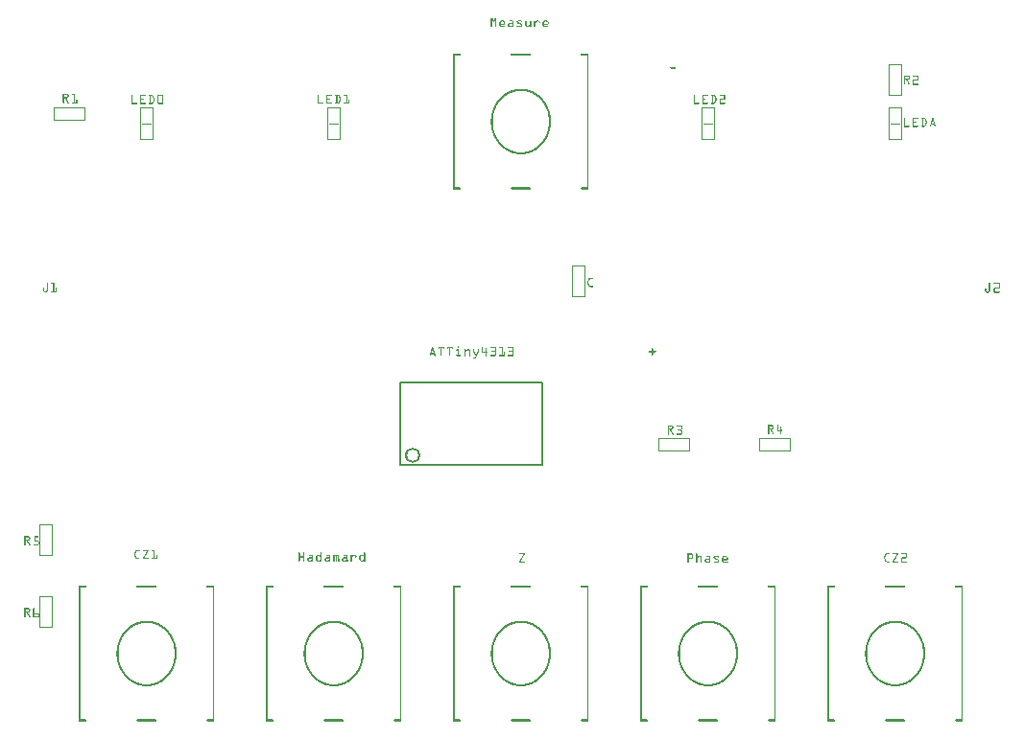
<source format=gto>
G04 MADE WITH FRITZING*
G04 WWW.FRITZING.ORG*
G04 DOUBLE SIDED*
G04 HOLES PLATED*
G04 CONTOUR ON CENTER OF CONTOUR VECTOR*
%ASAXBY*%
%FSLAX23Y23*%
%MOIN*%
%OFA0B0*%
%SFA1.0B1.0*%
%ADD10C,0.053242X0.0399312*%
%ADD11C,0.006655*%
%ADD12R,0.001000X0.001000*%
%LNSILK1*%
G90*
G70*
G54D10*
X1574Y1266D03*
G54D11*
X1530Y1230D02*
X2024Y1230D01*
D02*
X2024Y1230D02*
X2024Y1519D01*
D02*
X2024Y1519D02*
X1530Y1519D01*
D02*
X1530Y1519D02*
X1530Y1230D01*
G54D12*
X1845Y2786D02*
X1848Y2786D01*
X1860Y2786D02*
X1864Y2786D01*
X1844Y2785D02*
X1849Y2785D01*
X1859Y2785D02*
X1864Y2785D01*
X1844Y2784D02*
X1850Y2784D01*
X1858Y2784D02*
X1864Y2784D01*
X1844Y2783D02*
X1851Y2783D01*
X1858Y2783D02*
X1864Y2783D01*
X1844Y2782D02*
X1852Y2782D01*
X1857Y2782D02*
X1864Y2782D01*
X1844Y2781D02*
X1852Y2781D01*
X1856Y2781D02*
X1864Y2781D01*
X1844Y2780D02*
X1853Y2780D01*
X1856Y2780D02*
X1864Y2780D01*
X1844Y2779D02*
X1859Y2779D01*
X1861Y2779D02*
X1864Y2779D01*
X1844Y2778D02*
X1848Y2778D01*
X1850Y2778D02*
X1858Y2778D01*
X1861Y2778D02*
X1864Y2778D01*
X1844Y2777D02*
X1848Y2777D01*
X1851Y2777D02*
X1858Y2777D01*
X1861Y2777D02*
X1864Y2777D01*
X1881Y2777D02*
X1888Y2777D01*
X1910Y2777D02*
X1919Y2777D01*
X1939Y2777D02*
X1950Y2777D01*
X1966Y2777D02*
X1967Y2777D01*
X1983Y2777D02*
X1983Y2777D01*
X1996Y2777D02*
X1997Y2777D01*
X2004Y2777D02*
X2010Y2777D01*
X2031Y2777D02*
X2039Y2777D01*
X1844Y2776D02*
X1848Y2776D01*
X1852Y2776D02*
X1857Y2776D01*
X1861Y2776D02*
X1864Y2776D01*
X1879Y2776D02*
X1890Y2776D01*
X1909Y2776D02*
X1921Y2776D01*
X1937Y2776D02*
X1952Y2776D01*
X1965Y2776D02*
X1968Y2776D01*
X1982Y2776D02*
X1984Y2776D01*
X1995Y2776D02*
X1998Y2776D01*
X2003Y2776D02*
X2012Y2776D01*
X2029Y2776D02*
X2041Y2776D01*
X1844Y2775D02*
X1848Y2775D01*
X1852Y2775D02*
X1856Y2775D01*
X1861Y2775D02*
X1864Y2775D01*
X1877Y2775D02*
X1891Y2775D01*
X1909Y2775D02*
X1922Y2775D01*
X1936Y2775D02*
X1953Y2775D01*
X1965Y2775D02*
X1968Y2775D01*
X1981Y2775D02*
X1985Y2775D01*
X1995Y2775D02*
X1998Y2775D01*
X2002Y2775D02*
X2013Y2775D01*
X2028Y2775D02*
X2042Y2775D01*
X1844Y2774D02*
X1848Y2774D01*
X1853Y2774D02*
X1856Y2774D01*
X1861Y2774D02*
X1864Y2774D01*
X1876Y2774D02*
X1892Y2774D01*
X1909Y2774D02*
X1923Y2774D01*
X1936Y2774D02*
X1954Y2774D01*
X1965Y2774D02*
X1968Y2774D01*
X1981Y2774D02*
X1985Y2774D01*
X1995Y2774D02*
X1998Y2774D01*
X2001Y2774D02*
X2014Y2774D01*
X2027Y2774D02*
X2043Y2774D01*
X1844Y2773D02*
X1848Y2773D01*
X1853Y2773D02*
X1856Y2773D01*
X1861Y2773D02*
X1864Y2773D01*
X1876Y2773D02*
X1881Y2773D01*
X1888Y2773D02*
X1893Y2773D01*
X1919Y2773D02*
X1923Y2773D01*
X1935Y2773D02*
X1940Y2773D01*
X1950Y2773D02*
X1954Y2773D01*
X1965Y2773D02*
X1968Y2773D01*
X1981Y2773D02*
X1985Y2773D01*
X1995Y2773D02*
X2005Y2773D01*
X2010Y2773D02*
X2014Y2773D01*
X2026Y2773D02*
X2032Y2773D01*
X2038Y2773D02*
X2044Y2773D01*
X1844Y2772D02*
X1848Y2772D01*
X1853Y2772D02*
X1855Y2772D01*
X1861Y2772D02*
X1864Y2772D01*
X1875Y2772D02*
X1879Y2772D01*
X1890Y2772D02*
X1894Y2772D01*
X1920Y2772D02*
X1924Y2772D01*
X1935Y2772D02*
X1939Y2772D01*
X1951Y2772D02*
X1953Y2772D01*
X1965Y2772D02*
X1968Y2772D01*
X1981Y2772D02*
X1985Y2772D01*
X1995Y2772D02*
X2004Y2772D01*
X2011Y2772D02*
X2015Y2772D01*
X2026Y2772D02*
X2030Y2772D01*
X2040Y2772D02*
X2044Y2772D01*
X1844Y2771D02*
X1848Y2771D01*
X1861Y2771D02*
X1864Y2771D01*
X1875Y2771D02*
X1878Y2771D01*
X1891Y2771D02*
X1894Y2771D01*
X1921Y2771D02*
X1924Y2771D01*
X1935Y2771D02*
X1939Y2771D01*
X1965Y2771D02*
X1968Y2771D01*
X1981Y2771D02*
X1985Y2771D01*
X1995Y2771D02*
X2003Y2771D01*
X2012Y2771D02*
X2015Y2771D01*
X2025Y2771D02*
X2029Y2771D01*
X2041Y2771D02*
X2045Y2771D01*
X1844Y2770D02*
X1848Y2770D01*
X1861Y2770D02*
X1864Y2770D01*
X1875Y2770D02*
X1878Y2770D01*
X1891Y2770D02*
X1894Y2770D01*
X1921Y2770D02*
X1924Y2770D01*
X1936Y2770D02*
X1941Y2770D01*
X1965Y2770D02*
X1968Y2770D01*
X1981Y2770D02*
X1985Y2770D01*
X1995Y2770D02*
X2002Y2770D01*
X2012Y2770D02*
X2015Y2770D01*
X2025Y2770D02*
X2028Y2770D01*
X2042Y2770D02*
X2045Y2770D01*
X1844Y2769D02*
X1848Y2769D01*
X1861Y2769D02*
X1864Y2769D01*
X1874Y2769D02*
X1878Y2769D01*
X1891Y2769D02*
X1894Y2769D01*
X1921Y2769D02*
X1924Y2769D01*
X1936Y2769D02*
X1943Y2769D01*
X1965Y2769D02*
X1968Y2769D01*
X1981Y2769D02*
X1985Y2769D01*
X1995Y2769D02*
X2000Y2769D01*
X2012Y2769D02*
X2015Y2769D01*
X2025Y2769D02*
X2028Y2769D01*
X2042Y2769D02*
X2045Y2769D01*
X1844Y2768D02*
X1848Y2768D01*
X1861Y2768D02*
X1864Y2768D01*
X1874Y2768D02*
X1878Y2768D01*
X1891Y2768D02*
X1894Y2768D01*
X1909Y2768D02*
X1924Y2768D01*
X1937Y2768D02*
X1946Y2768D01*
X1965Y2768D02*
X1968Y2768D01*
X1981Y2768D02*
X1985Y2768D01*
X1995Y2768D02*
X1999Y2768D01*
X2013Y2768D02*
X2014Y2768D01*
X2025Y2768D02*
X2028Y2768D01*
X2042Y2768D02*
X2045Y2768D01*
X1844Y2767D02*
X1848Y2767D01*
X1861Y2767D02*
X1864Y2767D01*
X1874Y2767D02*
X1878Y2767D01*
X1891Y2767D02*
X1894Y2767D01*
X1907Y2767D02*
X1924Y2767D01*
X1938Y2767D02*
X1948Y2767D01*
X1965Y2767D02*
X1968Y2767D01*
X1981Y2767D02*
X1985Y2767D01*
X1995Y2767D02*
X1998Y2767D01*
X2025Y2767D02*
X2028Y2767D01*
X2042Y2767D02*
X2045Y2767D01*
X1844Y2766D02*
X1848Y2766D01*
X1861Y2766D02*
X1864Y2766D01*
X1874Y2766D02*
X1894Y2766D01*
X1906Y2766D02*
X1924Y2766D01*
X1941Y2766D02*
X1950Y2766D01*
X1965Y2766D02*
X1968Y2766D01*
X1981Y2766D02*
X1985Y2766D01*
X1995Y2766D02*
X1998Y2766D01*
X2025Y2766D02*
X2045Y2766D01*
X1844Y2765D02*
X1848Y2765D01*
X1861Y2765D02*
X1864Y2765D01*
X1874Y2765D02*
X1894Y2765D01*
X1905Y2765D02*
X1924Y2765D01*
X1943Y2765D02*
X1952Y2765D01*
X1965Y2765D02*
X1968Y2765D01*
X1981Y2765D02*
X1985Y2765D01*
X1995Y2765D02*
X1998Y2765D01*
X2025Y2765D02*
X2045Y2765D01*
X1844Y2764D02*
X1848Y2764D01*
X1861Y2764D02*
X1864Y2764D01*
X1874Y2764D02*
X1894Y2764D01*
X1905Y2764D02*
X1909Y2764D01*
X1920Y2764D02*
X1924Y2764D01*
X1945Y2764D02*
X1953Y2764D01*
X1965Y2764D02*
X1968Y2764D01*
X1981Y2764D02*
X1985Y2764D01*
X1995Y2764D02*
X1998Y2764D01*
X2025Y2764D02*
X2045Y2764D01*
X1844Y2763D02*
X1848Y2763D01*
X1861Y2763D02*
X1864Y2763D01*
X1874Y2763D02*
X1893Y2763D01*
X1905Y2763D02*
X1908Y2763D01*
X1921Y2763D02*
X1924Y2763D01*
X1948Y2763D02*
X1954Y2763D01*
X1965Y2763D02*
X1968Y2763D01*
X1981Y2763D02*
X1985Y2763D01*
X1995Y2763D02*
X1998Y2763D01*
X2025Y2763D02*
X2044Y2763D01*
X1844Y2762D02*
X1848Y2762D01*
X1861Y2762D02*
X1864Y2762D01*
X1874Y2762D02*
X1878Y2762D01*
X1905Y2762D02*
X1908Y2762D01*
X1921Y2762D02*
X1924Y2762D01*
X1950Y2762D02*
X1954Y2762D01*
X1965Y2762D02*
X1969Y2762D01*
X1981Y2762D02*
X1985Y2762D01*
X1995Y2762D02*
X1998Y2762D01*
X2025Y2762D02*
X2028Y2762D01*
X1844Y2761D02*
X1848Y2761D01*
X1861Y2761D02*
X1864Y2761D01*
X1875Y2761D02*
X1878Y2761D01*
X1905Y2761D02*
X1908Y2761D01*
X1921Y2761D02*
X1924Y2761D01*
X1951Y2761D02*
X1954Y2761D01*
X1965Y2761D02*
X1969Y2761D01*
X1980Y2761D02*
X1985Y2761D01*
X1995Y2761D02*
X1998Y2761D01*
X2025Y2761D02*
X2028Y2761D01*
X1844Y2760D02*
X1848Y2760D01*
X1861Y2760D02*
X1864Y2760D01*
X1875Y2760D02*
X1878Y2760D01*
X1905Y2760D02*
X1908Y2760D01*
X1920Y2760D02*
X1924Y2760D01*
X1951Y2760D02*
X1954Y2760D01*
X1965Y2760D02*
X1969Y2760D01*
X1978Y2760D02*
X1985Y2760D01*
X1995Y2760D02*
X1998Y2760D01*
X2025Y2760D02*
X2029Y2760D01*
X1844Y2759D02*
X1848Y2759D01*
X1861Y2759D02*
X1864Y2759D01*
X1875Y2759D02*
X1879Y2759D01*
X1905Y2759D02*
X1908Y2759D01*
X1918Y2759D02*
X1924Y2759D01*
X1935Y2759D02*
X1937Y2759D01*
X1951Y2759D02*
X1954Y2759D01*
X1965Y2759D02*
X1969Y2759D01*
X1976Y2759D02*
X1985Y2759D01*
X1995Y2759D02*
X1998Y2759D01*
X2025Y2759D02*
X2030Y2759D01*
X1844Y2758D02*
X1848Y2758D01*
X1861Y2758D02*
X1864Y2758D01*
X1875Y2758D02*
X1881Y2758D01*
X1905Y2758D02*
X1909Y2758D01*
X1917Y2758D02*
X1924Y2758D01*
X1935Y2758D02*
X1939Y2758D01*
X1950Y2758D02*
X1954Y2758D01*
X1966Y2758D02*
X1970Y2758D01*
X1975Y2758D02*
X1985Y2758D01*
X1995Y2758D02*
X1998Y2758D01*
X2026Y2758D02*
X2031Y2758D01*
X1844Y2757D02*
X1848Y2757D01*
X1861Y2757D02*
X1864Y2757D01*
X1876Y2757D02*
X1894Y2757D01*
X1905Y2757D02*
X1924Y2757D01*
X1935Y2757D02*
X1954Y2757D01*
X1966Y2757D02*
X1985Y2757D01*
X1995Y2757D02*
X1998Y2757D01*
X2027Y2757D02*
X2044Y2757D01*
X1844Y2756D02*
X1848Y2756D01*
X1861Y2756D02*
X1864Y2756D01*
X1877Y2756D02*
X1894Y2756D01*
X1906Y2756D02*
X1924Y2756D01*
X1935Y2756D02*
X1953Y2756D01*
X1967Y2756D02*
X1979Y2756D01*
X1981Y2756D02*
X1985Y2756D01*
X1995Y2756D02*
X1998Y2756D01*
X2028Y2756D02*
X2045Y2756D01*
X1845Y2755D02*
X1847Y2755D01*
X1861Y2755D02*
X1864Y2755D01*
X1878Y2755D02*
X1894Y2755D01*
X1907Y2755D02*
X1919Y2755D01*
X1921Y2755D02*
X1924Y2755D01*
X1937Y2755D02*
X1952Y2755D01*
X1968Y2755D02*
X1977Y2755D01*
X1982Y2755D02*
X1984Y2755D01*
X1995Y2755D02*
X1998Y2755D01*
X2029Y2755D02*
X2045Y2755D01*
X1845Y2754D02*
X1847Y2754D01*
X1862Y2754D02*
X1863Y2754D01*
X1880Y2754D02*
X1893Y2754D01*
X1909Y2754D02*
X1917Y2754D01*
X1922Y2754D02*
X1923Y2754D01*
X1939Y2754D02*
X1950Y2754D01*
X1969Y2754D02*
X1975Y2754D01*
X1982Y2754D02*
X1984Y2754D01*
X1996Y2754D02*
X1997Y2754D01*
X2031Y2754D02*
X2044Y2754D01*
X1716Y2662D02*
X1717Y2662D01*
X1714Y2661D02*
X1738Y2661D01*
X1916Y2661D02*
X1982Y2661D01*
X2159Y2661D02*
X2183Y2661D01*
X1714Y2660D02*
X1739Y2660D01*
X1915Y2660D02*
X1982Y2660D01*
X2158Y2660D02*
X2184Y2660D01*
X1713Y2659D02*
X1740Y2659D01*
X1915Y2659D02*
X1983Y2659D01*
X2158Y2659D02*
X2184Y2659D01*
X1713Y2658D02*
X1740Y2658D01*
X1915Y2658D02*
X1983Y2658D01*
X2158Y2658D02*
X2184Y2658D01*
X1713Y2657D02*
X1740Y2657D01*
X1915Y2657D02*
X1983Y2657D01*
X2158Y2657D02*
X2184Y2657D01*
X1713Y2656D02*
X1739Y2656D01*
X1915Y2656D02*
X1982Y2656D01*
X2158Y2656D02*
X2184Y2656D01*
X1713Y2655D02*
X1738Y2655D01*
X1916Y2655D02*
X1981Y2655D01*
X2159Y2655D02*
X2184Y2655D01*
X1713Y2654D02*
X1719Y2654D01*
X2178Y2654D02*
X2184Y2654D01*
X1713Y2653D02*
X1719Y2653D01*
X2179Y2653D02*
X2184Y2653D01*
X1713Y2652D02*
X1719Y2652D01*
X2179Y2652D02*
X2184Y2652D01*
X1713Y2651D02*
X1719Y2651D01*
X2179Y2651D02*
X2184Y2651D01*
X1713Y2650D02*
X1719Y2650D01*
X2179Y2650D02*
X2184Y2650D01*
X1713Y2649D02*
X1719Y2649D01*
X2179Y2649D02*
X2184Y2649D01*
X1713Y2648D02*
X1719Y2648D01*
X2179Y2648D02*
X2184Y2648D01*
X1713Y2647D02*
X1719Y2647D01*
X2179Y2647D02*
X2184Y2647D01*
X1713Y2646D02*
X1719Y2646D01*
X2179Y2646D02*
X2184Y2646D01*
X1713Y2645D02*
X1719Y2645D01*
X2179Y2645D02*
X2184Y2645D01*
X1713Y2644D02*
X1719Y2644D01*
X2179Y2644D02*
X2184Y2644D01*
X1713Y2643D02*
X1719Y2643D01*
X2179Y2643D02*
X2184Y2643D01*
X1713Y2642D02*
X1719Y2642D01*
X2179Y2642D02*
X2184Y2642D01*
X1713Y2641D02*
X1719Y2641D01*
X2179Y2641D02*
X2184Y2641D01*
X1713Y2640D02*
X1719Y2640D01*
X2179Y2640D02*
X2184Y2640D01*
X1713Y2639D02*
X1719Y2639D01*
X2179Y2639D02*
X2184Y2639D01*
X1713Y2638D02*
X1719Y2638D01*
X2179Y2638D02*
X2184Y2638D01*
X1713Y2637D02*
X1719Y2637D01*
X2179Y2637D02*
X2184Y2637D01*
X1713Y2636D02*
X1719Y2636D01*
X2179Y2636D02*
X2184Y2636D01*
X1713Y2635D02*
X1719Y2635D01*
X2179Y2635D02*
X2184Y2635D01*
X1713Y2634D02*
X1719Y2634D01*
X2179Y2634D02*
X2184Y2634D01*
X1713Y2633D02*
X1719Y2633D01*
X2179Y2633D02*
X2184Y2633D01*
X1713Y2632D02*
X1719Y2632D01*
X2179Y2632D02*
X2184Y2632D01*
X1713Y2631D02*
X1719Y2631D01*
X2179Y2631D02*
X2184Y2631D01*
X1713Y2630D02*
X1719Y2630D01*
X2179Y2630D02*
X2184Y2630D01*
X1713Y2629D02*
X1719Y2629D01*
X2179Y2629D02*
X2184Y2629D01*
X1713Y2628D02*
X1719Y2628D01*
X2179Y2628D02*
X2184Y2628D01*
X1713Y2627D02*
X1719Y2627D01*
X2179Y2627D02*
X2184Y2627D01*
X1713Y2626D02*
X1719Y2626D01*
X2179Y2626D02*
X2184Y2626D01*
X1713Y2625D02*
X1719Y2625D01*
X2179Y2625D02*
X2184Y2625D01*
X1713Y2624D02*
X1719Y2624D01*
X2179Y2624D02*
X2184Y2624D01*
X3227Y2624D02*
X3273Y2624D01*
X1713Y2623D02*
X1719Y2623D01*
X2179Y2623D02*
X2184Y2623D01*
X3227Y2623D02*
X3273Y2623D01*
X1713Y2622D02*
X1719Y2622D01*
X2179Y2622D02*
X2184Y2622D01*
X3227Y2622D02*
X3273Y2622D01*
X1713Y2621D02*
X1719Y2621D01*
X2179Y2621D02*
X2184Y2621D01*
X3227Y2621D02*
X3229Y2621D01*
X3271Y2621D02*
X3273Y2621D01*
X1713Y2620D02*
X1719Y2620D01*
X2179Y2620D02*
X2184Y2620D01*
X3227Y2620D02*
X3229Y2620D01*
X3271Y2620D02*
X3273Y2620D01*
X1713Y2619D02*
X1719Y2619D01*
X2179Y2619D02*
X2184Y2619D01*
X3227Y2619D02*
X3229Y2619D01*
X3271Y2619D02*
X3273Y2619D01*
X1713Y2618D02*
X1719Y2618D01*
X2179Y2618D02*
X2184Y2618D01*
X3227Y2618D02*
X3229Y2618D01*
X3271Y2618D02*
X3273Y2618D01*
X1713Y2617D02*
X1719Y2617D01*
X2179Y2617D02*
X2184Y2617D01*
X3227Y2617D02*
X3229Y2617D01*
X3271Y2617D02*
X3273Y2617D01*
X1713Y2616D02*
X1719Y2616D01*
X2179Y2616D02*
X2184Y2616D01*
X3227Y2616D02*
X3229Y2616D01*
X3271Y2616D02*
X3273Y2616D01*
X1713Y2615D02*
X1719Y2615D01*
X2179Y2615D02*
X2184Y2615D01*
X3227Y2615D02*
X3229Y2615D01*
X3271Y2615D02*
X3273Y2615D01*
X1713Y2614D02*
X1719Y2614D01*
X2179Y2614D02*
X2184Y2614D01*
X2469Y2614D02*
X2486Y2614D01*
X3227Y2614D02*
X3229Y2614D01*
X3271Y2614D02*
X3273Y2614D01*
X1713Y2613D02*
X1719Y2613D01*
X2179Y2613D02*
X2184Y2613D01*
X2468Y2613D02*
X2486Y2613D01*
X3227Y2613D02*
X3229Y2613D01*
X3271Y2613D02*
X3273Y2613D01*
X1713Y2612D02*
X1719Y2612D01*
X2179Y2612D02*
X2184Y2612D01*
X2468Y2612D02*
X2486Y2612D01*
X3227Y2612D02*
X3229Y2612D01*
X3271Y2612D02*
X3273Y2612D01*
X1713Y2611D02*
X1719Y2611D01*
X2179Y2611D02*
X2184Y2611D01*
X2468Y2611D02*
X2486Y2611D01*
X3227Y2611D02*
X3229Y2611D01*
X3271Y2611D02*
X3273Y2611D01*
X1713Y2610D02*
X1719Y2610D01*
X2179Y2610D02*
X2184Y2610D01*
X2469Y2610D02*
X2486Y2610D01*
X3227Y2610D02*
X3229Y2610D01*
X3271Y2610D02*
X3273Y2610D01*
X1713Y2609D02*
X1719Y2609D01*
X2179Y2609D02*
X2184Y2609D01*
X3227Y2609D02*
X3229Y2609D01*
X3271Y2609D02*
X3273Y2609D01*
X1713Y2608D02*
X1719Y2608D01*
X2179Y2608D02*
X2184Y2608D01*
X3227Y2608D02*
X3229Y2608D01*
X3271Y2608D02*
X3273Y2608D01*
X1713Y2607D02*
X1719Y2607D01*
X2179Y2607D02*
X2184Y2607D01*
X3227Y2607D02*
X3229Y2607D01*
X3271Y2607D02*
X3273Y2607D01*
X1713Y2606D02*
X1719Y2606D01*
X2179Y2606D02*
X2184Y2606D01*
X3227Y2606D02*
X3229Y2606D01*
X3271Y2606D02*
X3273Y2606D01*
X1713Y2605D02*
X1719Y2605D01*
X2179Y2605D02*
X2184Y2605D01*
X3227Y2605D02*
X3229Y2605D01*
X3271Y2605D02*
X3273Y2605D01*
X1713Y2604D02*
X1719Y2604D01*
X2179Y2604D02*
X2184Y2604D01*
X3227Y2604D02*
X3229Y2604D01*
X3271Y2604D02*
X3273Y2604D01*
X1713Y2603D02*
X1719Y2603D01*
X2179Y2603D02*
X2184Y2603D01*
X3227Y2603D02*
X3229Y2603D01*
X3271Y2603D02*
X3273Y2603D01*
X1713Y2602D02*
X1719Y2602D01*
X2179Y2602D02*
X2184Y2602D01*
X3227Y2602D02*
X3229Y2602D01*
X3271Y2602D02*
X3273Y2602D01*
X1713Y2601D02*
X1719Y2601D01*
X2179Y2601D02*
X2184Y2601D01*
X3227Y2601D02*
X3229Y2601D01*
X3271Y2601D02*
X3273Y2601D01*
X1713Y2600D02*
X1719Y2600D01*
X2179Y2600D02*
X2184Y2600D01*
X3227Y2600D02*
X3229Y2600D01*
X3271Y2600D02*
X3273Y2600D01*
X1713Y2599D02*
X1719Y2599D01*
X2179Y2599D02*
X2184Y2599D01*
X3227Y2599D02*
X3229Y2599D01*
X3271Y2599D02*
X3273Y2599D01*
X1713Y2598D02*
X1719Y2598D01*
X2179Y2598D02*
X2184Y2598D01*
X3227Y2598D02*
X3229Y2598D01*
X3271Y2598D02*
X3273Y2598D01*
X1713Y2597D02*
X1719Y2597D01*
X2179Y2597D02*
X2184Y2597D01*
X3227Y2597D02*
X3229Y2597D01*
X3271Y2597D02*
X3273Y2597D01*
X1713Y2596D02*
X1719Y2596D01*
X2179Y2596D02*
X2184Y2596D01*
X3227Y2596D02*
X3229Y2596D01*
X3271Y2596D02*
X3273Y2596D01*
X1713Y2595D02*
X1719Y2595D01*
X2179Y2595D02*
X2184Y2595D01*
X3227Y2595D02*
X3229Y2595D01*
X3271Y2595D02*
X3273Y2595D01*
X1713Y2594D02*
X1719Y2594D01*
X2179Y2594D02*
X2184Y2594D01*
X3227Y2594D02*
X3229Y2594D01*
X3271Y2594D02*
X3273Y2594D01*
X1713Y2593D02*
X1719Y2593D01*
X2179Y2593D02*
X2184Y2593D01*
X3227Y2593D02*
X3229Y2593D01*
X3271Y2593D02*
X3273Y2593D01*
X1713Y2592D02*
X1719Y2592D01*
X2179Y2592D02*
X2184Y2592D01*
X3227Y2592D02*
X3229Y2592D01*
X3271Y2592D02*
X3273Y2592D01*
X1713Y2591D02*
X1719Y2591D01*
X2179Y2591D02*
X2184Y2591D01*
X3227Y2591D02*
X3229Y2591D01*
X3271Y2591D02*
X3273Y2591D01*
X1713Y2590D02*
X1719Y2590D01*
X2179Y2590D02*
X2184Y2590D01*
X3227Y2590D02*
X3229Y2590D01*
X3271Y2590D02*
X3273Y2590D01*
X1713Y2589D02*
X1719Y2589D01*
X2179Y2589D02*
X2184Y2589D01*
X3227Y2589D02*
X3229Y2589D01*
X3271Y2589D02*
X3273Y2589D01*
X1713Y2588D02*
X1719Y2588D01*
X2179Y2588D02*
X2184Y2588D01*
X3227Y2588D02*
X3229Y2588D01*
X3271Y2588D02*
X3273Y2588D01*
X1713Y2587D02*
X1719Y2587D01*
X2179Y2587D02*
X2184Y2587D01*
X3227Y2587D02*
X3229Y2587D01*
X3271Y2587D02*
X3273Y2587D01*
X1713Y2586D02*
X1719Y2586D01*
X2179Y2586D02*
X2184Y2586D01*
X3227Y2586D02*
X3229Y2586D01*
X3271Y2586D02*
X3273Y2586D01*
X1713Y2585D02*
X1719Y2585D01*
X2179Y2585D02*
X2184Y2585D01*
X3227Y2585D02*
X3229Y2585D01*
X3271Y2585D02*
X3273Y2585D01*
X3280Y2585D02*
X3296Y2585D01*
X3311Y2585D02*
X3328Y2585D01*
X1713Y2584D02*
X1719Y2584D01*
X2179Y2584D02*
X2184Y2584D01*
X3227Y2584D02*
X3229Y2584D01*
X3271Y2584D02*
X3273Y2584D01*
X3280Y2584D02*
X3297Y2584D01*
X3310Y2584D02*
X3329Y2584D01*
X1713Y2583D02*
X1719Y2583D01*
X2179Y2583D02*
X2184Y2583D01*
X3227Y2583D02*
X3229Y2583D01*
X3271Y2583D02*
X3273Y2583D01*
X3280Y2583D02*
X3298Y2583D01*
X3310Y2583D02*
X3330Y2583D01*
X1713Y2582D02*
X1719Y2582D01*
X2179Y2582D02*
X2184Y2582D01*
X3227Y2582D02*
X3229Y2582D01*
X3271Y2582D02*
X3273Y2582D01*
X3280Y2582D02*
X3299Y2582D01*
X3311Y2582D02*
X3330Y2582D01*
X1713Y2581D02*
X1719Y2581D01*
X2179Y2581D02*
X2184Y2581D01*
X3227Y2581D02*
X3229Y2581D01*
X3271Y2581D02*
X3273Y2581D01*
X3280Y2581D02*
X3283Y2581D01*
X3296Y2581D02*
X3300Y2581D01*
X3327Y2581D02*
X3330Y2581D01*
X1713Y2580D02*
X1719Y2580D01*
X2179Y2580D02*
X2184Y2580D01*
X3227Y2580D02*
X3230Y2580D01*
X3270Y2580D02*
X3273Y2580D01*
X3280Y2580D02*
X3283Y2580D01*
X3296Y2580D02*
X3300Y2580D01*
X3327Y2580D02*
X3330Y2580D01*
X1713Y2579D02*
X1719Y2579D01*
X2179Y2579D02*
X2184Y2579D01*
X3227Y2579D02*
X3230Y2579D01*
X3270Y2579D02*
X3273Y2579D01*
X3280Y2579D02*
X3283Y2579D01*
X3297Y2579D02*
X3300Y2579D01*
X3327Y2579D02*
X3330Y2579D01*
X1713Y2578D02*
X1719Y2578D01*
X2179Y2578D02*
X2184Y2578D01*
X3227Y2578D02*
X3230Y2578D01*
X3270Y2578D02*
X3273Y2578D01*
X3280Y2578D02*
X3283Y2578D01*
X3297Y2578D02*
X3300Y2578D01*
X3327Y2578D02*
X3330Y2578D01*
X1713Y2577D02*
X1719Y2577D01*
X2179Y2577D02*
X2184Y2577D01*
X3227Y2577D02*
X3230Y2577D01*
X3270Y2577D02*
X3273Y2577D01*
X3280Y2577D02*
X3283Y2577D01*
X3297Y2577D02*
X3300Y2577D01*
X3327Y2577D02*
X3330Y2577D01*
X1713Y2576D02*
X1719Y2576D01*
X2179Y2576D02*
X2184Y2576D01*
X3227Y2576D02*
X3230Y2576D01*
X3270Y2576D02*
X3273Y2576D01*
X3280Y2576D02*
X3283Y2576D01*
X3296Y2576D02*
X3300Y2576D01*
X3327Y2576D02*
X3330Y2576D01*
X1713Y2575D02*
X1719Y2575D01*
X2179Y2575D02*
X2184Y2575D01*
X3227Y2575D02*
X3230Y2575D01*
X3270Y2575D02*
X3273Y2575D01*
X3280Y2575D02*
X3284Y2575D01*
X3295Y2575D02*
X3300Y2575D01*
X3327Y2575D02*
X3330Y2575D01*
X1713Y2574D02*
X1719Y2574D01*
X2179Y2574D02*
X2184Y2574D01*
X3227Y2574D02*
X3230Y2574D01*
X3270Y2574D02*
X3273Y2574D01*
X3280Y2574D02*
X3299Y2574D01*
X3327Y2574D02*
X3330Y2574D01*
X1713Y2573D02*
X1719Y2573D01*
X2179Y2573D02*
X2184Y2573D01*
X3227Y2573D02*
X3230Y2573D01*
X3270Y2573D02*
X3273Y2573D01*
X3280Y2573D02*
X3298Y2573D01*
X3327Y2573D02*
X3330Y2573D01*
X1713Y2572D02*
X1719Y2572D01*
X2179Y2572D02*
X2184Y2572D01*
X3227Y2572D02*
X3230Y2572D01*
X3270Y2572D02*
X3273Y2572D01*
X3280Y2572D02*
X3297Y2572D01*
X3327Y2572D02*
X3330Y2572D01*
X1713Y2571D02*
X1719Y2571D01*
X2179Y2571D02*
X2184Y2571D01*
X3227Y2571D02*
X3230Y2571D01*
X3270Y2571D02*
X3273Y2571D01*
X3280Y2571D02*
X3295Y2571D01*
X3313Y2571D02*
X3330Y2571D01*
X1713Y2570D02*
X1719Y2570D01*
X2179Y2570D02*
X2184Y2570D01*
X3227Y2570D02*
X3230Y2570D01*
X3270Y2570D02*
X3273Y2570D01*
X3280Y2570D02*
X3283Y2570D01*
X3288Y2570D02*
X3292Y2570D01*
X3311Y2570D02*
X3330Y2570D01*
X1713Y2569D02*
X1719Y2569D01*
X2179Y2569D02*
X2184Y2569D01*
X3227Y2569D02*
X3230Y2569D01*
X3270Y2569D02*
X3273Y2569D01*
X3280Y2569D02*
X3283Y2569D01*
X3288Y2569D02*
X3292Y2569D01*
X3311Y2569D02*
X3329Y2569D01*
X1713Y2568D02*
X1719Y2568D01*
X2179Y2568D02*
X2184Y2568D01*
X3227Y2568D02*
X3230Y2568D01*
X3270Y2568D02*
X3273Y2568D01*
X3280Y2568D02*
X3283Y2568D01*
X3289Y2568D02*
X3293Y2568D01*
X3310Y2568D02*
X3328Y2568D01*
X1713Y2567D02*
X1719Y2567D01*
X2179Y2567D02*
X2184Y2567D01*
X3227Y2567D02*
X3230Y2567D01*
X3270Y2567D02*
X3273Y2567D01*
X3280Y2567D02*
X3283Y2567D01*
X3289Y2567D02*
X3293Y2567D01*
X3310Y2567D02*
X3314Y2567D01*
X1713Y2566D02*
X1719Y2566D01*
X2179Y2566D02*
X2184Y2566D01*
X3227Y2566D02*
X3230Y2566D01*
X3270Y2566D02*
X3273Y2566D01*
X3280Y2566D02*
X3283Y2566D01*
X3290Y2566D02*
X3294Y2566D01*
X3310Y2566D02*
X3313Y2566D01*
X1713Y2565D02*
X1719Y2565D01*
X2179Y2565D02*
X2184Y2565D01*
X3227Y2565D02*
X3230Y2565D01*
X3270Y2565D02*
X3273Y2565D01*
X3280Y2565D02*
X3283Y2565D01*
X3291Y2565D02*
X3294Y2565D01*
X3310Y2565D02*
X3313Y2565D01*
X1713Y2564D02*
X1719Y2564D01*
X2179Y2564D02*
X2184Y2564D01*
X3227Y2564D02*
X3230Y2564D01*
X3270Y2564D02*
X3273Y2564D01*
X3280Y2564D02*
X3283Y2564D01*
X3291Y2564D02*
X3295Y2564D01*
X3310Y2564D02*
X3313Y2564D01*
X1713Y2563D02*
X1719Y2563D01*
X2179Y2563D02*
X2184Y2563D01*
X3227Y2563D02*
X3230Y2563D01*
X3270Y2563D02*
X3273Y2563D01*
X3280Y2563D02*
X3283Y2563D01*
X3292Y2563D02*
X3296Y2563D01*
X3310Y2563D02*
X3313Y2563D01*
X1713Y2562D02*
X1719Y2562D01*
X2179Y2562D02*
X2184Y2562D01*
X3227Y2562D02*
X3230Y2562D01*
X3270Y2562D02*
X3273Y2562D01*
X3280Y2562D02*
X3283Y2562D01*
X3292Y2562D02*
X3296Y2562D01*
X3310Y2562D02*
X3313Y2562D01*
X1713Y2561D02*
X1719Y2561D01*
X2179Y2561D02*
X2184Y2561D01*
X3227Y2561D02*
X3230Y2561D01*
X3270Y2561D02*
X3273Y2561D01*
X3280Y2561D02*
X3283Y2561D01*
X3293Y2561D02*
X3297Y2561D01*
X3310Y2561D02*
X3313Y2561D01*
X1713Y2560D02*
X1719Y2560D01*
X2179Y2560D02*
X2184Y2560D01*
X3227Y2560D02*
X3230Y2560D01*
X3270Y2560D02*
X3273Y2560D01*
X3280Y2560D02*
X3283Y2560D01*
X3293Y2560D02*
X3297Y2560D01*
X3310Y2560D02*
X3313Y2560D01*
X1713Y2559D02*
X1719Y2559D01*
X2179Y2559D02*
X2184Y2559D01*
X3227Y2559D02*
X3230Y2559D01*
X3270Y2559D02*
X3273Y2559D01*
X3280Y2559D02*
X3283Y2559D01*
X3294Y2559D02*
X3298Y2559D01*
X3310Y2559D02*
X3313Y2559D01*
X1713Y2558D02*
X1719Y2558D01*
X2179Y2558D02*
X2184Y2558D01*
X3227Y2558D02*
X3229Y2558D01*
X3271Y2558D02*
X3273Y2558D01*
X3280Y2558D02*
X3283Y2558D01*
X3295Y2558D02*
X3299Y2558D01*
X3310Y2558D02*
X3313Y2558D01*
X1713Y2557D02*
X1719Y2557D01*
X2179Y2557D02*
X2184Y2557D01*
X3227Y2557D02*
X3229Y2557D01*
X3271Y2557D02*
X3273Y2557D01*
X3280Y2557D02*
X3283Y2557D01*
X3295Y2557D02*
X3299Y2557D01*
X3310Y2557D02*
X3329Y2557D01*
X1713Y2556D02*
X1719Y2556D01*
X2179Y2556D02*
X2184Y2556D01*
X3227Y2556D02*
X3229Y2556D01*
X3271Y2556D02*
X3273Y2556D01*
X3280Y2556D02*
X3283Y2556D01*
X3296Y2556D02*
X3300Y2556D01*
X3310Y2556D02*
X3330Y2556D01*
X1713Y2555D02*
X1719Y2555D01*
X2179Y2555D02*
X2184Y2555D01*
X3227Y2555D02*
X3229Y2555D01*
X3271Y2555D02*
X3273Y2555D01*
X3280Y2555D02*
X3283Y2555D01*
X3296Y2555D02*
X3300Y2555D01*
X3310Y2555D02*
X3330Y2555D01*
X1713Y2554D02*
X1719Y2554D01*
X2179Y2554D02*
X2184Y2554D01*
X3227Y2554D02*
X3229Y2554D01*
X3271Y2554D02*
X3273Y2554D01*
X3281Y2554D02*
X3283Y2554D01*
X3297Y2554D02*
X3300Y2554D01*
X3310Y2554D02*
X3330Y2554D01*
X1713Y2553D02*
X1719Y2553D01*
X2179Y2553D02*
X2184Y2553D01*
X3227Y2553D02*
X3229Y2553D01*
X3271Y2553D02*
X3273Y2553D01*
X3311Y2553D02*
X3328Y2553D01*
X1713Y2552D02*
X1719Y2552D01*
X2179Y2552D02*
X2184Y2552D01*
X3227Y2552D02*
X3229Y2552D01*
X3271Y2552D02*
X3273Y2552D01*
X1713Y2551D02*
X1719Y2551D01*
X2179Y2551D02*
X2184Y2551D01*
X3227Y2551D02*
X3229Y2551D01*
X3271Y2551D02*
X3273Y2551D01*
X1713Y2550D02*
X1719Y2550D01*
X2179Y2550D02*
X2184Y2550D01*
X3227Y2550D02*
X3229Y2550D01*
X3271Y2550D02*
X3273Y2550D01*
X1713Y2549D02*
X1719Y2549D01*
X2179Y2549D02*
X2184Y2549D01*
X3227Y2549D02*
X3229Y2549D01*
X3271Y2549D02*
X3273Y2549D01*
X1713Y2548D02*
X1719Y2548D01*
X2179Y2548D02*
X2184Y2548D01*
X3227Y2548D02*
X3229Y2548D01*
X3271Y2548D02*
X3273Y2548D01*
X1713Y2547D02*
X1719Y2547D01*
X2179Y2547D02*
X2184Y2547D01*
X3227Y2547D02*
X3229Y2547D01*
X3271Y2547D02*
X3273Y2547D01*
X1713Y2546D02*
X1719Y2546D01*
X2179Y2546D02*
X2184Y2546D01*
X3227Y2546D02*
X3229Y2546D01*
X3271Y2546D02*
X3273Y2546D01*
X1713Y2545D02*
X1719Y2545D01*
X2179Y2545D02*
X2184Y2545D01*
X3227Y2545D02*
X3229Y2545D01*
X3271Y2545D02*
X3273Y2545D01*
X1713Y2544D02*
X1719Y2544D01*
X2179Y2544D02*
X2184Y2544D01*
X3227Y2544D02*
X3229Y2544D01*
X3271Y2544D02*
X3273Y2544D01*
X1713Y2543D02*
X1719Y2543D01*
X2179Y2543D02*
X2184Y2543D01*
X3227Y2543D02*
X3229Y2543D01*
X3271Y2543D02*
X3273Y2543D01*
X1713Y2542D02*
X1719Y2542D01*
X2179Y2542D02*
X2184Y2542D01*
X3227Y2542D02*
X3229Y2542D01*
X3271Y2542D02*
X3273Y2542D01*
X1713Y2541D02*
X1719Y2541D01*
X2179Y2541D02*
X2184Y2541D01*
X3227Y2541D02*
X3229Y2541D01*
X3271Y2541D02*
X3273Y2541D01*
X1713Y2540D02*
X1719Y2540D01*
X2179Y2540D02*
X2184Y2540D01*
X3227Y2540D02*
X3229Y2540D01*
X3271Y2540D02*
X3273Y2540D01*
X1713Y2539D02*
X1719Y2539D01*
X1936Y2539D02*
X1962Y2539D01*
X2179Y2539D02*
X2184Y2539D01*
X3227Y2539D02*
X3229Y2539D01*
X3271Y2539D02*
X3273Y2539D01*
X1713Y2538D02*
X1719Y2538D01*
X1930Y2538D02*
X1967Y2538D01*
X2179Y2538D02*
X2184Y2538D01*
X3227Y2538D02*
X3229Y2538D01*
X3271Y2538D02*
X3273Y2538D01*
X1713Y2537D02*
X1719Y2537D01*
X1926Y2537D02*
X1972Y2537D01*
X2179Y2537D02*
X2184Y2537D01*
X3227Y2537D02*
X3229Y2537D01*
X3271Y2537D02*
X3273Y2537D01*
X1713Y2536D02*
X1719Y2536D01*
X1922Y2536D02*
X1975Y2536D01*
X2179Y2536D02*
X2184Y2536D01*
X3227Y2536D02*
X3229Y2536D01*
X3271Y2536D02*
X3273Y2536D01*
X1713Y2535D02*
X1719Y2535D01*
X1919Y2535D02*
X1978Y2535D01*
X2179Y2535D02*
X2184Y2535D01*
X3227Y2535D02*
X3229Y2535D01*
X3271Y2535D02*
X3273Y2535D01*
X1713Y2534D02*
X1719Y2534D01*
X1916Y2534D02*
X1981Y2534D01*
X2179Y2534D02*
X2184Y2534D01*
X3227Y2534D02*
X3229Y2534D01*
X3271Y2534D02*
X3273Y2534D01*
X1713Y2533D02*
X1719Y2533D01*
X1914Y2533D02*
X1984Y2533D01*
X2179Y2533D02*
X2184Y2533D01*
X3227Y2533D02*
X3229Y2533D01*
X3271Y2533D02*
X3273Y2533D01*
X1713Y2532D02*
X1719Y2532D01*
X1911Y2532D02*
X1941Y2532D01*
X1957Y2532D02*
X1986Y2532D01*
X2179Y2532D02*
X2184Y2532D01*
X3227Y2532D02*
X3229Y2532D01*
X3271Y2532D02*
X3273Y2532D01*
X1713Y2531D02*
X1719Y2531D01*
X1909Y2531D02*
X1933Y2531D01*
X1965Y2531D02*
X1989Y2531D01*
X2179Y2531D02*
X2184Y2531D01*
X3227Y2531D02*
X3229Y2531D01*
X3271Y2531D02*
X3273Y2531D01*
X1713Y2530D02*
X1719Y2530D01*
X1907Y2530D02*
X1928Y2530D01*
X1970Y2530D02*
X1991Y2530D01*
X2179Y2530D02*
X2184Y2530D01*
X3227Y2530D02*
X3229Y2530D01*
X3271Y2530D02*
X3273Y2530D01*
X1713Y2529D02*
X1719Y2529D01*
X1905Y2529D02*
X1924Y2529D01*
X1974Y2529D02*
X1993Y2529D01*
X2179Y2529D02*
X2184Y2529D01*
X3227Y2529D02*
X3229Y2529D01*
X3271Y2529D02*
X3273Y2529D01*
X1713Y2528D02*
X1719Y2528D01*
X1903Y2528D02*
X1921Y2528D01*
X1977Y2528D02*
X1995Y2528D01*
X2179Y2528D02*
X2184Y2528D01*
X3227Y2528D02*
X3229Y2528D01*
X3271Y2528D02*
X3273Y2528D01*
X1713Y2527D02*
X1719Y2527D01*
X1901Y2527D02*
X1918Y2527D01*
X1980Y2527D02*
X1996Y2527D01*
X2179Y2527D02*
X2184Y2527D01*
X3227Y2527D02*
X3229Y2527D01*
X3271Y2527D02*
X3273Y2527D01*
X1713Y2526D02*
X1719Y2526D01*
X1900Y2526D02*
X1915Y2526D01*
X1983Y2526D02*
X1998Y2526D01*
X2179Y2526D02*
X2184Y2526D01*
X3227Y2526D02*
X3229Y2526D01*
X3271Y2526D02*
X3273Y2526D01*
X1713Y2525D02*
X1719Y2525D01*
X1898Y2525D02*
X1912Y2525D01*
X1985Y2525D02*
X2000Y2525D01*
X2179Y2525D02*
X2184Y2525D01*
X3227Y2525D02*
X3229Y2525D01*
X3271Y2525D02*
X3273Y2525D01*
X1713Y2524D02*
X1719Y2524D01*
X1896Y2524D02*
X1910Y2524D01*
X1987Y2524D02*
X2001Y2524D01*
X2179Y2524D02*
X2184Y2524D01*
X3227Y2524D02*
X3229Y2524D01*
X3271Y2524D02*
X3273Y2524D01*
X1713Y2523D02*
X1719Y2523D01*
X1895Y2523D02*
X1908Y2523D01*
X1989Y2523D02*
X2003Y2523D01*
X2179Y2523D02*
X2184Y2523D01*
X3227Y2523D02*
X3229Y2523D01*
X3271Y2523D02*
X3273Y2523D01*
X1713Y2522D02*
X1719Y2522D01*
X1893Y2522D02*
X1906Y2522D01*
X1991Y2522D02*
X2004Y2522D01*
X2179Y2522D02*
X2184Y2522D01*
X3227Y2522D02*
X3229Y2522D01*
X3271Y2522D02*
X3273Y2522D01*
X358Y2521D02*
X374Y2521D01*
X390Y2521D02*
X400Y2521D01*
X1713Y2521D02*
X1719Y2521D01*
X1892Y2521D02*
X1904Y2521D01*
X1993Y2521D02*
X2006Y2521D01*
X2179Y2521D02*
X2184Y2521D01*
X3227Y2521D02*
X3229Y2521D01*
X3271Y2521D02*
X3273Y2521D01*
X358Y2520D02*
X375Y2520D01*
X389Y2520D02*
X400Y2520D01*
X1713Y2520D02*
X1719Y2520D01*
X1890Y2520D02*
X1903Y2520D01*
X1995Y2520D02*
X2007Y2520D01*
X2179Y2520D02*
X2184Y2520D01*
X3227Y2520D02*
X3229Y2520D01*
X3271Y2520D02*
X3273Y2520D01*
X358Y2519D02*
X376Y2519D01*
X388Y2519D02*
X400Y2519D01*
X1244Y2519D02*
X1246Y2519D01*
X1274Y2519D02*
X1293Y2519D01*
X1305Y2519D02*
X1315Y2519D01*
X1335Y2519D02*
X1345Y2519D01*
X1713Y2519D02*
X1719Y2519D01*
X1889Y2519D02*
X1901Y2519D01*
X1997Y2519D02*
X2008Y2519D01*
X2179Y2519D02*
X2184Y2519D01*
X2550Y2519D02*
X2551Y2519D01*
X2579Y2519D02*
X2597Y2519D01*
X2610Y2519D02*
X2619Y2519D01*
X2640Y2519D02*
X2656Y2519D01*
X3227Y2519D02*
X3229Y2519D01*
X3271Y2519D02*
X3273Y2519D01*
X358Y2518D02*
X377Y2518D01*
X389Y2518D02*
X400Y2518D01*
X597Y2518D02*
X600Y2518D01*
X627Y2518D02*
X646Y2518D01*
X658Y2518D02*
X669Y2518D01*
X689Y2518D02*
X705Y2518D01*
X1244Y2518D02*
X1247Y2518D01*
X1274Y2518D02*
X1293Y2518D01*
X1304Y2518D02*
X1317Y2518D01*
X1334Y2518D02*
X1345Y2518D01*
X1713Y2518D02*
X1719Y2518D01*
X1888Y2518D02*
X1899Y2518D01*
X1998Y2518D02*
X2010Y2518D01*
X2179Y2518D02*
X2184Y2518D01*
X2549Y2518D02*
X2552Y2518D01*
X2579Y2518D02*
X2598Y2518D01*
X2609Y2518D02*
X2621Y2518D01*
X2639Y2518D02*
X2657Y2518D01*
X3227Y2518D02*
X3229Y2518D01*
X3271Y2518D02*
X3273Y2518D01*
X358Y2517D02*
X362Y2517D01*
X373Y2517D02*
X378Y2517D01*
X396Y2517D02*
X400Y2517D01*
X597Y2517D02*
X600Y2517D01*
X627Y2517D02*
X647Y2517D01*
X657Y2517D02*
X670Y2517D01*
X688Y2517D02*
X706Y2517D01*
X1244Y2517D02*
X1247Y2517D01*
X1274Y2517D02*
X1293Y2517D01*
X1304Y2517D02*
X1318Y2517D01*
X1334Y2517D02*
X1345Y2517D01*
X1713Y2517D02*
X1719Y2517D01*
X1887Y2517D02*
X1898Y2517D01*
X2000Y2517D02*
X2011Y2517D01*
X2179Y2517D02*
X2184Y2517D01*
X2549Y2517D02*
X2552Y2517D01*
X2579Y2517D02*
X2598Y2517D01*
X2609Y2517D02*
X2622Y2517D01*
X2639Y2517D02*
X2658Y2517D01*
X3227Y2517D02*
X3273Y2517D01*
X358Y2516D02*
X362Y2516D01*
X375Y2516D02*
X378Y2516D01*
X397Y2516D02*
X400Y2516D01*
X597Y2516D02*
X600Y2516D01*
X627Y2516D02*
X647Y2516D01*
X657Y2516D02*
X671Y2516D01*
X688Y2516D02*
X707Y2516D01*
X1244Y2516D02*
X1247Y2516D01*
X1274Y2516D02*
X1293Y2516D01*
X1304Y2516D02*
X1318Y2516D01*
X1335Y2516D02*
X1345Y2516D01*
X1713Y2516D02*
X1719Y2516D01*
X1885Y2516D02*
X1896Y2516D01*
X2001Y2516D02*
X2012Y2516D01*
X2179Y2516D02*
X2184Y2516D01*
X2549Y2516D02*
X2552Y2516D01*
X2579Y2516D02*
X2598Y2516D01*
X2609Y2516D02*
X2623Y2516D01*
X2639Y2516D02*
X2658Y2516D01*
X3227Y2516D02*
X3273Y2516D01*
X358Y2515D02*
X362Y2515D01*
X375Y2515D02*
X378Y2515D01*
X397Y2515D02*
X400Y2515D01*
X597Y2515D02*
X600Y2515D01*
X627Y2515D02*
X646Y2515D01*
X658Y2515D02*
X672Y2515D01*
X687Y2515D02*
X707Y2515D01*
X1244Y2515D02*
X1247Y2515D01*
X1274Y2515D02*
X1277Y2515D01*
X1308Y2515D02*
X1311Y2515D01*
X1315Y2515D02*
X1319Y2515D01*
X1342Y2515D02*
X1345Y2515D01*
X1713Y2515D02*
X1719Y2515D01*
X1884Y2515D02*
X1895Y2515D01*
X2003Y2515D02*
X2013Y2515D01*
X2179Y2515D02*
X2184Y2515D01*
X2549Y2515D02*
X2552Y2515D01*
X2579Y2515D02*
X2582Y2515D01*
X2613Y2515D02*
X2617Y2515D01*
X2619Y2515D02*
X2624Y2515D01*
X2655Y2515D02*
X2659Y2515D01*
X3227Y2515D02*
X3273Y2515D01*
X358Y2514D02*
X362Y2514D01*
X375Y2514D02*
X378Y2514D01*
X397Y2514D02*
X400Y2514D01*
X597Y2514D02*
X600Y2514D01*
X627Y2514D02*
X630Y2514D01*
X661Y2514D02*
X664Y2514D01*
X668Y2514D02*
X672Y2514D01*
X687Y2514D02*
X690Y2514D01*
X704Y2514D02*
X707Y2514D01*
X1244Y2514D02*
X1247Y2514D01*
X1274Y2514D02*
X1277Y2514D01*
X1308Y2514D02*
X1311Y2514D01*
X1316Y2514D02*
X1319Y2514D01*
X1342Y2514D02*
X1345Y2514D01*
X1713Y2514D02*
X1719Y2514D01*
X1883Y2514D02*
X1893Y2514D01*
X2004Y2514D02*
X2014Y2514D01*
X2179Y2514D02*
X2184Y2514D01*
X2549Y2514D02*
X2552Y2514D01*
X2579Y2514D02*
X2582Y2514D01*
X2613Y2514D02*
X2616Y2514D01*
X2620Y2514D02*
X2624Y2514D01*
X2655Y2514D02*
X2659Y2514D01*
X3227Y2514D02*
X3273Y2514D01*
X358Y2513D02*
X362Y2513D01*
X375Y2513D02*
X378Y2513D01*
X397Y2513D02*
X400Y2513D01*
X597Y2513D02*
X600Y2513D01*
X627Y2513D02*
X630Y2513D01*
X661Y2513D02*
X664Y2513D01*
X669Y2513D02*
X673Y2513D01*
X687Y2513D02*
X690Y2513D01*
X704Y2513D02*
X707Y2513D01*
X1244Y2513D02*
X1247Y2513D01*
X1274Y2513D02*
X1277Y2513D01*
X1308Y2513D02*
X1311Y2513D01*
X1316Y2513D02*
X1320Y2513D01*
X1342Y2513D02*
X1345Y2513D01*
X1713Y2513D02*
X1719Y2513D01*
X1882Y2513D02*
X1892Y2513D01*
X2005Y2513D02*
X2015Y2513D01*
X2179Y2513D02*
X2184Y2513D01*
X2549Y2513D02*
X2552Y2513D01*
X2579Y2513D02*
X2582Y2513D01*
X2613Y2513D02*
X2616Y2513D01*
X2621Y2513D02*
X2625Y2513D01*
X2655Y2513D02*
X2659Y2513D01*
X358Y2512D02*
X362Y2512D01*
X375Y2512D02*
X378Y2512D01*
X397Y2512D02*
X400Y2512D01*
X597Y2512D02*
X600Y2512D01*
X627Y2512D02*
X630Y2512D01*
X661Y2512D02*
X664Y2512D01*
X670Y2512D02*
X673Y2512D01*
X687Y2512D02*
X690Y2512D01*
X704Y2512D02*
X707Y2512D01*
X1244Y2512D02*
X1247Y2512D01*
X1274Y2512D02*
X1277Y2512D01*
X1308Y2512D02*
X1311Y2512D01*
X1317Y2512D02*
X1320Y2512D01*
X1342Y2512D02*
X1345Y2512D01*
X1713Y2512D02*
X1719Y2512D01*
X1881Y2512D02*
X1891Y2512D01*
X2007Y2512D02*
X2017Y2512D01*
X2179Y2512D02*
X2184Y2512D01*
X2549Y2512D02*
X2552Y2512D01*
X2579Y2512D02*
X2582Y2512D01*
X2613Y2512D02*
X2616Y2512D01*
X2621Y2512D02*
X2625Y2512D01*
X2655Y2512D02*
X2659Y2512D01*
X358Y2511D02*
X362Y2511D01*
X374Y2511D02*
X378Y2511D01*
X397Y2511D02*
X400Y2511D01*
X597Y2511D02*
X600Y2511D01*
X627Y2511D02*
X630Y2511D01*
X661Y2511D02*
X664Y2511D01*
X670Y2511D02*
X674Y2511D01*
X687Y2511D02*
X690Y2511D01*
X704Y2511D02*
X707Y2511D01*
X1244Y2511D02*
X1247Y2511D01*
X1274Y2511D02*
X1277Y2511D01*
X1308Y2511D02*
X1311Y2511D01*
X1317Y2511D02*
X1321Y2511D01*
X1342Y2511D02*
X1345Y2511D01*
X1713Y2511D02*
X1719Y2511D01*
X1880Y2511D02*
X1890Y2511D01*
X2008Y2511D02*
X2018Y2511D01*
X2179Y2511D02*
X2184Y2511D01*
X2549Y2511D02*
X2552Y2511D01*
X2579Y2511D02*
X2582Y2511D01*
X2613Y2511D02*
X2616Y2511D01*
X2622Y2511D02*
X2626Y2511D01*
X2655Y2511D02*
X2659Y2511D01*
X358Y2510D02*
X377Y2510D01*
X397Y2510D02*
X400Y2510D01*
X597Y2510D02*
X600Y2510D01*
X627Y2510D02*
X630Y2510D01*
X661Y2510D02*
X664Y2510D01*
X671Y2510D02*
X674Y2510D01*
X687Y2510D02*
X690Y2510D01*
X704Y2510D02*
X707Y2510D01*
X1244Y2510D02*
X1247Y2510D01*
X1274Y2510D02*
X1277Y2510D01*
X1308Y2510D02*
X1311Y2510D01*
X1318Y2510D02*
X1321Y2510D01*
X1342Y2510D02*
X1345Y2510D01*
X1713Y2510D02*
X1719Y2510D01*
X1879Y2510D02*
X1888Y2510D01*
X2009Y2510D02*
X2019Y2510D01*
X2179Y2510D02*
X2184Y2510D01*
X2549Y2510D02*
X2552Y2510D01*
X2579Y2510D02*
X2582Y2510D01*
X2613Y2510D02*
X2616Y2510D01*
X2622Y2510D02*
X2626Y2510D01*
X2655Y2510D02*
X2659Y2510D01*
X358Y2509D02*
X377Y2509D01*
X397Y2509D02*
X400Y2509D01*
X597Y2509D02*
X600Y2509D01*
X627Y2509D02*
X630Y2509D01*
X661Y2509D02*
X664Y2509D01*
X671Y2509D02*
X675Y2509D01*
X687Y2509D02*
X690Y2509D01*
X704Y2509D02*
X707Y2509D01*
X1244Y2509D02*
X1247Y2509D01*
X1274Y2509D02*
X1277Y2509D01*
X1308Y2509D02*
X1311Y2509D01*
X1318Y2509D02*
X1322Y2509D01*
X1342Y2509D02*
X1345Y2509D01*
X1713Y2509D02*
X1719Y2509D01*
X1878Y2509D02*
X1887Y2509D01*
X2010Y2509D02*
X2020Y2509D01*
X2179Y2509D02*
X2184Y2509D01*
X2549Y2509D02*
X2552Y2509D01*
X2579Y2509D02*
X2582Y2509D01*
X2613Y2509D02*
X2616Y2509D01*
X2623Y2509D02*
X2627Y2509D01*
X2655Y2509D02*
X2659Y2509D01*
X358Y2508D02*
X376Y2508D01*
X397Y2508D02*
X400Y2508D01*
X597Y2508D02*
X600Y2508D01*
X627Y2508D02*
X630Y2508D01*
X661Y2508D02*
X664Y2508D01*
X672Y2508D02*
X675Y2508D01*
X687Y2508D02*
X690Y2508D01*
X704Y2508D02*
X707Y2508D01*
X1244Y2508D02*
X1247Y2508D01*
X1274Y2508D02*
X1277Y2508D01*
X1308Y2508D02*
X1311Y2508D01*
X1319Y2508D02*
X1322Y2508D01*
X1342Y2508D02*
X1345Y2508D01*
X1713Y2508D02*
X1719Y2508D01*
X1877Y2508D02*
X1886Y2508D01*
X2011Y2508D02*
X2021Y2508D01*
X2179Y2508D02*
X2184Y2508D01*
X2549Y2508D02*
X2552Y2508D01*
X2579Y2508D02*
X2582Y2508D01*
X2613Y2508D02*
X2616Y2508D01*
X2623Y2508D02*
X2627Y2508D01*
X2655Y2508D02*
X2659Y2508D01*
X358Y2507D02*
X374Y2507D01*
X397Y2507D02*
X400Y2507D01*
X597Y2507D02*
X600Y2507D01*
X627Y2507D02*
X630Y2507D01*
X661Y2507D02*
X664Y2507D01*
X672Y2507D02*
X676Y2507D01*
X687Y2507D02*
X690Y2507D01*
X704Y2507D02*
X707Y2507D01*
X1244Y2507D02*
X1247Y2507D01*
X1274Y2507D02*
X1277Y2507D01*
X1308Y2507D02*
X1311Y2507D01*
X1319Y2507D02*
X1323Y2507D01*
X1342Y2507D02*
X1345Y2507D01*
X1713Y2507D02*
X1719Y2507D01*
X1876Y2507D02*
X1885Y2507D01*
X2012Y2507D02*
X2022Y2507D01*
X2179Y2507D02*
X2184Y2507D01*
X2549Y2507D02*
X2552Y2507D01*
X2579Y2507D02*
X2582Y2507D01*
X2613Y2507D02*
X2616Y2507D01*
X2624Y2507D02*
X2628Y2507D01*
X2655Y2507D02*
X2659Y2507D01*
X358Y2506D02*
X362Y2506D01*
X366Y2506D02*
X370Y2506D01*
X397Y2506D02*
X400Y2506D01*
X597Y2506D02*
X600Y2506D01*
X627Y2506D02*
X630Y2506D01*
X661Y2506D02*
X664Y2506D01*
X673Y2506D02*
X676Y2506D01*
X687Y2506D02*
X690Y2506D01*
X704Y2506D02*
X707Y2506D01*
X1244Y2506D02*
X1247Y2506D01*
X1274Y2506D02*
X1277Y2506D01*
X1308Y2506D02*
X1311Y2506D01*
X1320Y2506D02*
X1323Y2506D01*
X1342Y2506D02*
X1345Y2506D01*
X1713Y2506D02*
X1719Y2506D01*
X1875Y2506D02*
X1884Y2506D01*
X2014Y2506D02*
X2022Y2506D01*
X2179Y2506D02*
X2184Y2506D01*
X2549Y2506D02*
X2552Y2506D01*
X2579Y2506D02*
X2582Y2506D01*
X2613Y2506D02*
X2616Y2506D01*
X2624Y2506D02*
X2628Y2506D01*
X2655Y2506D02*
X2659Y2506D01*
X358Y2505D02*
X362Y2505D01*
X366Y2505D02*
X370Y2505D01*
X397Y2505D02*
X400Y2505D01*
X597Y2505D02*
X600Y2505D01*
X627Y2505D02*
X630Y2505D01*
X661Y2505D02*
X664Y2505D01*
X673Y2505D02*
X677Y2505D01*
X687Y2505D02*
X690Y2505D01*
X704Y2505D02*
X707Y2505D01*
X1244Y2505D02*
X1247Y2505D01*
X1274Y2505D02*
X1284Y2505D01*
X1308Y2505D02*
X1311Y2505D01*
X1320Y2505D02*
X1323Y2505D01*
X1342Y2505D02*
X1345Y2505D01*
X1713Y2505D02*
X1719Y2505D01*
X1874Y2505D02*
X1883Y2505D01*
X2014Y2505D02*
X2023Y2505D01*
X2179Y2505D02*
X2184Y2505D01*
X2549Y2505D02*
X2552Y2505D01*
X2579Y2505D02*
X2589Y2505D01*
X2613Y2505D02*
X2616Y2505D01*
X2625Y2505D02*
X2628Y2505D01*
X2643Y2505D02*
X2659Y2505D01*
X358Y2504D02*
X362Y2504D01*
X367Y2504D02*
X371Y2504D01*
X397Y2504D02*
X400Y2504D01*
X597Y2504D02*
X600Y2504D01*
X627Y2504D02*
X638Y2504D01*
X661Y2504D02*
X664Y2504D01*
X673Y2504D02*
X677Y2504D01*
X687Y2504D02*
X690Y2504D01*
X704Y2504D02*
X707Y2504D01*
X1244Y2504D02*
X1247Y2504D01*
X1274Y2504D02*
X1285Y2504D01*
X1308Y2504D02*
X1311Y2504D01*
X1320Y2504D02*
X1323Y2504D01*
X1342Y2504D02*
X1345Y2504D01*
X1713Y2504D02*
X1719Y2504D01*
X1873Y2504D02*
X1882Y2504D01*
X2015Y2504D02*
X2024Y2504D01*
X2179Y2504D02*
X2184Y2504D01*
X2549Y2504D02*
X2552Y2504D01*
X2579Y2504D02*
X2590Y2504D01*
X2613Y2504D02*
X2616Y2504D01*
X2625Y2504D02*
X2628Y2504D01*
X2640Y2504D02*
X2658Y2504D01*
X358Y2503D02*
X362Y2503D01*
X367Y2503D02*
X371Y2503D01*
X397Y2503D02*
X400Y2503D01*
X406Y2503D02*
X407Y2503D01*
X597Y2503D02*
X600Y2503D01*
X627Y2503D02*
X638Y2503D01*
X661Y2503D02*
X664Y2503D01*
X674Y2503D02*
X677Y2503D01*
X687Y2503D02*
X690Y2503D01*
X704Y2503D02*
X707Y2503D01*
X1244Y2503D02*
X1247Y2503D01*
X1274Y2503D02*
X1285Y2503D01*
X1308Y2503D02*
X1311Y2503D01*
X1320Y2503D02*
X1323Y2503D01*
X1342Y2503D02*
X1345Y2503D01*
X1713Y2503D02*
X1719Y2503D01*
X1872Y2503D02*
X1881Y2503D01*
X2016Y2503D02*
X2025Y2503D01*
X2179Y2503D02*
X2184Y2503D01*
X2549Y2503D02*
X2552Y2503D01*
X2579Y2503D02*
X2590Y2503D01*
X2613Y2503D02*
X2616Y2503D01*
X2625Y2503D02*
X2629Y2503D01*
X2640Y2503D02*
X2658Y2503D01*
X358Y2502D02*
X362Y2502D01*
X368Y2502D02*
X372Y2502D01*
X397Y2502D02*
X400Y2502D01*
X405Y2502D02*
X408Y2502D01*
X597Y2502D02*
X600Y2502D01*
X627Y2502D02*
X638Y2502D01*
X661Y2502D02*
X664Y2502D01*
X674Y2502D02*
X677Y2502D01*
X687Y2502D02*
X690Y2502D01*
X704Y2502D02*
X707Y2502D01*
X1244Y2502D02*
X1247Y2502D01*
X1274Y2502D02*
X1285Y2502D01*
X1308Y2502D02*
X1311Y2502D01*
X1320Y2502D02*
X1323Y2502D01*
X1342Y2502D02*
X1345Y2502D01*
X1713Y2502D02*
X1719Y2502D01*
X1872Y2502D02*
X1880Y2502D01*
X2017Y2502D02*
X2026Y2502D01*
X2179Y2502D02*
X2184Y2502D01*
X2549Y2502D02*
X2552Y2502D01*
X2579Y2502D02*
X2590Y2502D01*
X2613Y2502D02*
X2616Y2502D01*
X2625Y2502D02*
X2628Y2502D01*
X2639Y2502D02*
X2657Y2502D01*
X358Y2501D02*
X362Y2501D01*
X369Y2501D02*
X372Y2501D01*
X397Y2501D02*
X400Y2501D01*
X405Y2501D02*
X408Y2501D01*
X597Y2501D02*
X600Y2501D01*
X627Y2501D02*
X638Y2501D01*
X661Y2501D02*
X664Y2501D01*
X673Y2501D02*
X677Y2501D01*
X687Y2501D02*
X690Y2501D01*
X704Y2501D02*
X707Y2501D01*
X1244Y2501D02*
X1247Y2501D01*
X1274Y2501D02*
X1277Y2501D01*
X1308Y2501D02*
X1311Y2501D01*
X1320Y2501D02*
X1323Y2501D01*
X1342Y2501D02*
X1345Y2501D01*
X1351Y2501D02*
X1353Y2501D01*
X1713Y2501D02*
X1719Y2501D01*
X1871Y2501D02*
X1879Y2501D01*
X2018Y2501D02*
X2027Y2501D01*
X2179Y2501D02*
X2184Y2501D01*
X2549Y2501D02*
X2552Y2501D01*
X2579Y2501D02*
X2588Y2501D01*
X2613Y2501D02*
X2616Y2501D01*
X2625Y2501D02*
X2628Y2501D01*
X2639Y2501D02*
X2655Y2501D01*
X358Y2500D02*
X362Y2500D01*
X369Y2500D02*
X373Y2500D01*
X397Y2500D02*
X400Y2500D01*
X405Y2500D02*
X408Y2500D01*
X597Y2500D02*
X600Y2500D01*
X627Y2500D02*
X630Y2500D01*
X661Y2500D02*
X664Y2500D01*
X673Y2500D02*
X676Y2500D01*
X687Y2500D02*
X690Y2500D01*
X704Y2500D02*
X707Y2500D01*
X1244Y2500D02*
X1247Y2500D01*
X1274Y2500D02*
X1277Y2500D01*
X1308Y2500D02*
X1311Y2500D01*
X1319Y2500D02*
X1323Y2500D01*
X1342Y2500D02*
X1345Y2500D01*
X1351Y2500D02*
X1354Y2500D01*
X1713Y2500D02*
X1719Y2500D01*
X1870Y2500D02*
X1878Y2500D01*
X2019Y2500D02*
X2027Y2500D01*
X2179Y2500D02*
X2184Y2500D01*
X2549Y2500D02*
X2552Y2500D01*
X2579Y2500D02*
X2582Y2500D01*
X2613Y2500D02*
X2616Y2500D01*
X2624Y2500D02*
X2628Y2500D01*
X2639Y2500D02*
X2642Y2500D01*
X358Y2499D02*
X362Y2499D01*
X370Y2499D02*
X374Y2499D01*
X397Y2499D02*
X400Y2499D01*
X405Y2499D02*
X408Y2499D01*
X597Y2499D02*
X600Y2499D01*
X627Y2499D02*
X630Y2499D01*
X661Y2499D02*
X664Y2499D01*
X673Y2499D02*
X676Y2499D01*
X687Y2499D02*
X690Y2499D01*
X704Y2499D02*
X707Y2499D01*
X1244Y2499D02*
X1247Y2499D01*
X1274Y2499D02*
X1277Y2499D01*
X1308Y2499D02*
X1311Y2499D01*
X1319Y2499D02*
X1322Y2499D01*
X1342Y2499D02*
X1345Y2499D01*
X1350Y2499D02*
X1354Y2499D01*
X1713Y2499D02*
X1719Y2499D01*
X1869Y2499D02*
X1877Y2499D01*
X2020Y2499D02*
X2028Y2499D01*
X2179Y2499D02*
X2184Y2499D01*
X2549Y2499D02*
X2552Y2499D01*
X2579Y2499D02*
X2582Y2499D01*
X2613Y2499D02*
X2616Y2499D01*
X2624Y2499D02*
X2628Y2499D01*
X2639Y2499D02*
X2642Y2499D01*
X358Y2498D02*
X362Y2498D01*
X370Y2498D02*
X374Y2498D01*
X397Y2498D02*
X400Y2498D01*
X405Y2498D02*
X408Y2498D01*
X597Y2498D02*
X600Y2498D01*
X627Y2498D02*
X630Y2498D01*
X661Y2498D02*
X664Y2498D01*
X672Y2498D02*
X676Y2498D01*
X687Y2498D02*
X690Y2498D01*
X704Y2498D02*
X707Y2498D01*
X1244Y2498D02*
X1247Y2498D01*
X1274Y2498D02*
X1277Y2498D01*
X1308Y2498D02*
X1311Y2498D01*
X1318Y2498D02*
X1322Y2498D01*
X1342Y2498D02*
X1345Y2498D01*
X1350Y2498D02*
X1354Y2498D01*
X1713Y2498D02*
X1719Y2498D01*
X1868Y2498D02*
X1877Y2498D01*
X2021Y2498D02*
X2029Y2498D01*
X2179Y2498D02*
X2184Y2498D01*
X2549Y2498D02*
X2552Y2498D01*
X2579Y2498D02*
X2582Y2498D01*
X2613Y2498D02*
X2616Y2498D01*
X2623Y2498D02*
X2627Y2498D01*
X2639Y2498D02*
X2642Y2498D01*
X358Y2497D02*
X362Y2497D01*
X371Y2497D02*
X375Y2497D01*
X397Y2497D02*
X400Y2497D01*
X405Y2497D02*
X408Y2497D01*
X597Y2497D02*
X600Y2497D01*
X627Y2497D02*
X630Y2497D01*
X661Y2497D02*
X664Y2497D01*
X672Y2497D02*
X675Y2497D01*
X687Y2497D02*
X690Y2497D01*
X704Y2497D02*
X707Y2497D01*
X1244Y2497D02*
X1247Y2497D01*
X1274Y2497D02*
X1277Y2497D01*
X1308Y2497D02*
X1311Y2497D01*
X1318Y2497D02*
X1322Y2497D01*
X1342Y2497D02*
X1345Y2497D01*
X1350Y2497D02*
X1354Y2497D01*
X1713Y2497D02*
X1719Y2497D01*
X1868Y2497D02*
X1876Y2497D01*
X2022Y2497D02*
X2030Y2497D01*
X2179Y2497D02*
X2184Y2497D01*
X2549Y2497D02*
X2552Y2497D01*
X2579Y2497D02*
X2582Y2497D01*
X2613Y2497D02*
X2616Y2497D01*
X2623Y2497D02*
X2627Y2497D01*
X2639Y2497D02*
X2642Y2497D01*
X358Y2496D02*
X362Y2496D01*
X371Y2496D02*
X375Y2496D01*
X397Y2496D02*
X400Y2496D01*
X405Y2496D02*
X408Y2496D01*
X597Y2496D02*
X600Y2496D01*
X627Y2496D02*
X630Y2496D01*
X661Y2496D02*
X664Y2496D01*
X671Y2496D02*
X675Y2496D01*
X687Y2496D02*
X690Y2496D01*
X704Y2496D02*
X707Y2496D01*
X1244Y2496D02*
X1247Y2496D01*
X1274Y2496D02*
X1277Y2496D01*
X1308Y2496D02*
X1311Y2496D01*
X1317Y2496D02*
X1321Y2496D01*
X1342Y2496D02*
X1345Y2496D01*
X1350Y2496D02*
X1354Y2496D01*
X1713Y2496D02*
X1719Y2496D01*
X1867Y2496D02*
X1875Y2496D01*
X2023Y2496D02*
X2031Y2496D01*
X2179Y2496D02*
X2184Y2496D01*
X2549Y2496D02*
X2552Y2496D01*
X2579Y2496D02*
X2582Y2496D01*
X2613Y2496D02*
X2616Y2496D01*
X2622Y2496D02*
X2626Y2496D01*
X2639Y2496D02*
X2642Y2496D01*
X358Y2495D02*
X362Y2495D01*
X372Y2495D02*
X376Y2495D01*
X397Y2495D02*
X400Y2495D01*
X405Y2495D02*
X408Y2495D01*
X597Y2495D02*
X600Y2495D01*
X627Y2495D02*
X630Y2495D01*
X661Y2495D02*
X664Y2495D01*
X670Y2495D02*
X674Y2495D01*
X687Y2495D02*
X690Y2495D01*
X704Y2495D02*
X707Y2495D01*
X1244Y2495D02*
X1247Y2495D01*
X1274Y2495D02*
X1277Y2495D01*
X1308Y2495D02*
X1311Y2495D01*
X1317Y2495D02*
X1321Y2495D01*
X1342Y2495D02*
X1345Y2495D01*
X1350Y2495D02*
X1354Y2495D01*
X1713Y2495D02*
X1719Y2495D01*
X1866Y2495D02*
X1874Y2495D01*
X2023Y2495D02*
X2031Y2495D01*
X2179Y2495D02*
X2184Y2495D01*
X2549Y2495D02*
X2552Y2495D01*
X2579Y2495D02*
X2582Y2495D01*
X2613Y2495D02*
X2616Y2495D01*
X2622Y2495D02*
X2626Y2495D01*
X2639Y2495D02*
X2642Y2495D01*
X358Y2494D02*
X362Y2494D01*
X373Y2494D02*
X377Y2494D01*
X397Y2494D02*
X400Y2494D01*
X405Y2494D02*
X408Y2494D01*
X597Y2494D02*
X600Y2494D01*
X627Y2494D02*
X630Y2494D01*
X661Y2494D02*
X664Y2494D01*
X670Y2494D02*
X674Y2494D01*
X687Y2494D02*
X690Y2494D01*
X704Y2494D02*
X707Y2494D01*
X1244Y2494D02*
X1247Y2494D01*
X1274Y2494D02*
X1277Y2494D01*
X1308Y2494D02*
X1311Y2494D01*
X1316Y2494D02*
X1320Y2494D01*
X1342Y2494D02*
X1345Y2494D01*
X1350Y2494D02*
X1354Y2494D01*
X1713Y2494D02*
X1719Y2494D01*
X1866Y2494D02*
X1873Y2494D01*
X2024Y2494D02*
X2032Y2494D01*
X2179Y2494D02*
X2184Y2494D01*
X2549Y2494D02*
X2552Y2494D01*
X2579Y2494D02*
X2582Y2494D01*
X2613Y2494D02*
X2616Y2494D01*
X2621Y2494D02*
X2625Y2494D01*
X2639Y2494D02*
X2642Y2494D01*
X358Y2493D02*
X362Y2493D01*
X373Y2493D02*
X377Y2493D01*
X396Y2493D02*
X400Y2493D01*
X405Y2493D02*
X408Y2493D01*
X597Y2493D02*
X600Y2493D01*
X627Y2493D02*
X630Y2493D01*
X661Y2493D02*
X664Y2493D01*
X669Y2493D02*
X673Y2493D01*
X687Y2493D02*
X690Y2493D01*
X704Y2493D02*
X707Y2493D01*
X1244Y2493D02*
X1247Y2493D01*
X1274Y2493D02*
X1277Y2493D01*
X1308Y2493D02*
X1311Y2493D01*
X1316Y2493D02*
X1320Y2493D01*
X1342Y2493D02*
X1345Y2493D01*
X1350Y2493D02*
X1354Y2493D01*
X1713Y2493D02*
X1719Y2493D01*
X1865Y2493D02*
X1873Y2493D01*
X2025Y2493D02*
X2033Y2493D01*
X2179Y2493D02*
X2184Y2493D01*
X2549Y2493D02*
X2552Y2493D01*
X2579Y2493D02*
X2582Y2493D01*
X2613Y2493D02*
X2616Y2493D01*
X2621Y2493D02*
X2625Y2493D01*
X2639Y2493D02*
X2642Y2493D01*
X358Y2492D02*
X362Y2492D01*
X374Y2492D02*
X378Y2492D01*
X389Y2492D02*
X408Y2492D01*
X597Y2492D02*
X600Y2492D01*
X627Y2492D02*
X630Y2492D01*
X661Y2492D02*
X664Y2492D01*
X669Y2492D02*
X673Y2492D01*
X687Y2492D02*
X690Y2492D01*
X704Y2492D02*
X707Y2492D01*
X1244Y2492D02*
X1247Y2492D01*
X1274Y2492D02*
X1277Y2492D01*
X1308Y2492D02*
X1311Y2492D01*
X1315Y2492D02*
X1319Y2492D01*
X1342Y2492D02*
X1345Y2492D01*
X1350Y2492D02*
X1354Y2492D01*
X1713Y2492D02*
X1719Y2492D01*
X1864Y2492D02*
X1872Y2492D01*
X2026Y2492D02*
X2033Y2492D01*
X2179Y2492D02*
X2184Y2492D01*
X2549Y2492D02*
X2552Y2492D01*
X2579Y2492D02*
X2582Y2492D01*
X2613Y2492D02*
X2616Y2492D01*
X2620Y2492D02*
X2624Y2492D01*
X2639Y2492D02*
X2642Y2492D01*
X358Y2491D02*
X362Y2491D01*
X374Y2491D02*
X378Y2491D01*
X388Y2491D02*
X408Y2491D01*
X597Y2491D02*
X600Y2491D01*
X627Y2491D02*
X630Y2491D01*
X661Y2491D02*
X665Y2491D01*
X668Y2491D02*
X672Y2491D01*
X687Y2491D02*
X691Y2491D01*
X704Y2491D02*
X707Y2491D01*
X1244Y2491D02*
X1262Y2491D01*
X1274Y2491D02*
X1292Y2491D01*
X1305Y2491D02*
X1319Y2491D01*
X1335Y2491D02*
X1354Y2491D01*
X1713Y2491D02*
X1719Y2491D01*
X1864Y2491D02*
X1871Y2491D01*
X2026Y2491D02*
X2034Y2491D01*
X2179Y2491D02*
X2184Y2491D01*
X2549Y2491D02*
X2552Y2491D01*
X2579Y2491D02*
X2582Y2491D01*
X2612Y2491D02*
X2617Y2491D01*
X2619Y2491D02*
X2624Y2491D01*
X2639Y2491D02*
X2643Y2491D01*
X359Y2490D02*
X361Y2490D01*
X375Y2490D02*
X378Y2490D01*
X389Y2490D02*
X408Y2490D01*
X597Y2490D02*
X616Y2490D01*
X627Y2490D02*
X646Y2490D01*
X658Y2490D02*
X672Y2490D01*
X687Y2490D02*
X707Y2490D01*
X1244Y2490D02*
X1263Y2490D01*
X1274Y2490D02*
X1293Y2490D01*
X1304Y2490D02*
X1318Y2490D01*
X1334Y2490D02*
X1354Y2490D01*
X1713Y2490D02*
X1719Y2490D01*
X1863Y2490D02*
X1870Y2490D01*
X2027Y2490D02*
X2035Y2490D01*
X2179Y2490D02*
X2184Y2490D01*
X2549Y2490D02*
X2568Y2490D01*
X2579Y2490D02*
X2598Y2490D01*
X2609Y2490D02*
X2623Y2490D01*
X2639Y2490D02*
X2658Y2490D01*
X360Y2489D02*
X360Y2489D01*
X376Y2489D02*
X377Y2489D01*
X390Y2489D02*
X407Y2489D01*
X597Y2489D02*
X617Y2489D01*
X627Y2489D02*
X647Y2489D01*
X657Y2489D02*
X671Y2489D01*
X688Y2489D02*
X707Y2489D01*
X1244Y2489D02*
X1263Y2489D01*
X1274Y2489D02*
X1293Y2489D01*
X1304Y2489D02*
X1317Y2489D01*
X1334Y2489D02*
X1354Y2489D01*
X1713Y2489D02*
X1719Y2489D01*
X1862Y2489D02*
X1870Y2489D01*
X2028Y2489D02*
X2035Y2489D01*
X2179Y2489D02*
X2184Y2489D01*
X2549Y2489D02*
X2568Y2489D01*
X2579Y2489D02*
X2598Y2489D01*
X2609Y2489D02*
X2622Y2489D01*
X2639Y2489D02*
X2659Y2489D01*
X597Y2488D02*
X617Y2488D01*
X627Y2488D02*
X647Y2488D01*
X657Y2488D02*
X670Y2488D01*
X688Y2488D02*
X706Y2488D01*
X1244Y2488D02*
X1263Y2488D01*
X1274Y2488D02*
X1293Y2488D01*
X1304Y2488D02*
X1316Y2488D01*
X1334Y2488D02*
X1353Y2488D01*
X1713Y2488D02*
X1719Y2488D01*
X1862Y2488D02*
X1869Y2488D01*
X2028Y2488D02*
X2036Y2488D01*
X2179Y2488D02*
X2184Y2488D01*
X2549Y2488D02*
X2568Y2488D01*
X2579Y2488D02*
X2598Y2488D01*
X2609Y2488D02*
X2621Y2488D01*
X2639Y2488D02*
X2658Y2488D01*
X597Y2487D02*
X616Y2487D01*
X627Y2487D02*
X646Y2487D01*
X658Y2487D02*
X669Y2487D01*
X689Y2487D02*
X705Y2487D01*
X1713Y2487D02*
X1719Y2487D01*
X1861Y2487D02*
X1869Y2487D01*
X2029Y2487D02*
X2036Y2487D01*
X2179Y2487D02*
X2184Y2487D01*
X2549Y2487D02*
X2567Y2487D01*
X2579Y2487D02*
X2597Y2487D01*
X2610Y2487D02*
X2619Y2487D01*
X2639Y2487D02*
X2657Y2487D01*
X1713Y2486D02*
X1719Y2486D01*
X1861Y2486D02*
X1868Y2486D01*
X2030Y2486D02*
X2037Y2486D01*
X2179Y2486D02*
X2184Y2486D01*
X1713Y2485D02*
X1719Y2485D01*
X1860Y2485D02*
X1867Y2485D01*
X2030Y2485D02*
X2037Y2485D01*
X2179Y2485D02*
X2184Y2485D01*
X1713Y2484D02*
X1719Y2484D01*
X1859Y2484D02*
X1867Y2484D01*
X2031Y2484D02*
X2038Y2484D01*
X2179Y2484D02*
X2184Y2484D01*
X1713Y2483D02*
X1719Y2483D01*
X1859Y2483D02*
X1866Y2483D01*
X2031Y2483D02*
X2039Y2483D01*
X2179Y2483D02*
X2184Y2483D01*
X1713Y2482D02*
X1719Y2482D01*
X1858Y2482D02*
X1866Y2482D01*
X2032Y2482D02*
X2039Y2482D01*
X2179Y2482D02*
X2184Y2482D01*
X1713Y2481D02*
X1719Y2481D01*
X1858Y2481D02*
X1865Y2481D01*
X2033Y2481D02*
X2040Y2481D01*
X2179Y2481D02*
X2184Y2481D01*
X1713Y2480D02*
X1719Y2480D01*
X1857Y2480D02*
X1864Y2480D01*
X2033Y2480D02*
X2040Y2480D01*
X2179Y2480D02*
X2184Y2480D01*
X1713Y2479D02*
X1719Y2479D01*
X1857Y2479D02*
X1864Y2479D01*
X2034Y2479D02*
X2041Y2479D01*
X2179Y2479D02*
X2184Y2479D01*
X1713Y2478D02*
X1719Y2478D01*
X1856Y2478D02*
X1863Y2478D01*
X2034Y2478D02*
X2041Y2478D01*
X2179Y2478D02*
X2184Y2478D01*
X1713Y2477D02*
X1719Y2477D01*
X1856Y2477D02*
X1863Y2477D01*
X2035Y2477D02*
X2042Y2477D01*
X2179Y2477D02*
X2184Y2477D01*
X1713Y2476D02*
X1719Y2476D01*
X1856Y2476D02*
X1862Y2476D01*
X2035Y2476D02*
X2042Y2476D01*
X2179Y2476D02*
X2184Y2476D01*
X1713Y2475D02*
X1719Y2475D01*
X1855Y2475D02*
X1862Y2475D01*
X2036Y2475D02*
X2042Y2475D01*
X2179Y2475D02*
X2184Y2475D01*
X327Y2474D02*
X436Y2474D01*
X627Y2474D02*
X673Y2474D01*
X1277Y2474D02*
X1323Y2474D01*
X1713Y2474D02*
X1719Y2474D01*
X1855Y2474D02*
X1861Y2474D01*
X2036Y2474D02*
X2043Y2474D01*
X2179Y2474D02*
X2184Y2474D01*
X2577Y2474D02*
X2623Y2474D01*
X3227Y2474D02*
X3273Y2474D01*
X327Y2473D02*
X436Y2473D01*
X627Y2473D02*
X673Y2473D01*
X1277Y2473D02*
X1323Y2473D01*
X1713Y2473D02*
X1719Y2473D01*
X1854Y2473D02*
X1861Y2473D01*
X2037Y2473D02*
X2043Y2473D01*
X2179Y2473D02*
X2184Y2473D01*
X2577Y2473D02*
X2623Y2473D01*
X3227Y2473D02*
X3273Y2473D01*
X327Y2472D02*
X436Y2472D01*
X627Y2472D02*
X673Y2472D01*
X1277Y2472D02*
X1323Y2472D01*
X1713Y2472D02*
X1719Y2472D01*
X1854Y2472D02*
X1860Y2472D01*
X2037Y2472D02*
X2044Y2472D01*
X2179Y2472D02*
X2184Y2472D01*
X2577Y2472D02*
X2623Y2472D01*
X3227Y2472D02*
X3273Y2472D01*
X327Y2471D02*
X329Y2471D01*
X371Y2471D02*
X392Y2471D01*
X434Y2471D02*
X436Y2471D01*
X627Y2471D02*
X629Y2471D01*
X671Y2471D02*
X673Y2471D01*
X1277Y2471D02*
X1279Y2471D01*
X1321Y2471D02*
X1323Y2471D01*
X1713Y2471D02*
X1719Y2471D01*
X1853Y2471D02*
X1860Y2471D01*
X2037Y2471D02*
X2044Y2471D01*
X2179Y2471D02*
X2184Y2471D01*
X2577Y2471D02*
X2579Y2471D01*
X2621Y2471D02*
X2623Y2471D01*
X3227Y2471D02*
X3229Y2471D01*
X3271Y2471D02*
X3273Y2471D01*
X327Y2470D02*
X329Y2470D01*
X434Y2470D02*
X436Y2470D01*
X627Y2470D02*
X629Y2470D01*
X671Y2470D02*
X673Y2470D01*
X1277Y2470D02*
X1279Y2470D01*
X1321Y2470D02*
X1323Y2470D01*
X1713Y2470D02*
X1719Y2470D01*
X1853Y2470D02*
X1860Y2470D01*
X2038Y2470D02*
X2044Y2470D01*
X2179Y2470D02*
X2184Y2470D01*
X2577Y2470D02*
X2579Y2470D01*
X2621Y2470D02*
X2623Y2470D01*
X3227Y2470D02*
X3229Y2470D01*
X3271Y2470D02*
X3273Y2470D01*
X327Y2469D02*
X329Y2469D01*
X434Y2469D02*
X436Y2469D01*
X627Y2469D02*
X629Y2469D01*
X671Y2469D02*
X673Y2469D01*
X1277Y2469D02*
X1279Y2469D01*
X1321Y2469D02*
X1323Y2469D01*
X1713Y2469D02*
X1719Y2469D01*
X1853Y2469D02*
X1859Y2469D01*
X2038Y2469D02*
X2045Y2469D01*
X2179Y2469D02*
X2184Y2469D01*
X2577Y2469D02*
X2579Y2469D01*
X2621Y2469D02*
X2623Y2469D01*
X3227Y2469D02*
X3229Y2469D01*
X3271Y2469D02*
X3273Y2469D01*
X327Y2468D02*
X329Y2468D01*
X434Y2468D02*
X436Y2468D01*
X627Y2468D02*
X629Y2468D01*
X671Y2468D02*
X673Y2468D01*
X1277Y2468D02*
X1279Y2468D01*
X1321Y2468D02*
X1323Y2468D01*
X1713Y2468D02*
X1719Y2468D01*
X1852Y2468D02*
X1859Y2468D01*
X2039Y2468D02*
X2045Y2468D01*
X2179Y2468D02*
X2184Y2468D01*
X2577Y2468D02*
X2579Y2468D01*
X2621Y2468D02*
X2623Y2468D01*
X3227Y2468D02*
X3229Y2468D01*
X3271Y2468D02*
X3273Y2468D01*
X327Y2467D02*
X329Y2467D01*
X434Y2467D02*
X436Y2467D01*
X627Y2467D02*
X629Y2467D01*
X671Y2467D02*
X673Y2467D01*
X1277Y2467D02*
X1279Y2467D01*
X1321Y2467D02*
X1323Y2467D01*
X1713Y2467D02*
X1719Y2467D01*
X1852Y2467D02*
X1858Y2467D01*
X2039Y2467D02*
X2046Y2467D01*
X2179Y2467D02*
X2184Y2467D01*
X2577Y2467D02*
X2579Y2467D01*
X2621Y2467D02*
X2623Y2467D01*
X3227Y2467D02*
X3229Y2467D01*
X3271Y2467D02*
X3273Y2467D01*
X327Y2466D02*
X329Y2466D01*
X434Y2466D02*
X436Y2466D01*
X627Y2466D02*
X629Y2466D01*
X671Y2466D02*
X673Y2466D01*
X1277Y2466D02*
X1279Y2466D01*
X1321Y2466D02*
X1323Y2466D01*
X1713Y2466D02*
X1719Y2466D01*
X1852Y2466D02*
X1858Y2466D01*
X2039Y2466D02*
X2046Y2466D01*
X2179Y2466D02*
X2184Y2466D01*
X2577Y2466D02*
X2579Y2466D01*
X2621Y2466D02*
X2623Y2466D01*
X3227Y2466D02*
X3229Y2466D01*
X3271Y2466D02*
X3273Y2466D01*
X327Y2465D02*
X329Y2465D01*
X434Y2465D02*
X436Y2465D01*
X627Y2465D02*
X629Y2465D01*
X671Y2465D02*
X673Y2465D01*
X1277Y2465D02*
X1279Y2465D01*
X1321Y2465D02*
X1323Y2465D01*
X1713Y2465D02*
X1719Y2465D01*
X1851Y2465D02*
X1858Y2465D01*
X2040Y2465D02*
X2046Y2465D01*
X2179Y2465D02*
X2184Y2465D01*
X2577Y2465D02*
X2579Y2465D01*
X2621Y2465D02*
X2623Y2465D01*
X3227Y2465D02*
X3229Y2465D01*
X3271Y2465D02*
X3273Y2465D01*
X327Y2464D02*
X329Y2464D01*
X434Y2464D02*
X436Y2464D01*
X627Y2464D02*
X629Y2464D01*
X671Y2464D02*
X673Y2464D01*
X1277Y2464D02*
X1279Y2464D01*
X1321Y2464D02*
X1323Y2464D01*
X1713Y2464D02*
X1719Y2464D01*
X1851Y2464D02*
X1857Y2464D01*
X2040Y2464D02*
X2047Y2464D01*
X2179Y2464D02*
X2184Y2464D01*
X2577Y2464D02*
X2579Y2464D01*
X2621Y2464D02*
X2623Y2464D01*
X3227Y2464D02*
X3229Y2464D01*
X3271Y2464D02*
X3273Y2464D01*
X327Y2463D02*
X329Y2463D01*
X434Y2463D02*
X436Y2463D01*
X627Y2463D02*
X629Y2463D01*
X671Y2463D02*
X673Y2463D01*
X1277Y2463D02*
X1279Y2463D01*
X1321Y2463D02*
X1323Y2463D01*
X1713Y2463D02*
X1719Y2463D01*
X1851Y2463D02*
X1857Y2463D01*
X2041Y2463D02*
X2047Y2463D01*
X2179Y2463D02*
X2184Y2463D01*
X2577Y2463D02*
X2579Y2463D01*
X2621Y2463D02*
X2623Y2463D01*
X3227Y2463D02*
X3229Y2463D01*
X3271Y2463D02*
X3273Y2463D01*
X327Y2462D02*
X329Y2462D01*
X434Y2462D02*
X436Y2462D01*
X627Y2462D02*
X629Y2462D01*
X671Y2462D02*
X673Y2462D01*
X1277Y2462D02*
X1279Y2462D01*
X1321Y2462D02*
X1323Y2462D01*
X1713Y2462D02*
X1719Y2462D01*
X1850Y2462D02*
X1857Y2462D01*
X2041Y2462D02*
X2047Y2462D01*
X2179Y2462D02*
X2184Y2462D01*
X2577Y2462D02*
X2579Y2462D01*
X2621Y2462D02*
X2623Y2462D01*
X3227Y2462D02*
X3229Y2462D01*
X3271Y2462D02*
X3273Y2462D01*
X327Y2461D02*
X329Y2461D01*
X434Y2461D02*
X436Y2461D01*
X627Y2461D02*
X629Y2461D01*
X671Y2461D02*
X673Y2461D01*
X1277Y2461D02*
X1279Y2461D01*
X1321Y2461D02*
X1323Y2461D01*
X1713Y2461D02*
X1719Y2461D01*
X1850Y2461D02*
X1856Y2461D01*
X2041Y2461D02*
X2047Y2461D01*
X2179Y2461D02*
X2184Y2461D01*
X2577Y2461D02*
X2579Y2461D01*
X2621Y2461D02*
X2623Y2461D01*
X3227Y2461D02*
X3229Y2461D01*
X3271Y2461D02*
X3273Y2461D01*
X327Y2460D02*
X329Y2460D01*
X434Y2460D02*
X436Y2460D01*
X627Y2460D02*
X629Y2460D01*
X671Y2460D02*
X673Y2460D01*
X1277Y2460D02*
X1279Y2460D01*
X1321Y2460D02*
X1323Y2460D01*
X1713Y2460D02*
X1719Y2460D01*
X1850Y2460D02*
X1856Y2460D01*
X2042Y2460D02*
X2048Y2460D01*
X2179Y2460D02*
X2184Y2460D01*
X2577Y2460D02*
X2579Y2460D01*
X2621Y2460D02*
X2623Y2460D01*
X3227Y2460D02*
X3229Y2460D01*
X3271Y2460D02*
X3273Y2460D01*
X327Y2459D02*
X329Y2459D01*
X434Y2459D02*
X436Y2459D01*
X627Y2459D02*
X629Y2459D01*
X671Y2459D02*
X673Y2459D01*
X1277Y2459D02*
X1279Y2459D01*
X1321Y2459D02*
X1323Y2459D01*
X1713Y2459D02*
X1719Y2459D01*
X1849Y2459D02*
X1856Y2459D01*
X2042Y2459D02*
X2048Y2459D01*
X2179Y2459D02*
X2184Y2459D01*
X2577Y2459D02*
X2579Y2459D01*
X2621Y2459D02*
X2623Y2459D01*
X3227Y2459D02*
X3229Y2459D01*
X3271Y2459D02*
X3273Y2459D01*
X327Y2458D02*
X329Y2458D01*
X434Y2458D02*
X436Y2458D01*
X627Y2458D02*
X629Y2458D01*
X671Y2458D02*
X673Y2458D01*
X1277Y2458D02*
X1279Y2458D01*
X1321Y2458D02*
X1323Y2458D01*
X1713Y2458D02*
X1719Y2458D01*
X1849Y2458D02*
X1855Y2458D01*
X2042Y2458D02*
X2048Y2458D01*
X2179Y2458D02*
X2184Y2458D01*
X2577Y2458D02*
X2579Y2458D01*
X2621Y2458D02*
X2623Y2458D01*
X3227Y2458D02*
X3229Y2458D01*
X3271Y2458D02*
X3273Y2458D01*
X327Y2457D02*
X329Y2457D01*
X434Y2457D02*
X436Y2457D01*
X627Y2457D02*
X629Y2457D01*
X671Y2457D02*
X673Y2457D01*
X1277Y2457D02*
X1279Y2457D01*
X1321Y2457D02*
X1323Y2457D01*
X1713Y2457D02*
X1719Y2457D01*
X1849Y2457D02*
X1855Y2457D01*
X2042Y2457D02*
X2049Y2457D01*
X2179Y2457D02*
X2184Y2457D01*
X2577Y2457D02*
X2579Y2457D01*
X2621Y2457D02*
X2623Y2457D01*
X3227Y2457D02*
X3229Y2457D01*
X3271Y2457D02*
X3273Y2457D01*
X327Y2456D02*
X329Y2456D01*
X434Y2456D02*
X436Y2456D01*
X627Y2456D02*
X629Y2456D01*
X671Y2456D02*
X673Y2456D01*
X1277Y2456D02*
X1279Y2456D01*
X1321Y2456D02*
X1323Y2456D01*
X1713Y2456D02*
X1719Y2456D01*
X1849Y2456D02*
X1855Y2456D01*
X2043Y2456D02*
X2049Y2456D01*
X2179Y2456D02*
X2184Y2456D01*
X2577Y2456D02*
X2579Y2456D01*
X2621Y2456D02*
X2623Y2456D01*
X3227Y2456D02*
X3229Y2456D01*
X3271Y2456D02*
X3273Y2456D01*
X327Y2455D02*
X329Y2455D01*
X434Y2455D02*
X436Y2455D01*
X627Y2455D02*
X629Y2455D01*
X671Y2455D02*
X673Y2455D01*
X1277Y2455D02*
X1279Y2455D01*
X1321Y2455D02*
X1323Y2455D01*
X1713Y2455D02*
X1719Y2455D01*
X1848Y2455D02*
X1855Y2455D01*
X2043Y2455D02*
X2049Y2455D01*
X2179Y2455D02*
X2184Y2455D01*
X2577Y2455D02*
X2579Y2455D01*
X2621Y2455D02*
X2623Y2455D01*
X3227Y2455D02*
X3229Y2455D01*
X3271Y2455D02*
X3273Y2455D01*
X327Y2454D02*
X329Y2454D01*
X434Y2454D02*
X436Y2454D01*
X627Y2454D02*
X629Y2454D01*
X671Y2454D02*
X673Y2454D01*
X1277Y2454D02*
X1279Y2454D01*
X1321Y2454D02*
X1323Y2454D01*
X1713Y2454D02*
X1719Y2454D01*
X1848Y2454D02*
X1854Y2454D01*
X2043Y2454D02*
X2049Y2454D01*
X2179Y2454D02*
X2184Y2454D01*
X2577Y2454D02*
X2579Y2454D01*
X2621Y2454D02*
X2623Y2454D01*
X3227Y2454D02*
X3229Y2454D01*
X3271Y2454D02*
X3273Y2454D01*
X327Y2453D02*
X329Y2453D01*
X434Y2453D02*
X436Y2453D01*
X627Y2453D02*
X629Y2453D01*
X671Y2453D02*
X673Y2453D01*
X1277Y2453D02*
X1279Y2453D01*
X1321Y2453D02*
X1323Y2453D01*
X1713Y2453D02*
X1719Y2453D01*
X1848Y2453D02*
X1854Y2453D01*
X2043Y2453D02*
X2050Y2453D01*
X2179Y2453D02*
X2184Y2453D01*
X2577Y2453D02*
X2579Y2453D01*
X2621Y2453D02*
X2623Y2453D01*
X3227Y2453D02*
X3229Y2453D01*
X3271Y2453D02*
X3273Y2453D01*
X327Y2452D02*
X329Y2452D01*
X434Y2452D02*
X436Y2452D01*
X627Y2452D02*
X629Y2452D01*
X671Y2452D02*
X673Y2452D01*
X1277Y2452D02*
X1279Y2452D01*
X1321Y2452D02*
X1323Y2452D01*
X1713Y2452D02*
X1719Y2452D01*
X1848Y2452D02*
X1854Y2452D01*
X2044Y2452D02*
X2050Y2452D01*
X2179Y2452D02*
X2184Y2452D01*
X2577Y2452D02*
X2579Y2452D01*
X2621Y2452D02*
X2623Y2452D01*
X3227Y2452D02*
X3229Y2452D01*
X3271Y2452D02*
X3273Y2452D01*
X327Y2451D02*
X329Y2451D01*
X434Y2451D02*
X436Y2451D01*
X627Y2451D02*
X629Y2451D01*
X671Y2451D02*
X673Y2451D01*
X1277Y2451D02*
X1279Y2451D01*
X1321Y2451D02*
X1323Y2451D01*
X1713Y2451D02*
X1719Y2451D01*
X1848Y2451D02*
X1854Y2451D01*
X2044Y2451D02*
X2050Y2451D01*
X2179Y2451D02*
X2184Y2451D01*
X2577Y2451D02*
X2579Y2451D01*
X2621Y2451D02*
X2623Y2451D01*
X3227Y2451D02*
X3229Y2451D01*
X3271Y2451D02*
X3273Y2451D01*
X327Y2450D02*
X329Y2450D01*
X434Y2450D02*
X436Y2450D01*
X627Y2450D02*
X629Y2450D01*
X671Y2450D02*
X673Y2450D01*
X1277Y2450D02*
X1279Y2450D01*
X1321Y2450D02*
X1323Y2450D01*
X1713Y2450D02*
X1719Y2450D01*
X1847Y2450D02*
X1853Y2450D01*
X2044Y2450D02*
X2050Y2450D01*
X2179Y2450D02*
X2184Y2450D01*
X2577Y2450D02*
X2579Y2450D01*
X2621Y2450D02*
X2623Y2450D01*
X3227Y2450D02*
X3229Y2450D01*
X3271Y2450D02*
X3273Y2450D01*
X327Y2449D02*
X329Y2449D01*
X434Y2449D02*
X436Y2449D01*
X627Y2449D02*
X629Y2449D01*
X671Y2449D02*
X673Y2449D01*
X1277Y2449D02*
X1279Y2449D01*
X1321Y2449D02*
X1323Y2449D01*
X1713Y2449D02*
X1719Y2449D01*
X1847Y2449D02*
X1853Y2449D01*
X2044Y2449D02*
X2050Y2449D01*
X2179Y2449D02*
X2184Y2449D01*
X2577Y2449D02*
X2579Y2449D01*
X2621Y2449D02*
X2623Y2449D01*
X3227Y2449D02*
X3229Y2449D01*
X3271Y2449D02*
X3273Y2449D01*
X327Y2448D02*
X329Y2448D01*
X434Y2448D02*
X436Y2448D01*
X627Y2448D02*
X629Y2448D01*
X671Y2448D02*
X673Y2448D01*
X1277Y2448D02*
X1279Y2448D01*
X1321Y2448D02*
X1323Y2448D01*
X1713Y2448D02*
X1719Y2448D01*
X1847Y2448D02*
X1853Y2448D01*
X2045Y2448D02*
X2051Y2448D01*
X2179Y2448D02*
X2184Y2448D01*
X2577Y2448D02*
X2579Y2448D01*
X2621Y2448D02*
X2623Y2448D01*
X3227Y2448D02*
X3229Y2448D01*
X3271Y2448D02*
X3273Y2448D01*
X327Y2447D02*
X329Y2447D01*
X434Y2447D02*
X436Y2447D01*
X627Y2447D02*
X629Y2447D01*
X671Y2447D02*
X673Y2447D01*
X1277Y2447D02*
X1279Y2447D01*
X1321Y2447D02*
X1323Y2447D01*
X1713Y2447D02*
X1719Y2447D01*
X1847Y2447D02*
X1853Y2447D01*
X2045Y2447D02*
X2051Y2447D01*
X2179Y2447D02*
X2184Y2447D01*
X2577Y2447D02*
X2579Y2447D01*
X2621Y2447D02*
X2623Y2447D01*
X3227Y2447D02*
X3229Y2447D01*
X3271Y2447D02*
X3273Y2447D01*
X327Y2446D02*
X329Y2446D01*
X434Y2446D02*
X436Y2446D01*
X627Y2446D02*
X629Y2446D01*
X671Y2446D02*
X673Y2446D01*
X1277Y2446D02*
X1279Y2446D01*
X1321Y2446D02*
X1323Y2446D01*
X1713Y2446D02*
X1719Y2446D01*
X1847Y2446D02*
X1853Y2446D01*
X2045Y2446D02*
X2051Y2446D01*
X2179Y2446D02*
X2184Y2446D01*
X2577Y2446D02*
X2579Y2446D01*
X2621Y2446D02*
X2623Y2446D01*
X3227Y2446D02*
X3229Y2446D01*
X3271Y2446D02*
X3273Y2446D01*
X327Y2445D02*
X329Y2445D01*
X434Y2445D02*
X436Y2445D01*
X627Y2445D02*
X629Y2445D01*
X671Y2445D02*
X673Y2445D01*
X1277Y2445D02*
X1279Y2445D01*
X1321Y2445D02*
X1323Y2445D01*
X1713Y2445D02*
X1719Y2445D01*
X1846Y2445D02*
X1852Y2445D01*
X2045Y2445D02*
X2051Y2445D01*
X2179Y2445D02*
X2184Y2445D01*
X2577Y2445D02*
X2579Y2445D01*
X2621Y2445D02*
X2623Y2445D01*
X3227Y2445D02*
X3229Y2445D01*
X3271Y2445D02*
X3273Y2445D01*
X327Y2444D02*
X329Y2444D01*
X434Y2444D02*
X436Y2444D01*
X627Y2444D02*
X629Y2444D01*
X671Y2444D02*
X673Y2444D01*
X1277Y2444D02*
X1279Y2444D01*
X1321Y2444D02*
X1323Y2444D01*
X1713Y2444D02*
X1719Y2444D01*
X1846Y2444D02*
X1852Y2444D01*
X2045Y2444D02*
X2051Y2444D01*
X2179Y2444D02*
X2184Y2444D01*
X2577Y2444D02*
X2579Y2444D01*
X2621Y2444D02*
X2623Y2444D01*
X3227Y2444D02*
X3229Y2444D01*
X3271Y2444D02*
X3273Y2444D01*
X327Y2443D02*
X329Y2443D01*
X434Y2443D02*
X436Y2443D01*
X627Y2443D02*
X629Y2443D01*
X671Y2443D02*
X673Y2443D01*
X1277Y2443D02*
X1279Y2443D01*
X1321Y2443D02*
X1323Y2443D01*
X1713Y2443D02*
X1719Y2443D01*
X1846Y2443D02*
X1852Y2443D01*
X2045Y2443D02*
X2051Y2443D01*
X2179Y2443D02*
X2184Y2443D01*
X2577Y2443D02*
X2579Y2443D01*
X2621Y2443D02*
X2623Y2443D01*
X3227Y2443D02*
X3229Y2443D01*
X3271Y2443D02*
X3273Y2443D01*
X327Y2442D02*
X329Y2442D01*
X434Y2442D02*
X436Y2442D01*
X627Y2442D02*
X629Y2442D01*
X671Y2442D02*
X673Y2442D01*
X1277Y2442D02*
X1279Y2442D01*
X1321Y2442D02*
X1323Y2442D01*
X1713Y2442D02*
X1719Y2442D01*
X1846Y2442D02*
X1852Y2442D01*
X2046Y2442D02*
X2051Y2442D01*
X2179Y2442D02*
X2184Y2442D01*
X2577Y2442D02*
X2579Y2442D01*
X2621Y2442D02*
X2623Y2442D01*
X3227Y2442D02*
X3229Y2442D01*
X3271Y2442D02*
X3273Y2442D01*
X327Y2441D02*
X329Y2441D01*
X434Y2441D02*
X436Y2441D01*
X627Y2441D02*
X629Y2441D01*
X671Y2441D02*
X673Y2441D01*
X1277Y2441D02*
X1279Y2441D01*
X1321Y2441D02*
X1323Y2441D01*
X1713Y2441D02*
X1719Y2441D01*
X1846Y2441D02*
X1852Y2441D01*
X2046Y2441D02*
X2052Y2441D01*
X2179Y2441D02*
X2184Y2441D01*
X2577Y2441D02*
X2579Y2441D01*
X2621Y2441D02*
X2623Y2441D01*
X3227Y2441D02*
X3229Y2441D01*
X3271Y2441D02*
X3273Y2441D01*
X327Y2440D02*
X329Y2440D01*
X434Y2440D02*
X436Y2440D01*
X627Y2440D02*
X629Y2440D01*
X671Y2440D02*
X673Y2440D01*
X1277Y2440D02*
X1279Y2440D01*
X1321Y2440D02*
X1323Y2440D01*
X1713Y2440D02*
X1719Y2440D01*
X1846Y2440D02*
X1852Y2440D01*
X2046Y2440D02*
X2052Y2440D01*
X2179Y2440D02*
X2184Y2440D01*
X2577Y2440D02*
X2579Y2440D01*
X2621Y2440D02*
X2623Y2440D01*
X3227Y2440D02*
X3229Y2440D01*
X3271Y2440D02*
X3273Y2440D01*
X327Y2439D02*
X329Y2439D01*
X434Y2439D02*
X436Y2439D01*
X627Y2439D02*
X629Y2439D01*
X671Y2439D02*
X673Y2439D01*
X1277Y2439D02*
X1279Y2439D01*
X1321Y2439D02*
X1323Y2439D01*
X1713Y2439D02*
X1719Y2439D01*
X1846Y2439D02*
X1851Y2439D01*
X2046Y2439D02*
X2052Y2439D01*
X2179Y2439D02*
X2184Y2439D01*
X2577Y2439D02*
X2579Y2439D01*
X2621Y2439D02*
X2623Y2439D01*
X3227Y2439D02*
X3229Y2439D01*
X3271Y2439D02*
X3273Y2439D01*
X3280Y2439D02*
X3282Y2439D01*
X3309Y2439D02*
X3328Y2439D01*
X3340Y2439D02*
X3351Y2439D01*
X3379Y2439D02*
X3380Y2439D01*
X327Y2438D02*
X329Y2438D01*
X434Y2438D02*
X436Y2438D01*
X627Y2438D02*
X629Y2438D01*
X671Y2438D02*
X673Y2438D01*
X1277Y2438D02*
X1279Y2438D01*
X1321Y2438D02*
X1323Y2438D01*
X1713Y2438D02*
X1719Y2438D01*
X1846Y2438D02*
X1851Y2438D01*
X2046Y2438D02*
X2052Y2438D01*
X2179Y2438D02*
X2184Y2438D01*
X2577Y2438D02*
X2579Y2438D01*
X2621Y2438D02*
X2623Y2438D01*
X3227Y2438D02*
X3229Y2438D01*
X3271Y2438D02*
X3273Y2438D01*
X3279Y2438D02*
X3282Y2438D01*
X3309Y2438D02*
X3329Y2438D01*
X3340Y2438D02*
X3352Y2438D01*
X3378Y2438D02*
X3381Y2438D01*
X327Y2437D02*
X329Y2437D01*
X434Y2437D02*
X436Y2437D01*
X627Y2437D02*
X629Y2437D01*
X671Y2437D02*
X673Y2437D01*
X1277Y2437D02*
X1279Y2437D01*
X1321Y2437D02*
X1323Y2437D01*
X1713Y2437D02*
X1719Y2437D01*
X1846Y2437D02*
X1851Y2437D01*
X2046Y2437D02*
X2052Y2437D01*
X2179Y2437D02*
X2184Y2437D01*
X2577Y2437D02*
X2579Y2437D01*
X2621Y2437D02*
X2623Y2437D01*
X3227Y2437D02*
X3229Y2437D01*
X3271Y2437D02*
X3273Y2437D01*
X3279Y2437D02*
X3283Y2437D01*
X3309Y2437D02*
X3329Y2437D01*
X3340Y2437D02*
X3353Y2437D01*
X3378Y2437D02*
X3381Y2437D01*
X327Y2436D02*
X329Y2436D01*
X434Y2436D02*
X436Y2436D01*
X627Y2436D02*
X629Y2436D01*
X671Y2436D02*
X673Y2436D01*
X1277Y2436D02*
X1279Y2436D01*
X1321Y2436D02*
X1323Y2436D01*
X1713Y2436D02*
X1719Y2436D01*
X1845Y2436D02*
X1851Y2436D01*
X2046Y2436D02*
X2052Y2436D01*
X2179Y2436D02*
X2184Y2436D01*
X2577Y2436D02*
X2579Y2436D01*
X2621Y2436D02*
X2623Y2436D01*
X3227Y2436D02*
X3229Y2436D01*
X3271Y2436D02*
X3273Y2436D01*
X3279Y2436D02*
X3283Y2436D01*
X3309Y2436D02*
X3329Y2436D01*
X3340Y2436D02*
X3354Y2436D01*
X3377Y2436D02*
X3382Y2436D01*
X327Y2435D02*
X329Y2435D01*
X434Y2435D02*
X436Y2435D01*
X627Y2435D02*
X629Y2435D01*
X671Y2435D02*
X673Y2435D01*
X1277Y2435D02*
X1279Y2435D01*
X1321Y2435D02*
X1323Y2435D01*
X1713Y2435D02*
X1719Y2435D01*
X1845Y2435D02*
X1851Y2435D01*
X2046Y2435D02*
X2052Y2435D01*
X2179Y2435D02*
X2184Y2435D01*
X2577Y2435D02*
X2579Y2435D01*
X2621Y2435D02*
X2623Y2435D01*
X3227Y2435D02*
X3229Y2435D01*
X3271Y2435D02*
X3273Y2435D01*
X3279Y2435D02*
X3283Y2435D01*
X3309Y2435D02*
X3313Y2435D01*
X3344Y2435D02*
X3347Y2435D01*
X3350Y2435D02*
X3355Y2435D01*
X3377Y2435D02*
X3382Y2435D01*
X327Y2434D02*
X329Y2434D01*
X434Y2434D02*
X436Y2434D01*
X627Y2434D02*
X629Y2434D01*
X671Y2434D02*
X673Y2434D01*
X1277Y2434D02*
X1279Y2434D01*
X1321Y2434D02*
X1323Y2434D01*
X1713Y2434D02*
X1719Y2434D01*
X1845Y2434D02*
X1851Y2434D01*
X2046Y2434D02*
X2052Y2434D01*
X2179Y2434D02*
X2184Y2434D01*
X2577Y2434D02*
X2579Y2434D01*
X2621Y2434D02*
X2623Y2434D01*
X3227Y2434D02*
X3229Y2434D01*
X3271Y2434D02*
X3273Y2434D01*
X3279Y2434D02*
X3283Y2434D01*
X3309Y2434D02*
X3313Y2434D01*
X3344Y2434D02*
X3347Y2434D01*
X3351Y2434D02*
X3355Y2434D01*
X3377Y2434D02*
X3382Y2434D01*
X327Y2433D02*
X329Y2433D01*
X434Y2433D02*
X436Y2433D01*
X627Y2433D02*
X629Y2433D01*
X671Y2433D02*
X673Y2433D01*
X1277Y2433D02*
X1279Y2433D01*
X1321Y2433D02*
X1323Y2433D01*
X1713Y2433D02*
X1719Y2433D01*
X1845Y2433D02*
X1851Y2433D01*
X2047Y2433D02*
X2052Y2433D01*
X2179Y2433D02*
X2184Y2433D01*
X2577Y2433D02*
X2579Y2433D01*
X2621Y2433D02*
X2623Y2433D01*
X3227Y2433D02*
X3229Y2433D01*
X3271Y2433D02*
X3273Y2433D01*
X3279Y2433D02*
X3283Y2433D01*
X3309Y2433D02*
X3313Y2433D01*
X3344Y2433D02*
X3347Y2433D01*
X3352Y2433D02*
X3356Y2433D01*
X3377Y2433D02*
X3383Y2433D01*
X327Y2432D02*
X329Y2432D01*
X434Y2432D02*
X436Y2432D01*
X627Y2432D02*
X629Y2432D01*
X671Y2432D02*
X673Y2432D01*
X1277Y2432D02*
X1279Y2432D01*
X1321Y2432D02*
X1323Y2432D01*
X1713Y2432D02*
X1719Y2432D01*
X1845Y2432D02*
X1851Y2432D01*
X2047Y2432D02*
X2052Y2432D01*
X2179Y2432D02*
X2184Y2432D01*
X2577Y2432D02*
X2579Y2432D01*
X2621Y2432D02*
X2623Y2432D01*
X3227Y2432D02*
X3229Y2432D01*
X3271Y2432D02*
X3273Y2432D01*
X3279Y2432D02*
X3283Y2432D01*
X3309Y2432D02*
X3313Y2432D01*
X3344Y2432D02*
X3347Y2432D01*
X3352Y2432D02*
X3356Y2432D01*
X3376Y2432D02*
X3383Y2432D01*
X327Y2431D02*
X329Y2431D01*
X434Y2431D02*
X436Y2431D01*
X627Y2431D02*
X629Y2431D01*
X671Y2431D02*
X673Y2431D01*
X1277Y2431D02*
X1279Y2431D01*
X1321Y2431D02*
X1323Y2431D01*
X1713Y2431D02*
X1719Y2431D01*
X1845Y2431D02*
X1851Y2431D01*
X2047Y2431D02*
X2052Y2431D01*
X2179Y2431D02*
X2184Y2431D01*
X2577Y2431D02*
X2579Y2431D01*
X2621Y2431D02*
X2623Y2431D01*
X3227Y2431D02*
X3229Y2431D01*
X3271Y2431D02*
X3273Y2431D01*
X3279Y2431D02*
X3283Y2431D01*
X3309Y2431D02*
X3313Y2431D01*
X3344Y2431D02*
X3347Y2431D01*
X3353Y2431D02*
X3357Y2431D01*
X3376Y2431D02*
X3383Y2431D01*
X327Y2430D02*
X436Y2430D01*
X627Y2430D02*
X630Y2430D01*
X670Y2430D02*
X673Y2430D01*
X1277Y2430D02*
X1280Y2430D01*
X1320Y2430D02*
X1323Y2430D01*
X1713Y2430D02*
X1719Y2430D01*
X1845Y2430D02*
X1851Y2430D01*
X2047Y2430D02*
X2052Y2430D01*
X2179Y2430D02*
X2184Y2430D01*
X2577Y2430D02*
X2580Y2430D01*
X2620Y2430D02*
X2623Y2430D01*
X3227Y2430D02*
X3230Y2430D01*
X3270Y2430D02*
X3273Y2430D01*
X3279Y2430D02*
X3283Y2430D01*
X3309Y2430D02*
X3313Y2430D01*
X3344Y2430D02*
X3347Y2430D01*
X3353Y2430D02*
X3357Y2430D01*
X3376Y2430D02*
X3383Y2430D01*
X327Y2429D02*
X436Y2429D01*
X627Y2429D02*
X630Y2429D01*
X670Y2429D02*
X673Y2429D01*
X1277Y2429D02*
X1280Y2429D01*
X1320Y2429D02*
X1323Y2429D01*
X1713Y2429D02*
X1719Y2429D01*
X1845Y2429D02*
X1851Y2429D01*
X2047Y2429D02*
X2052Y2429D01*
X2179Y2429D02*
X2184Y2429D01*
X2577Y2429D02*
X2580Y2429D01*
X2620Y2429D02*
X2623Y2429D01*
X3227Y2429D02*
X3230Y2429D01*
X3270Y2429D02*
X3273Y2429D01*
X3279Y2429D02*
X3283Y2429D01*
X3309Y2429D02*
X3313Y2429D01*
X3344Y2429D02*
X3347Y2429D01*
X3354Y2429D02*
X3358Y2429D01*
X3375Y2429D02*
X3384Y2429D01*
X327Y2428D02*
X436Y2428D01*
X627Y2428D02*
X630Y2428D01*
X670Y2428D02*
X673Y2428D01*
X1277Y2428D02*
X1280Y2428D01*
X1320Y2428D02*
X1323Y2428D01*
X1713Y2428D02*
X1719Y2428D01*
X1845Y2428D02*
X1851Y2428D01*
X2047Y2428D02*
X2052Y2428D01*
X2179Y2428D02*
X2184Y2428D01*
X2577Y2428D02*
X2580Y2428D01*
X2620Y2428D02*
X2623Y2428D01*
X3227Y2428D02*
X3230Y2428D01*
X3270Y2428D02*
X3273Y2428D01*
X3279Y2428D02*
X3283Y2428D01*
X3309Y2428D02*
X3313Y2428D01*
X3344Y2428D02*
X3347Y2428D01*
X3354Y2428D02*
X3358Y2428D01*
X3375Y2428D02*
X3379Y2428D01*
X3381Y2428D02*
X3384Y2428D01*
X627Y2427D02*
X630Y2427D01*
X670Y2427D02*
X673Y2427D01*
X1277Y2427D02*
X1280Y2427D01*
X1320Y2427D02*
X1323Y2427D01*
X1713Y2427D02*
X1719Y2427D01*
X1845Y2427D02*
X1851Y2427D01*
X2047Y2427D02*
X2052Y2427D01*
X2179Y2427D02*
X2184Y2427D01*
X2577Y2427D02*
X2580Y2427D01*
X2620Y2427D02*
X2623Y2427D01*
X3227Y2427D02*
X3230Y2427D01*
X3270Y2427D02*
X3273Y2427D01*
X3279Y2427D02*
X3283Y2427D01*
X3309Y2427D02*
X3313Y2427D01*
X3344Y2427D02*
X3347Y2427D01*
X3355Y2427D02*
X3358Y2427D01*
X3375Y2427D02*
X3378Y2427D01*
X3381Y2427D02*
X3384Y2427D01*
X627Y2426D02*
X630Y2426D01*
X670Y2426D02*
X673Y2426D01*
X1277Y2426D02*
X1280Y2426D01*
X1320Y2426D02*
X1323Y2426D01*
X1713Y2426D02*
X1719Y2426D01*
X1845Y2426D02*
X1851Y2426D01*
X2047Y2426D02*
X2053Y2426D01*
X2179Y2426D02*
X2184Y2426D01*
X2577Y2426D02*
X2580Y2426D01*
X2620Y2426D02*
X2623Y2426D01*
X3227Y2426D02*
X3230Y2426D01*
X3270Y2426D02*
X3273Y2426D01*
X3279Y2426D02*
X3283Y2426D01*
X3309Y2426D02*
X3313Y2426D01*
X3344Y2426D02*
X3347Y2426D01*
X3355Y2426D02*
X3359Y2426D01*
X3375Y2426D02*
X3378Y2426D01*
X3381Y2426D02*
X3385Y2426D01*
X627Y2425D02*
X630Y2425D01*
X670Y2425D02*
X673Y2425D01*
X1277Y2425D02*
X1280Y2425D01*
X1320Y2425D02*
X1323Y2425D01*
X1713Y2425D02*
X1719Y2425D01*
X1845Y2425D02*
X1851Y2425D01*
X2047Y2425D02*
X2053Y2425D01*
X2179Y2425D02*
X2184Y2425D01*
X2577Y2425D02*
X2580Y2425D01*
X2620Y2425D02*
X2623Y2425D01*
X3227Y2425D02*
X3230Y2425D01*
X3270Y2425D02*
X3273Y2425D01*
X3279Y2425D02*
X3283Y2425D01*
X3309Y2425D02*
X3320Y2425D01*
X3344Y2425D02*
X3347Y2425D01*
X3356Y2425D02*
X3359Y2425D01*
X3374Y2425D02*
X3378Y2425D01*
X3381Y2425D02*
X3385Y2425D01*
X627Y2424D02*
X630Y2424D01*
X670Y2424D02*
X673Y2424D01*
X1277Y2424D02*
X1280Y2424D01*
X1320Y2424D02*
X1323Y2424D01*
X1713Y2424D02*
X1719Y2424D01*
X1845Y2424D02*
X1851Y2424D01*
X2047Y2424D02*
X2052Y2424D01*
X2179Y2424D02*
X2184Y2424D01*
X2577Y2424D02*
X2580Y2424D01*
X2620Y2424D02*
X2623Y2424D01*
X3227Y2424D02*
X3230Y2424D01*
X3270Y2424D02*
X3273Y2424D01*
X3279Y2424D02*
X3283Y2424D01*
X3309Y2424D02*
X3321Y2424D01*
X3344Y2424D02*
X3347Y2424D01*
X3356Y2424D02*
X3359Y2424D01*
X3374Y2424D02*
X3377Y2424D01*
X3382Y2424D02*
X3385Y2424D01*
X627Y2423D02*
X630Y2423D01*
X670Y2423D02*
X673Y2423D01*
X1277Y2423D02*
X1280Y2423D01*
X1320Y2423D02*
X1323Y2423D01*
X1713Y2423D02*
X1719Y2423D01*
X1845Y2423D02*
X1851Y2423D01*
X2047Y2423D02*
X2052Y2423D01*
X2179Y2423D02*
X2184Y2423D01*
X2577Y2423D02*
X2580Y2423D01*
X2620Y2423D02*
X2623Y2423D01*
X3227Y2423D02*
X3230Y2423D01*
X3270Y2423D02*
X3273Y2423D01*
X3279Y2423D02*
X3283Y2423D01*
X3309Y2423D02*
X3321Y2423D01*
X3344Y2423D02*
X3347Y2423D01*
X3356Y2423D02*
X3359Y2423D01*
X3374Y2423D02*
X3377Y2423D01*
X3382Y2423D02*
X3385Y2423D01*
X627Y2422D02*
X630Y2422D01*
X670Y2422D02*
X673Y2422D01*
X1277Y2422D02*
X1280Y2422D01*
X1320Y2422D02*
X1323Y2422D01*
X1713Y2422D02*
X1719Y2422D01*
X1845Y2422D02*
X1851Y2422D01*
X2047Y2422D02*
X2052Y2422D01*
X2179Y2422D02*
X2184Y2422D01*
X2577Y2422D02*
X2580Y2422D01*
X2620Y2422D02*
X2623Y2422D01*
X3227Y2422D02*
X3230Y2422D01*
X3270Y2422D02*
X3273Y2422D01*
X3279Y2422D02*
X3283Y2422D01*
X3309Y2422D02*
X3320Y2422D01*
X3344Y2422D02*
X3347Y2422D01*
X3356Y2422D02*
X3359Y2422D01*
X3373Y2422D02*
X3377Y2422D01*
X3382Y2422D02*
X3386Y2422D01*
X627Y2421D02*
X630Y2421D01*
X670Y2421D02*
X673Y2421D01*
X1277Y2421D02*
X1280Y2421D01*
X1320Y2421D02*
X1323Y2421D01*
X1713Y2421D02*
X1719Y2421D01*
X1845Y2421D02*
X1851Y2421D01*
X2047Y2421D02*
X2052Y2421D01*
X2179Y2421D02*
X2184Y2421D01*
X2577Y2421D02*
X2580Y2421D01*
X2620Y2421D02*
X2623Y2421D01*
X3227Y2421D02*
X3230Y2421D01*
X3270Y2421D02*
X3273Y2421D01*
X3279Y2421D02*
X3283Y2421D01*
X3309Y2421D02*
X3313Y2421D01*
X3344Y2421D02*
X3347Y2421D01*
X3356Y2421D02*
X3359Y2421D01*
X3373Y2421D02*
X3376Y2421D01*
X3383Y2421D02*
X3386Y2421D01*
X627Y2420D02*
X630Y2420D01*
X670Y2420D02*
X673Y2420D01*
X1277Y2420D02*
X1280Y2420D01*
X1320Y2420D02*
X1323Y2420D01*
X1713Y2420D02*
X1719Y2420D01*
X1845Y2420D02*
X1851Y2420D01*
X2047Y2420D02*
X2052Y2420D01*
X2179Y2420D02*
X2184Y2420D01*
X2577Y2420D02*
X2580Y2420D01*
X2620Y2420D02*
X2623Y2420D01*
X3227Y2420D02*
X3230Y2420D01*
X3270Y2420D02*
X3273Y2420D01*
X3279Y2420D02*
X3283Y2420D01*
X3309Y2420D02*
X3313Y2420D01*
X3344Y2420D02*
X3347Y2420D01*
X3355Y2420D02*
X3359Y2420D01*
X3373Y2420D02*
X3376Y2420D01*
X3383Y2420D02*
X3386Y2420D01*
X627Y2419D02*
X630Y2419D01*
X633Y2419D02*
X667Y2419D01*
X670Y2419D02*
X673Y2419D01*
X1277Y2419D02*
X1280Y2419D01*
X1283Y2419D02*
X1317Y2419D01*
X1320Y2419D02*
X1323Y2419D01*
X1713Y2419D02*
X1719Y2419D01*
X1845Y2419D02*
X1851Y2419D01*
X2047Y2419D02*
X2052Y2419D01*
X2179Y2419D02*
X2184Y2419D01*
X2577Y2419D02*
X2580Y2419D01*
X2583Y2419D02*
X2617Y2419D01*
X2620Y2419D02*
X2623Y2419D01*
X3227Y2419D02*
X3230Y2419D01*
X3233Y2419D02*
X3267Y2419D01*
X3270Y2419D02*
X3273Y2419D01*
X3279Y2419D02*
X3283Y2419D01*
X3309Y2419D02*
X3313Y2419D01*
X3344Y2419D02*
X3347Y2419D01*
X3355Y2419D02*
X3358Y2419D01*
X3372Y2419D02*
X3376Y2419D01*
X3383Y2419D02*
X3387Y2419D01*
X627Y2418D02*
X630Y2418D01*
X633Y2418D02*
X667Y2418D01*
X670Y2418D02*
X673Y2418D01*
X1277Y2418D02*
X1280Y2418D01*
X1283Y2418D02*
X1317Y2418D01*
X1320Y2418D02*
X1323Y2418D01*
X1713Y2418D02*
X1719Y2418D01*
X1845Y2418D02*
X1851Y2418D01*
X2047Y2418D02*
X2052Y2418D01*
X2179Y2418D02*
X2184Y2418D01*
X2577Y2418D02*
X2580Y2418D01*
X2583Y2418D02*
X2617Y2418D01*
X2620Y2418D02*
X2623Y2418D01*
X3227Y2418D02*
X3230Y2418D01*
X3233Y2418D02*
X3267Y2418D01*
X3270Y2418D02*
X3273Y2418D01*
X3279Y2418D02*
X3283Y2418D01*
X3309Y2418D02*
X3313Y2418D01*
X3344Y2418D02*
X3347Y2418D01*
X3354Y2418D02*
X3358Y2418D01*
X3372Y2418D02*
X3387Y2418D01*
X627Y2417D02*
X630Y2417D01*
X633Y2417D02*
X667Y2417D01*
X670Y2417D02*
X673Y2417D01*
X1277Y2417D02*
X1280Y2417D01*
X1283Y2417D02*
X1317Y2417D01*
X1320Y2417D02*
X1323Y2417D01*
X1713Y2417D02*
X1719Y2417D01*
X1845Y2417D02*
X1851Y2417D01*
X2046Y2417D02*
X2052Y2417D01*
X2179Y2417D02*
X2184Y2417D01*
X2577Y2417D02*
X2580Y2417D01*
X2583Y2417D02*
X2617Y2417D01*
X2620Y2417D02*
X2623Y2417D01*
X3227Y2417D02*
X3230Y2417D01*
X3233Y2417D02*
X3267Y2417D01*
X3270Y2417D02*
X3273Y2417D01*
X3279Y2417D02*
X3283Y2417D01*
X3309Y2417D02*
X3313Y2417D01*
X3344Y2417D02*
X3347Y2417D01*
X3354Y2417D02*
X3357Y2417D01*
X3372Y2417D02*
X3387Y2417D01*
X627Y2416D02*
X630Y2416D01*
X633Y2416D02*
X667Y2416D01*
X670Y2416D02*
X673Y2416D01*
X1277Y2416D02*
X1280Y2416D01*
X1283Y2416D02*
X1317Y2416D01*
X1320Y2416D02*
X1323Y2416D01*
X1713Y2416D02*
X1719Y2416D01*
X1845Y2416D02*
X1851Y2416D01*
X2046Y2416D02*
X2052Y2416D01*
X2179Y2416D02*
X2184Y2416D01*
X2577Y2416D02*
X2580Y2416D01*
X2583Y2416D02*
X2616Y2416D01*
X2620Y2416D02*
X2623Y2416D01*
X3227Y2416D02*
X3230Y2416D01*
X3233Y2416D02*
X3267Y2416D01*
X3270Y2416D02*
X3273Y2416D01*
X3279Y2416D02*
X3283Y2416D01*
X3309Y2416D02*
X3313Y2416D01*
X3344Y2416D02*
X3347Y2416D01*
X3353Y2416D02*
X3357Y2416D01*
X3372Y2416D02*
X3387Y2416D01*
X627Y2415D02*
X630Y2415D01*
X670Y2415D02*
X673Y2415D01*
X1277Y2415D02*
X1280Y2415D01*
X1320Y2415D02*
X1323Y2415D01*
X1713Y2415D02*
X1719Y2415D01*
X1845Y2415D02*
X1851Y2415D01*
X2046Y2415D02*
X2052Y2415D01*
X2179Y2415D02*
X2184Y2415D01*
X2577Y2415D02*
X2580Y2415D01*
X2620Y2415D02*
X2623Y2415D01*
X3227Y2415D02*
X3230Y2415D01*
X3270Y2415D02*
X3273Y2415D01*
X3279Y2415D02*
X3283Y2415D01*
X3309Y2415D02*
X3313Y2415D01*
X3344Y2415D02*
X3347Y2415D01*
X3353Y2415D02*
X3356Y2415D01*
X3371Y2415D02*
X3388Y2415D01*
X627Y2414D02*
X630Y2414D01*
X670Y2414D02*
X673Y2414D01*
X1277Y2414D02*
X1280Y2414D01*
X1320Y2414D02*
X1323Y2414D01*
X1713Y2414D02*
X1719Y2414D01*
X1846Y2414D02*
X1851Y2414D01*
X2046Y2414D02*
X2052Y2414D01*
X2179Y2414D02*
X2184Y2414D01*
X2577Y2414D02*
X2580Y2414D01*
X2620Y2414D02*
X2623Y2414D01*
X3227Y2414D02*
X3230Y2414D01*
X3270Y2414D02*
X3273Y2414D01*
X3279Y2414D02*
X3283Y2414D01*
X3309Y2414D02*
X3313Y2414D01*
X3344Y2414D02*
X3347Y2414D01*
X3352Y2414D02*
X3356Y2414D01*
X3371Y2414D02*
X3375Y2414D01*
X3384Y2414D02*
X3388Y2414D01*
X627Y2413D02*
X630Y2413D01*
X670Y2413D02*
X673Y2413D01*
X1277Y2413D02*
X1280Y2413D01*
X1320Y2413D02*
X1323Y2413D01*
X1713Y2413D02*
X1719Y2413D01*
X1846Y2413D02*
X1851Y2413D01*
X2046Y2413D02*
X2052Y2413D01*
X2179Y2413D02*
X2184Y2413D01*
X2577Y2413D02*
X2580Y2413D01*
X2620Y2413D02*
X2623Y2413D01*
X3227Y2413D02*
X3230Y2413D01*
X3270Y2413D02*
X3273Y2413D01*
X3279Y2413D02*
X3283Y2413D01*
X3309Y2413D02*
X3313Y2413D01*
X3344Y2413D02*
X3347Y2413D01*
X3352Y2413D02*
X3355Y2413D01*
X3371Y2413D02*
X3374Y2413D01*
X3385Y2413D02*
X3388Y2413D01*
X627Y2412D02*
X630Y2412D01*
X670Y2412D02*
X673Y2412D01*
X1277Y2412D02*
X1280Y2412D01*
X1320Y2412D02*
X1323Y2412D01*
X1713Y2412D02*
X1719Y2412D01*
X1846Y2412D02*
X1851Y2412D01*
X2046Y2412D02*
X2052Y2412D01*
X2179Y2412D02*
X2184Y2412D01*
X2577Y2412D02*
X2580Y2412D01*
X2620Y2412D02*
X2623Y2412D01*
X3227Y2412D02*
X3230Y2412D01*
X3270Y2412D02*
X3273Y2412D01*
X3279Y2412D02*
X3283Y2412D01*
X3309Y2412D02*
X3313Y2412D01*
X3344Y2412D02*
X3347Y2412D01*
X3351Y2412D02*
X3355Y2412D01*
X3370Y2412D02*
X3374Y2412D01*
X3385Y2412D02*
X3389Y2412D01*
X627Y2411D02*
X630Y2411D01*
X670Y2411D02*
X673Y2411D01*
X1277Y2411D02*
X1280Y2411D01*
X1320Y2411D02*
X1323Y2411D01*
X1713Y2411D02*
X1719Y2411D01*
X1846Y2411D02*
X1852Y2411D01*
X2046Y2411D02*
X2052Y2411D01*
X2179Y2411D02*
X2184Y2411D01*
X2577Y2411D02*
X2580Y2411D01*
X2620Y2411D02*
X2623Y2411D01*
X3227Y2411D02*
X3230Y2411D01*
X3270Y2411D02*
X3273Y2411D01*
X3279Y2411D02*
X3298Y2411D01*
X3309Y2411D02*
X3328Y2411D01*
X3341Y2411D02*
X3354Y2411D01*
X3370Y2411D02*
X3374Y2411D01*
X3386Y2411D02*
X3389Y2411D01*
X627Y2410D02*
X630Y2410D01*
X670Y2410D02*
X673Y2410D01*
X1277Y2410D02*
X1280Y2410D01*
X1320Y2410D02*
X1323Y2410D01*
X1713Y2410D02*
X1719Y2410D01*
X1846Y2410D02*
X1852Y2410D01*
X2046Y2410D02*
X2052Y2410D01*
X2179Y2410D02*
X2184Y2410D01*
X2577Y2410D02*
X2580Y2410D01*
X2620Y2410D02*
X2623Y2410D01*
X3227Y2410D02*
X3230Y2410D01*
X3270Y2410D02*
X3273Y2410D01*
X3279Y2410D02*
X3299Y2410D01*
X3309Y2410D02*
X3329Y2410D01*
X3340Y2410D02*
X3354Y2410D01*
X3370Y2410D02*
X3373Y2410D01*
X3386Y2410D02*
X3389Y2410D01*
X627Y2409D02*
X630Y2409D01*
X670Y2409D02*
X673Y2409D01*
X1277Y2409D02*
X1280Y2409D01*
X1320Y2409D02*
X1323Y2409D01*
X1713Y2409D02*
X1719Y2409D01*
X1846Y2409D02*
X1852Y2409D01*
X2046Y2409D02*
X2051Y2409D01*
X2179Y2409D02*
X2184Y2409D01*
X2577Y2409D02*
X2580Y2409D01*
X2620Y2409D02*
X2623Y2409D01*
X3227Y2409D02*
X3230Y2409D01*
X3270Y2409D02*
X3273Y2409D01*
X3279Y2409D02*
X3299Y2409D01*
X3309Y2409D02*
X3329Y2409D01*
X3340Y2409D02*
X3353Y2409D01*
X3370Y2409D02*
X3373Y2409D01*
X3386Y2409D02*
X3389Y2409D01*
X627Y2408D02*
X630Y2408D01*
X670Y2408D02*
X673Y2408D01*
X1277Y2408D02*
X1280Y2408D01*
X1320Y2408D02*
X1323Y2408D01*
X1713Y2408D02*
X1719Y2408D01*
X1846Y2408D02*
X1852Y2408D01*
X2045Y2408D02*
X2051Y2408D01*
X2179Y2408D02*
X2184Y2408D01*
X2577Y2408D02*
X2580Y2408D01*
X2620Y2408D02*
X2623Y2408D01*
X3227Y2408D02*
X3230Y2408D01*
X3270Y2408D02*
X3273Y2408D01*
X3279Y2408D02*
X3299Y2408D01*
X3309Y2408D02*
X3329Y2408D01*
X3340Y2408D02*
X3352Y2408D01*
X3370Y2408D02*
X3372Y2408D01*
X3387Y2408D02*
X3389Y2408D01*
X627Y2407D02*
X630Y2407D01*
X670Y2407D02*
X673Y2407D01*
X1277Y2407D02*
X1280Y2407D01*
X1320Y2407D02*
X1323Y2407D01*
X1713Y2407D02*
X1719Y2407D01*
X1846Y2407D02*
X1852Y2407D01*
X2045Y2407D02*
X2051Y2407D01*
X2179Y2407D02*
X2184Y2407D01*
X2577Y2407D02*
X2580Y2407D01*
X2620Y2407D02*
X2623Y2407D01*
X3227Y2407D02*
X3230Y2407D01*
X3270Y2407D02*
X3273Y2407D01*
X3280Y2407D02*
X3297Y2407D01*
X3310Y2407D02*
X3327Y2407D01*
X3342Y2407D02*
X3348Y2407D01*
X627Y2406D02*
X629Y2406D01*
X671Y2406D02*
X673Y2406D01*
X1277Y2406D02*
X1279Y2406D01*
X1321Y2406D02*
X1323Y2406D01*
X1713Y2406D02*
X1719Y2406D01*
X1847Y2406D02*
X1852Y2406D01*
X2045Y2406D02*
X2051Y2406D01*
X2179Y2406D02*
X2184Y2406D01*
X2577Y2406D02*
X2579Y2406D01*
X2621Y2406D02*
X2623Y2406D01*
X3227Y2406D02*
X3229Y2406D01*
X3271Y2406D02*
X3273Y2406D01*
X627Y2405D02*
X629Y2405D01*
X671Y2405D02*
X673Y2405D01*
X1277Y2405D02*
X1279Y2405D01*
X1321Y2405D02*
X1323Y2405D01*
X1713Y2405D02*
X1719Y2405D01*
X1847Y2405D02*
X1853Y2405D01*
X2045Y2405D02*
X2051Y2405D01*
X2179Y2405D02*
X2184Y2405D01*
X2577Y2405D02*
X2579Y2405D01*
X2621Y2405D02*
X2623Y2405D01*
X3227Y2405D02*
X3229Y2405D01*
X3271Y2405D02*
X3273Y2405D01*
X627Y2404D02*
X629Y2404D01*
X671Y2404D02*
X673Y2404D01*
X1277Y2404D02*
X1279Y2404D01*
X1321Y2404D02*
X1323Y2404D01*
X1713Y2404D02*
X1719Y2404D01*
X1847Y2404D02*
X1853Y2404D01*
X2045Y2404D02*
X2051Y2404D01*
X2179Y2404D02*
X2184Y2404D01*
X2577Y2404D02*
X2579Y2404D01*
X2621Y2404D02*
X2623Y2404D01*
X3227Y2404D02*
X3229Y2404D01*
X3271Y2404D02*
X3273Y2404D01*
X627Y2403D02*
X629Y2403D01*
X671Y2403D02*
X673Y2403D01*
X1277Y2403D02*
X1279Y2403D01*
X1321Y2403D02*
X1323Y2403D01*
X1713Y2403D02*
X1719Y2403D01*
X1847Y2403D02*
X1853Y2403D01*
X2045Y2403D02*
X2050Y2403D01*
X2179Y2403D02*
X2184Y2403D01*
X2577Y2403D02*
X2579Y2403D01*
X2621Y2403D02*
X2623Y2403D01*
X3227Y2403D02*
X3229Y2403D01*
X3271Y2403D02*
X3273Y2403D01*
X627Y2402D02*
X629Y2402D01*
X671Y2402D02*
X673Y2402D01*
X1277Y2402D02*
X1279Y2402D01*
X1321Y2402D02*
X1323Y2402D01*
X1713Y2402D02*
X1719Y2402D01*
X1847Y2402D02*
X1853Y2402D01*
X2044Y2402D02*
X2050Y2402D01*
X2179Y2402D02*
X2184Y2402D01*
X2577Y2402D02*
X2579Y2402D01*
X2621Y2402D02*
X2623Y2402D01*
X3227Y2402D02*
X3229Y2402D01*
X3271Y2402D02*
X3273Y2402D01*
X627Y2401D02*
X629Y2401D01*
X671Y2401D02*
X673Y2401D01*
X1277Y2401D02*
X1279Y2401D01*
X1321Y2401D02*
X1323Y2401D01*
X1713Y2401D02*
X1719Y2401D01*
X1847Y2401D02*
X1853Y2401D01*
X2044Y2401D02*
X2050Y2401D01*
X2179Y2401D02*
X2184Y2401D01*
X2577Y2401D02*
X2579Y2401D01*
X2621Y2401D02*
X2623Y2401D01*
X3227Y2401D02*
X3229Y2401D01*
X3271Y2401D02*
X3273Y2401D01*
X627Y2400D02*
X629Y2400D01*
X671Y2400D02*
X673Y2400D01*
X1277Y2400D02*
X1279Y2400D01*
X1321Y2400D02*
X1323Y2400D01*
X1713Y2400D02*
X1719Y2400D01*
X1848Y2400D02*
X1854Y2400D01*
X2044Y2400D02*
X2050Y2400D01*
X2179Y2400D02*
X2184Y2400D01*
X2577Y2400D02*
X2579Y2400D01*
X2621Y2400D02*
X2623Y2400D01*
X3227Y2400D02*
X3229Y2400D01*
X3271Y2400D02*
X3273Y2400D01*
X627Y2399D02*
X629Y2399D01*
X671Y2399D02*
X673Y2399D01*
X1277Y2399D02*
X1279Y2399D01*
X1321Y2399D02*
X1323Y2399D01*
X1713Y2399D02*
X1719Y2399D01*
X1848Y2399D02*
X1854Y2399D01*
X2044Y2399D02*
X2050Y2399D01*
X2179Y2399D02*
X2184Y2399D01*
X2577Y2399D02*
X2579Y2399D01*
X2621Y2399D02*
X2623Y2399D01*
X3227Y2399D02*
X3229Y2399D01*
X3271Y2399D02*
X3273Y2399D01*
X627Y2398D02*
X629Y2398D01*
X671Y2398D02*
X673Y2398D01*
X1277Y2398D02*
X1279Y2398D01*
X1321Y2398D02*
X1323Y2398D01*
X1713Y2398D02*
X1719Y2398D01*
X1848Y2398D02*
X1854Y2398D01*
X2043Y2398D02*
X2049Y2398D01*
X2179Y2398D02*
X2184Y2398D01*
X2577Y2398D02*
X2579Y2398D01*
X2621Y2398D02*
X2623Y2398D01*
X3227Y2398D02*
X3229Y2398D01*
X3271Y2398D02*
X3273Y2398D01*
X627Y2397D02*
X629Y2397D01*
X671Y2397D02*
X673Y2397D01*
X1277Y2397D02*
X1279Y2397D01*
X1321Y2397D02*
X1323Y2397D01*
X1713Y2397D02*
X1719Y2397D01*
X1848Y2397D02*
X1854Y2397D01*
X2043Y2397D02*
X2049Y2397D01*
X2179Y2397D02*
X2184Y2397D01*
X2577Y2397D02*
X2579Y2397D01*
X2621Y2397D02*
X2623Y2397D01*
X3227Y2397D02*
X3229Y2397D01*
X3271Y2397D02*
X3273Y2397D01*
X627Y2396D02*
X629Y2396D01*
X671Y2396D02*
X673Y2396D01*
X1277Y2396D02*
X1279Y2396D01*
X1321Y2396D02*
X1323Y2396D01*
X1713Y2396D02*
X1719Y2396D01*
X1848Y2396D02*
X1855Y2396D01*
X2043Y2396D02*
X2049Y2396D01*
X2179Y2396D02*
X2184Y2396D01*
X2577Y2396D02*
X2579Y2396D01*
X2621Y2396D02*
X2623Y2396D01*
X3227Y2396D02*
X3229Y2396D01*
X3271Y2396D02*
X3273Y2396D01*
X627Y2395D02*
X629Y2395D01*
X671Y2395D02*
X673Y2395D01*
X1277Y2395D02*
X1279Y2395D01*
X1321Y2395D02*
X1323Y2395D01*
X1713Y2395D02*
X1719Y2395D01*
X1849Y2395D02*
X1855Y2395D01*
X2043Y2395D02*
X2049Y2395D01*
X2179Y2395D02*
X2184Y2395D01*
X2577Y2395D02*
X2579Y2395D01*
X2621Y2395D02*
X2623Y2395D01*
X3227Y2395D02*
X3229Y2395D01*
X3271Y2395D02*
X3273Y2395D01*
X627Y2394D02*
X629Y2394D01*
X671Y2394D02*
X673Y2394D01*
X1277Y2394D02*
X1279Y2394D01*
X1321Y2394D02*
X1323Y2394D01*
X1713Y2394D02*
X1719Y2394D01*
X1849Y2394D02*
X1855Y2394D01*
X2042Y2394D02*
X2048Y2394D01*
X2179Y2394D02*
X2184Y2394D01*
X2577Y2394D02*
X2579Y2394D01*
X2621Y2394D02*
X2623Y2394D01*
X3227Y2394D02*
X3229Y2394D01*
X3271Y2394D02*
X3273Y2394D01*
X627Y2393D02*
X629Y2393D01*
X671Y2393D02*
X673Y2393D01*
X1277Y2393D02*
X1279Y2393D01*
X1321Y2393D02*
X1323Y2393D01*
X1713Y2393D02*
X1719Y2393D01*
X1849Y2393D02*
X1855Y2393D01*
X2042Y2393D02*
X2048Y2393D01*
X2179Y2393D02*
X2184Y2393D01*
X2577Y2393D02*
X2579Y2393D01*
X2621Y2393D02*
X2623Y2393D01*
X3227Y2393D02*
X3229Y2393D01*
X3271Y2393D02*
X3273Y2393D01*
X627Y2392D02*
X629Y2392D01*
X671Y2392D02*
X673Y2392D01*
X1277Y2392D02*
X1279Y2392D01*
X1321Y2392D02*
X1323Y2392D01*
X1713Y2392D02*
X1719Y2392D01*
X1850Y2392D02*
X1856Y2392D01*
X2042Y2392D02*
X2048Y2392D01*
X2179Y2392D02*
X2184Y2392D01*
X2577Y2392D02*
X2579Y2392D01*
X2621Y2392D02*
X2623Y2392D01*
X3227Y2392D02*
X3229Y2392D01*
X3271Y2392D02*
X3273Y2392D01*
X627Y2391D02*
X629Y2391D01*
X671Y2391D02*
X673Y2391D01*
X1277Y2391D02*
X1279Y2391D01*
X1321Y2391D02*
X1323Y2391D01*
X1713Y2391D02*
X1719Y2391D01*
X1850Y2391D02*
X1856Y2391D01*
X2041Y2391D02*
X2048Y2391D01*
X2179Y2391D02*
X2184Y2391D01*
X2577Y2391D02*
X2579Y2391D01*
X2621Y2391D02*
X2623Y2391D01*
X3227Y2391D02*
X3229Y2391D01*
X3271Y2391D02*
X3273Y2391D01*
X627Y2390D02*
X629Y2390D01*
X671Y2390D02*
X673Y2390D01*
X1277Y2390D02*
X1279Y2390D01*
X1321Y2390D02*
X1323Y2390D01*
X1713Y2390D02*
X1719Y2390D01*
X1850Y2390D02*
X1856Y2390D01*
X2041Y2390D02*
X2047Y2390D01*
X2179Y2390D02*
X2184Y2390D01*
X2577Y2390D02*
X2579Y2390D01*
X2621Y2390D02*
X2623Y2390D01*
X3227Y2390D02*
X3229Y2390D01*
X3271Y2390D02*
X3273Y2390D01*
X627Y2389D02*
X629Y2389D01*
X671Y2389D02*
X673Y2389D01*
X1277Y2389D02*
X1279Y2389D01*
X1321Y2389D02*
X1323Y2389D01*
X1713Y2389D02*
X1719Y2389D01*
X1850Y2389D02*
X1857Y2389D01*
X2041Y2389D02*
X2047Y2389D01*
X2179Y2389D02*
X2184Y2389D01*
X2577Y2389D02*
X2579Y2389D01*
X2621Y2389D02*
X2623Y2389D01*
X3227Y2389D02*
X3229Y2389D01*
X3271Y2389D02*
X3273Y2389D01*
X627Y2388D02*
X629Y2388D01*
X671Y2388D02*
X673Y2388D01*
X1277Y2388D02*
X1279Y2388D01*
X1321Y2388D02*
X1323Y2388D01*
X1713Y2388D02*
X1719Y2388D01*
X1851Y2388D02*
X1857Y2388D01*
X2040Y2388D02*
X2047Y2388D01*
X2179Y2388D02*
X2184Y2388D01*
X2577Y2388D02*
X2579Y2388D01*
X2621Y2388D02*
X2623Y2388D01*
X3227Y2388D02*
X3229Y2388D01*
X3271Y2388D02*
X3273Y2388D01*
X627Y2387D02*
X629Y2387D01*
X671Y2387D02*
X673Y2387D01*
X1277Y2387D02*
X1279Y2387D01*
X1321Y2387D02*
X1323Y2387D01*
X1713Y2387D02*
X1719Y2387D01*
X1851Y2387D02*
X1857Y2387D01*
X2040Y2387D02*
X2046Y2387D01*
X2179Y2387D02*
X2184Y2387D01*
X2577Y2387D02*
X2579Y2387D01*
X2621Y2387D02*
X2623Y2387D01*
X3227Y2387D02*
X3229Y2387D01*
X3271Y2387D02*
X3273Y2387D01*
X627Y2386D02*
X629Y2386D01*
X671Y2386D02*
X673Y2386D01*
X1277Y2386D02*
X1279Y2386D01*
X1321Y2386D02*
X1323Y2386D01*
X1713Y2386D02*
X1719Y2386D01*
X1851Y2386D02*
X1858Y2386D01*
X2040Y2386D02*
X2046Y2386D01*
X2179Y2386D02*
X2184Y2386D01*
X2577Y2386D02*
X2579Y2386D01*
X2621Y2386D02*
X2623Y2386D01*
X3227Y2386D02*
X3229Y2386D01*
X3271Y2386D02*
X3273Y2386D01*
X627Y2385D02*
X629Y2385D01*
X671Y2385D02*
X673Y2385D01*
X1277Y2385D02*
X1279Y2385D01*
X1321Y2385D02*
X1323Y2385D01*
X1713Y2385D02*
X1719Y2385D01*
X1852Y2385D02*
X1858Y2385D01*
X2039Y2385D02*
X2046Y2385D01*
X2179Y2385D02*
X2184Y2385D01*
X2577Y2385D02*
X2579Y2385D01*
X2621Y2385D02*
X2623Y2385D01*
X3227Y2385D02*
X3229Y2385D01*
X3271Y2385D02*
X3273Y2385D01*
X627Y2384D02*
X629Y2384D01*
X671Y2384D02*
X673Y2384D01*
X1277Y2384D02*
X1279Y2384D01*
X1321Y2384D02*
X1323Y2384D01*
X1713Y2384D02*
X1719Y2384D01*
X1852Y2384D02*
X1859Y2384D01*
X2039Y2384D02*
X2045Y2384D01*
X2179Y2384D02*
X2184Y2384D01*
X2577Y2384D02*
X2579Y2384D01*
X2621Y2384D02*
X2623Y2384D01*
X3227Y2384D02*
X3229Y2384D01*
X3271Y2384D02*
X3273Y2384D01*
X627Y2383D02*
X629Y2383D01*
X671Y2383D02*
X673Y2383D01*
X1277Y2383D02*
X1279Y2383D01*
X1321Y2383D02*
X1323Y2383D01*
X1713Y2383D02*
X1719Y2383D01*
X1852Y2383D02*
X1859Y2383D01*
X2039Y2383D02*
X2045Y2383D01*
X2179Y2383D02*
X2184Y2383D01*
X2577Y2383D02*
X2579Y2383D01*
X2621Y2383D02*
X2623Y2383D01*
X3227Y2383D02*
X3229Y2383D01*
X3271Y2383D02*
X3273Y2383D01*
X627Y2382D02*
X629Y2382D01*
X671Y2382D02*
X673Y2382D01*
X1277Y2382D02*
X1279Y2382D01*
X1321Y2382D02*
X1323Y2382D01*
X1713Y2382D02*
X1719Y2382D01*
X1853Y2382D02*
X1859Y2382D01*
X2038Y2382D02*
X2045Y2382D01*
X2179Y2382D02*
X2184Y2382D01*
X2577Y2382D02*
X2579Y2382D01*
X2621Y2382D02*
X2623Y2382D01*
X3227Y2382D02*
X3229Y2382D01*
X3271Y2382D02*
X3273Y2382D01*
X627Y2381D02*
X629Y2381D01*
X671Y2381D02*
X673Y2381D01*
X1277Y2381D02*
X1279Y2381D01*
X1321Y2381D02*
X1323Y2381D01*
X1713Y2381D02*
X1719Y2381D01*
X1853Y2381D02*
X1860Y2381D01*
X2038Y2381D02*
X2044Y2381D01*
X2179Y2381D02*
X2184Y2381D01*
X2577Y2381D02*
X2579Y2381D01*
X2621Y2381D02*
X2623Y2381D01*
X3227Y2381D02*
X3229Y2381D01*
X3271Y2381D02*
X3273Y2381D01*
X627Y2380D02*
X629Y2380D01*
X671Y2380D02*
X673Y2380D01*
X1277Y2380D02*
X1279Y2380D01*
X1321Y2380D02*
X1323Y2380D01*
X1713Y2380D02*
X1719Y2380D01*
X1854Y2380D02*
X1860Y2380D01*
X2037Y2380D02*
X2044Y2380D01*
X2179Y2380D02*
X2184Y2380D01*
X2577Y2380D02*
X2579Y2380D01*
X2621Y2380D02*
X2623Y2380D01*
X3227Y2380D02*
X3229Y2380D01*
X3271Y2380D02*
X3273Y2380D01*
X627Y2379D02*
X629Y2379D01*
X671Y2379D02*
X673Y2379D01*
X1277Y2379D02*
X1279Y2379D01*
X1321Y2379D02*
X1323Y2379D01*
X1713Y2379D02*
X1719Y2379D01*
X1854Y2379D02*
X1861Y2379D01*
X2037Y2379D02*
X2043Y2379D01*
X2179Y2379D02*
X2184Y2379D01*
X2577Y2379D02*
X2579Y2379D01*
X2621Y2379D02*
X2623Y2379D01*
X3227Y2379D02*
X3229Y2379D01*
X3271Y2379D02*
X3273Y2379D01*
X627Y2378D02*
X629Y2378D01*
X671Y2378D02*
X673Y2378D01*
X1277Y2378D02*
X1279Y2378D01*
X1321Y2378D02*
X1323Y2378D01*
X1713Y2378D02*
X1719Y2378D01*
X1854Y2378D02*
X1861Y2378D01*
X2036Y2378D02*
X2043Y2378D01*
X2179Y2378D02*
X2184Y2378D01*
X2577Y2378D02*
X2579Y2378D01*
X2621Y2378D02*
X2623Y2378D01*
X3227Y2378D02*
X3229Y2378D01*
X3271Y2378D02*
X3273Y2378D01*
X627Y2377D02*
X629Y2377D01*
X671Y2377D02*
X673Y2377D01*
X1277Y2377D02*
X1279Y2377D01*
X1321Y2377D02*
X1323Y2377D01*
X1713Y2377D02*
X1719Y2377D01*
X1855Y2377D02*
X1862Y2377D01*
X2036Y2377D02*
X2043Y2377D01*
X2179Y2377D02*
X2184Y2377D01*
X2577Y2377D02*
X2579Y2377D01*
X2621Y2377D02*
X2623Y2377D01*
X3227Y2377D02*
X3229Y2377D01*
X3271Y2377D02*
X3273Y2377D01*
X627Y2376D02*
X629Y2376D01*
X671Y2376D02*
X673Y2376D01*
X1277Y2376D02*
X1279Y2376D01*
X1321Y2376D02*
X1323Y2376D01*
X1713Y2376D02*
X1719Y2376D01*
X1855Y2376D02*
X1862Y2376D01*
X2035Y2376D02*
X2042Y2376D01*
X2179Y2376D02*
X2184Y2376D01*
X2577Y2376D02*
X2579Y2376D01*
X2621Y2376D02*
X2623Y2376D01*
X3227Y2376D02*
X3229Y2376D01*
X3271Y2376D02*
X3273Y2376D01*
X627Y2375D02*
X629Y2375D01*
X671Y2375D02*
X673Y2375D01*
X1277Y2375D02*
X1279Y2375D01*
X1321Y2375D02*
X1323Y2375D01*
X1713Y2375D02*
X1719Y2375D01*
X1856Y2375D02*
X1863Y2375D01*
X2035Y2375D02*
X2042Y2375D01*
X2179Y2375D02*
X2184Y2375D01*
X2577Y2375D02*
X2579Y2375D01*
X2621Y2375D02*
X2623Y2375D01*
X3227Y2375D02*
X3229Y2375D01*
X3271Y2375D02*
X3273Y2375D01*
X627Y2374D02*
X629Y2374D01*
X671Y2374D02*
X673Y2374D01*
X1277Y2374D02*
X1279Y2374D01*
X1321Y2374D02*
X1323Y2374D01*
X1713Y2374D02*
X1719Y2374D01*
X1856Y2374D02*
X1863Y2374D01*
X2034Y2374D02*
X2041Y2374D01*
X2179Y2374D02*
X2184Y2374D01*
X2577Y2374D02*
X2579Y2374D01*
X2621Y2374D02*
X2623Y2374D01*
X3227Y2374D02*
X3229Y2374D01*
X3271Y2374D02*
X3273Y2374D01*
X627Y2373D02*
X629Y2373D01*
X671Y2373D02*
X673Y2373D01*
X1277Y2373D02*
X1279Y2373D01*
X1321Y2373D02*
X1323Y2373D01*
X1713Y2373D02*
X1719Y2373D01*
X1857Y2373D02*
X1863Y2373D01*
X2034Y2373D02*
X2041Y2373D01*
X2179Y2373D02*
X2184Y2373D01*
X2577Y2373D02*
X2579Y2373D01*
X2621Y2373D02*
X2623Y2373D01*
X3227Y2373D02*
X3229Y2373D01*
X3271Y2373D02*
X3273Y2373D01*
X627Y2372D02*
X629Y2372D01*
X671Y2372D02*
X673Y2372D01*
X1277Y2372D02*
X1279Y2372D01*
X1321Y2372D02*
X1323Y2372D01*
X1713Y2372D02*
X1719Y2372D01*
X1857Y2372D02*
X1864Y2372D01*
X2033Y2372D02*
X2040Y2372D01*
X2179Y2372D02*
X2184Y2372D01*
X2577Y2372D02*
X2579Y2372D01*
X2621Y2372D02*
X2623Y2372D01*
X3227Y2372D02*
X3229Y2372D01*
X3271Y2372D02*
X3273Y2372D01*
X627Y2371D02*
X629Y2371D01*
X671Y2371D02*
X673Y2371D01*
X1277Y2371D02*
X1279Y2371D01*
X1321Y2371D02*
X1323Y2371D01*
X1713Y2371D02*
X1719Y2371D01*
X1858Y2371D02*
X1865Y2371D01*
X2033Y2371D02*
X2040Y2371D01*
X2179Y2371D02*
X2184Y2371D01*
X2577Y2371D02*
X2579Y2371D01*
X2621Y2371D02*
X2623Y2371D01*
X3227Y2371D02*
X3229Y2371D01*
X3271Y2371D02*
X3273Y2371D01*
X627Y2370D02*
X629Y2370D01*
X671Y2370D02*
X673Y2370D01*
X1277Y2370D02*
X1279Y2370D01*
X1321Y2370D02*
X1323Y2370D01*
X1713Y2370D02*
X1719Y2370D01*
X1858Y2370D02*
X1865Y2370D01*
X2032Y2370D02*
X2039Y2370D01*
X2179Y2370D02*
X2184Y2370D01*
X2577Y2370D02*
X2579Y2370D01*
X2621Y2370D02*
X2623Y2370D01*
X3227Y2370D02*
X3229Y2370D01*
X3271Y2370D02*
X3273Y2370D01*
X627Y2369D02*
X629Y2369D01*
X671Y2369D02*
X673Y2369D01*
X1277Y2369D02*
X1279Y2369D01*
X1321Y2369D02*
X1323Y2369D01*
X1713Y2369D02*
X1719Y2369D01*
X1859Y2369D02*
X1866Y2369D01*
X2032Y2369D02*
X2039Y2369D01*
X2179Y2369D02*
X2184Y2369D01*
X2577Y2369D02*
X2579Y2369D01*
X2621Y2369D02*
X2623Y2369D01*
X3227Y2369D02*
X3229Y2369D01*
X3271Y2369D02*
X3273Y2369D01*
X627Y2368D02*
X629Y2368D01*
X671Y2368D02*
X673Y2368D01*
X1277Y2368D02*
X1279Y2368D01*
X1321Y2368D02*
X1323Y2368D01*
X1713Y2368D02*
X1719Y2368D01*
X1859Y2368D02*
X1866Y2368D01*
X2031Y2368D02*
X2038Y2368D01*
X2179Y2368D02*
X2184Y2368D01*
X2577Y2368D02*
X2579Y2368D01*
X2621Y2368D02*
X2623Y2368D01*
X3227Y2368D02*
X3229Y2368D01*
X3271Y2368D02*
X3273Y2368D01*
X627Y2367D02*
X629Y2367D01*
X671Y2367D02*
X673Y2367D01*
X1277Y2367D02*
X1279Y2367D01*
X1321Y2367D02*
X1323Y2367D01*
X1713Y2367D02*
X1719Y2367D01*
X1860Y2367D02*
X1867Y2367D01*
X2031Y2367D02*
X2038Y2367D01*
X2179Y2367D02*
X2184Y2367D01*
X2577Y2367D02*
X2579Y2367D01*
X2621Y2367D02*
X2623Y2367D01*
X3227Y2367D02*
X3229Y2367D01*
X3271Y2367D02*
X3273Y2367D01*
X627Y2366D02*
X629Y2366D01*
X671Y2366D02*
X673Y2366D01*
X1277Y2366D02*
X1279Y2366D01*
X1321Y2366D02*
X1323Y2366D01*
X1713Y2366D02*
X1719Y2366D01*
X1860Y2366D02*
X1867Y2366D01*
X2030Y2366D02*
X2037Y2366D01*
X2179Y2366D02*
X2184Y2366D01*
X2577Y2366D02*
X2579Y2366D01*
X2621Y2366D02*
X2623Y2366D01*
X3227Y2366D02*
X3229Y2366D01*
X3271Y2366D02*
X3273Y2366D01*
X627Y2365D02*
X673Y2365D01*
X1277Y2365D02*
X1323Y2365D01*
X1713Y2365D02*
X1719Y2365D01*
X1861Y2365D02*
X1868Y2365D01*
X2029Y2365D02*
X2037Y2365D01*
X2179Y2365D02*
X2184Y2365D01*
X2577Y2365D02*
X2623Y2365D01*
X3227Y2365D02*
X3273Y2365D01*
X627Y2364D02*
X673Y2364D01*
X1277Y2364D02*
X1323Y2364D01*
X1713Y2364D02*
X1719Y2364D01*
X1861Y2364D02*
X1869Y2364D01*
X2029Y2364D02*
X2036Y2364D01*
X2179Y2364D02*
X2184Y2364D01*
X2577Y2364D02*
X2623Y2364D01*
X3227Y2364D02*
X3273Y2364D01*
X627Y2363D02*
X673Y2363D01*
X1277Y2363D02*
X1323Y2363D01*
X1713Y2363D02*
X1719Y2363D01*
X1862Y2363D02*
X1869Y2363D01*
X2028Y2363D02*
X2036Y2363D01*
X2179Y2363D02*
X2184Y2363D01*
X2577Y2363D02*
X2623Y2363D01*
X3227Y2363D02*
X3273Y2363D01*
X1713Y2362D02*
X1719Y2362D01*
X1863Y2362D02*
X1870Y2362D01*
X2027Y2362D02*
X2035Y2362D01*
X2179Y2362D02*
X2184Y2362D01*
X1713Y2361D02*
X1719Y2361D01*
X1863Y2361D02*
X1871Y2361D01*
X2027Y2361D02*
X2034Y2361D01*
X2179Y2361D02*
X2184Y2361D01*
X1713Y2360D02*
X1719Y2360D01*
X1864Y2360D02*
X1871Y2360D01*
X2026Y2360D02*
X2034Y2360D01*
X2179Y2360D02*
X2184Y2360D01*
X1713Y2359D02*
X1719Y2359D01*
X1864Y2359D02*
X1872Y2359D01*
X2025Y2359D02*
X2033Y2359D01*
X2179Y2359D02*
X2184Y2359D01*
X1713Y2358D02*
X1719Y2358D01*
X1865Y2358D02*
X1873Y2358D01*
X2025Y2358D02*
X2032Y2358D01*
X2179Y2358D02*
X2184Y2358D01*
X1713Y2357D02*
X1719Y2357D01*
X1866Y2357D02*
X1874Y2357D01*
X2024Y2357D02*
X2032Y2357D01*
X2179Y2357D02*
X2184Y2357D01*
X1713Y2356D02*
X1719Y2356D01*
X1866Y2356D02*
X1874Y2356D01*
X2023Y2356D02*
X2031Y2356D01*
X2179Y2356D02*
X2184Y2356D01*
X1713Y2355D02*
X1719Y2355D01*
X1867Y2355D02*
X1875Y2355D01*
X2022Y2355D02*
X2030Y2355D01*
X2179Y2355D02*
X2184Y2355D01*
X1713Y2354D02*
X1719Y2354D01*
X1868Y2354D02*
X1876Y2354D01*
X2022Y2354D02*
X2030Y2354D01*
X2179Y2354D02*
X2184Y2354D01*
X1713Y2353D02*
X1719Y2353D01*
X1869Y2353D02*
X1877Y2353D01*
X2021Y2353D02*
X2029Y2353D01*
X2179Y2353D02*
X2184Y2353D01*
X1713Y2352D02*
X1719Y2352D01*
X1869Y2352D02*
X1878Y2352D01*
X2020Y2352D02*
X2028Y2352D01*
X2179Y2352D02*
X2184Y2352D01*
X1713Y2351D02*
X1719Y2351D01*
X1870Y2351D02*
X1879Y2351D01*
X2019Y2351D02*
X2027Y2351D01*
X2179Y2351D02*
X2184Y2351D01*
X1713Y2350D02*
X1719Y2350D01*
X1871Y2350D02*
X1879Y2350D01*
X2018Y2350D02*
X2027Y2350D01*
X2179Y2350D02*
X2184Y2350D01*
X1713Y2349D02*
X1719Y2349D01*
X1872Y2349D02*
X1880Y2349D01*
X2017Y2349D02*
X2026Y2349D01*
X2179Y2349D02*
X2184Y2349D01*
X1713Y2348D02*
X1719Y2348D01*
X1873Y2348D02*
X1881Y2348D01*
X2016Y2348D02*
X2025Y2348D01*
X2179Y2348D02*
X2184Y2348D01*
X1713Y2347D02*
X1719Y2347D01*
X1874Y2347D02*
X1882Y2347D01*
X2015Y2347D02*
X2024Y2347D01*
X2179Y2347D02*
X2184Y2347D01*
X1713Y2346D02*
X1719Y2346D01*
X1874Y2346D02*
X1883Y2346D01*
X2014Y2346D02*
X2023Y2346D01*
X2179Y2346D02*
X2184Y2346D01*
X1713Y2345D02*
X1719Y2345D01*
X1875Y2345D02*
X1884Y2345D01*
X2013Y2345D02*
X2022Y2345D01*
X2179Y2345D02*
X2184Y2345D01*
X1713Y2344D02*
X1719Y2344D01*
X1876Y2344D02*
X1885Y2344D01*
X2012Y2344D02*
X2021Y2344D01*
X2179Y2344D02*
X2184Y2344D01*
X1713Y2343D02*
X1719Y2343D01*
X1877Y2343D02*
X1886Y2343D01*
X2011Y2343D02*
X2020Y2343D01*
X2179Y2343D02*
X2184Y2343D01*
X1713Y2342D02*
X1719Y2342D01*
X1878Y2342D02*
X1888Y2342D01*
X2010Y2342D02*
X2019Y2342D01*
X2179Y2342D02*
X2184Y2342D01*
X1713Y2341D02*
X1719Y2341D01*
X1879Y2341D02*
X1889Y2341D01*
X2009Y2341D02*
X2018Y2341D01*
X2179Y2341D02*
X2184Y2341D01*
X1713Y2340D02*
X1719Y2340D01*
X1880Y2340D02*
X1890Y2340D01*
X2008Y2340D02*
X2017Y2340D01*
X2179Y2340D02*
X2184Y2340D01*
X1713Y2339D02*
X1719Y2339D01*
X1881Y2339D02*
X1891Y2339D01*
X2006Y2339D02*
X2016Y2339D01*
X2179Y2339D02*
X2184Y2339D01*
X1713Y2338D02*
X1719Y2338D01*
X1882Y2338D02*
X1892Y2338D01*
X2005Y2338D02*
X2015Y2338D01*
X2179Y2338D02*
X2184Y2338D01*
X1713Y2337D02*
X1719Y2337D01*
X1883Y2337D02*
X1894Y2337D01*
X2004Y2337D02*
X2014Y2337D01*
X2179Y2337D02*
X2184Y2337D01*
X1713Y2336D02*
X1719Y2336D01*
X1885Y2336D02*
X1895Y2336D01*
X2002Y2336D02*
X2013Y2336D01*
X2179Y2336D02*
X2184Y2336D01*
X1713Y2335D02*
X1719Y2335D01*
X1886Y2335D02*
X1897Y2335D01*
X2001Y2335D02*
X2012Y2335D01*
X2179Y2335D02*
X2184Y2335D01*
X1713Y2334D02*
X1719Y2334D01*
X1887Y2334D02*
X1898Y2334D01*
X1999Y2334D02*
X2010Y2334D01*
X2179Y2334D02*
X2184Y2334D01*
X1713Y2333D02*
X1719Y2333D01*
X1888Y2333D02*
X1900Y2333D01*
X1998Y2333D02*
X2009Y2333D01*
X2179Y2333D02*
X2184Y2333D01*
X1713Y2332D02*
X1719Y2332D01*
X1890Y2332D02*
X1901Y2332D01*
X1996Y2332D02*
X2008Y2332D01*
X2179Y2332D02*
X2184Y2332D01*
X1713Y2331D02*
X1719Y2331D01*
X1891Y2331D02*
X1903Y2331D01*
X1994Y2331D02*
X2007Y2331D01*
X2179Y2331D02*
X2184Y2331D01*
X1713Y2330D02*
X1719Y2330D01*
X1892Y2330D02*
X1905Y2330D01*
X1993Y2330D02*
X2005Y2330D01*
X2179Y2330D02*
X2184Y2330D01*
X1713Y2329D02*
X1719Y2329D01*
X1894Y2329D02*
X1907Y2329D01*
X1991Y2329D02*
X2004Y2329D01*
X2179Y2329D02*
X2184Y2329D01*
X1713Y2328D02*
X1719Y2328D01*
X1895Y2328D02*
X1909Y2328D01*
X1989Y2328D02*
X2002Y2328D01*
X2179Y2328D02*
X2184Y2328D01*
X1713Y2327D02*
X1719Y2327D01*
X1897Y2327D02*
X1911Y2327D01*
X1987Y2327D02*
X2001Y2327D01*
X2179Y2327D02*
X2184Y2327D01*
X1713Y2326D02*
X1719Y2326D01*
X1898Y2326D02*
X1913Y2326D01*
X1984Y2326D02*
X1999Y2326D01*
X2179Y2326D02*
X2184Y2326D01*
X1713Y2325D02*
X1719Y2325D01*
X1900Y2325D02*
X1916Y2325D01*
X1982Y2325D02*
X1997Y2325D01*
X2179Y2325D02*
X2184Y2325D01*
X1713Y2324D02*
X1719Y2324D01*
X1902Y2324D02*
X1918Y2324D01*
X1979Y2324D02*
X1996Y2324D01*
X2179Y2324D02*
X2184Y2324D01*
X1713Y2323D02*
X1719Y2323D01*
X1903Y2323D02*
X1921Y2323D01*
X1976Y2323D02*
X1994Y2323D01*
X2179Y2323D02*
X2184Y2323D01*
X1713Y2322D02*
X1719Y2322D01*
X1905Y2322D02*
X1925Y2322D01*
X1973Y2322D02*
X1992Y2322D01*
X2179Y2322D02*
X2184Y2322D01*
X1713Y2321D02*
X1719Y2321D01*
X1907Y2321D02*
X1929Y2321D01*
X1969Y2321D02*
X1990Y2321D01*
X2179Y2321D02*
X2184Y2321D01*
X1713Y2320D02*
X1719Y2320D01*
X1910Y2320D02*
X1934Y2320D01*
X1963Y2320D02*
X1988Y2320D01*
X2179Y2320D02*
X2184Y2320D01*
X1713Y2319D02*
X1719Y2319D01*
X1912Y2319D02*
X1947Y2319D01*
X1951Y2319D02*
X1986Y2319D01*
X2179Y2319D02*
X2184Y2319D01*
X1713Y2318D02*
X1719Y2318D01*
X1914Y2318D02*
X1983Y2318D01*
X2179Y2318D02*
X2184Y2318D01*
X1713Y2317D02*
X1719Y2317D01*
X1917Y2317D02*
X1980Y2317D01*
X2179Y2317D02*
X2184Y2317D01*
X1713Y2316D02*
X1719Y2316D01*
X1920Y2316D02*
X1977Y2316D01*
X2179Y2316D02*
X2184Y2316D01*
X1713Y2315D02*
X1719Y2315D01*
X1923Y2315D02*
X1974Y2315D01*
X2179Y2315D02*
X2184Y2315D01*
X1713Y2314D02*
X1719Y2314D01*
X1927Y2314D02*
X1970Y2314D01*
X2179Y2314D02*
X2184Y2314D01*
X1713Y2313D02*
X1719Y2313D01*
X1932Y2313D02*
X1966Y2313D01*
X2179Y2313D02*
X2184Y2313D01*
X1713Y2312D02*
X1719Y2312D01*
X1939Y2312D02*
X1959Y2312D01*
X2179Y2312D02*
X2184Y2312D01*
X1713Y2311D02*
X1719Y2311D01*
X2179Y2311D02*
X2184Y2311D01*
X1713Y2310D02*
X1719Y2310D01*
X2179Y2310D02*
X2184Y2310D01*
X1713Y2309D02*
X1719Y2309D01*
X2179Y2309D02*
X2184Y2309D01*
X1713Y2308D02*
X1719Y2308D01*
X2179Y2308D02*
X2184Y2308D01*
X1713Y2307D02*
X1719Y2307D01*
X2179Y2307D02*
X2184Y2307D01*
X1713Y2306D02*
X1719Y2306D01*
X2179Y2306D02*
X2184Y2306D01*
X1713Y2305D02*
X1719Y2305D01*
X2179Y2305D02*
X2184Y2305D01*
X1713Y2304D02*
X1719Y2304D01*
X2179Y2304D02*
X2184Y2304D01*
X1713Y2303D02*
X1719Y2303D01*
X2179Y2303D02*
X2184Y2303D01*
X1713Y2302D02*
X1719Y2302D01*
X2179Y2302D02*
X2184Y2302D01*
X1713Y2301D02*
X1719Y2301D01*
X2179Y2301D02*
X2184Y2301D01*
X1713Y2300D02*
X1719Y2300D01*
X2179Y2300D02*
X2184Y2300D01*
X1713Y2299D02*
X1719Y2299D01*
X2179Y2299D02*
X2184Y2299D01*
X1713Y2298D02*
X1719Y2298D01*
X2179Y2298D02*
X2184Y2298D01*
X1713Y2297D02*
X1719Y2297D01*
X2179Y2297D02*
X2184Y2297D01*
X1713Y2296D02*
X1719Y2296D01*
X2179Y2296D02*
X2184Y2296D01*
X1713Y2295D02*
X1719Y2295D01*
X2179Y2295D02*
X2184Y2295D01*
X1713Y2294D02*
X1719Y2294D01*
X2179Y2294D02*
X2184Y2294D01*
X1713Y2293D02*
X1719Y2293D01*
X2179Y2293D02*
X2184Y2293D01*
X1713Y2292D02*
X1719Y2292D01*
X2179Y2292D02*
X2184Y2292D01*
X1713Y2291D02*
X1719Y2291D01*
X2179Y2291D02*
X2184Y2291D01*
X1713Y2290D02*
X1719Y2290D01*
X2179Y2290D02*
X2184Y2290D01*
X1713Y2289D02*
X1719Y2289D01*
X2179Y2289D02*
X2184Y2289D01*
X1713Y2288D02*
X1719Y2288D01*
X2179Y2288D02*
X2184Y2288D01*
X1713Y2287D02*
X1719Y2287D01*
X2179Y2287D02*
X2184Y2287D01*
X1713Y2286D02*
X1719Y2286D01*
X2179Y2286D02*
X2184Y2286D01*
X1713Y2285D02*
X1719Y2285D01*
X2179Y2285D02*
X2184Y2285D01*
X1713Y2284D02*
X1719Y2284D01*
X2179Y2284D02*
X2184Y2284D01*
X1713Y2283D02*
X1719Y2283D01*
X2179Y2283D02*
X2184Y2283D01*
X1713Y2282D02*
X1719Y2282D01*
X2179Y2282D02*
X2184Y2282D01*
X1713Y2281D02*
X1719Y2281D01*
X2179Y2281D02*
X2184Y2281D01*
X1713Y2280D02*
X1719Y2280D01*
X2179Y2280D02*
X2184Y2280D01*
X1713Y2279D02*
X1719Y2279D01*
X2179Y2279D02*
X2184Y2279D01*
X1713Y2278D02*
X1719Y2278D01*
X2179Y2278D02*
X2184Y2278D01*
X1713Y2277D02*
X1719Y2277D01*
X2179Y2277D02*
X2184Y2277D01*
X1713Y2276D02*
X1719Y2276D01*
X2179Y2276D02*
X2184Y2276D01*
X1713Y2275D02*
X1719Y2275D01*
X2179Y2275D02*
X2184Y2275D01*
X1713Y2274D02*
X1719Y2274D01*
X2179Y2274D02*
X2184Y2274D01*
X1713Y2273D02*
X1719Y2273D01*
X2179Y2273D02*
X2184Y2273D01*
X1713Y2272D02*
X1719Y2272D01*
X2179Y2272D02*
X2184Y2272D01*
X1713Y2271D02*
X1719Y2271D01*
X2179Y2271D02*
X2184Y2271D01*
X1713Y2270D02*
X1719Y2270D01*
X2179Y2270D02*
X2184Y2270D01*
X1713Y2269D02*
X1719Y2269D01*
X2179Y2269D02*
X2184Y2269D01*
X1713Y2268D02*
X1719Y2268D01*
X2179Y2268D02*
X2184Y2268D01*
X1713Y2267D02*
X1719Y2267D01*
X2179Y2267D02*
X2184Y2267D01*
X1713Y2266D02*
X1719Y2266D01*
X2179Y2266D02*
X2184Y2266D01*
X1713Y2265D02*
X1719Y2265D01*
X2179Y2265D02*
X2184Y2265D01*
X1713Y2264D02*
X1719Y2264D01*
X2179Y2264D02*
X2184Y2264D01*
X1713Y2263D02*
X1719Y2263D01*
X2179Y2263D02*
X2184Y2263D01*
X1713Y2262D02*
X1719Y2262D01*
X2179Y2262D02*
X2184Y2262D01*
X1713Y2261D02*
X1719Y2261D01*
X2179Y2261D02*
X2184Y2261D01*
X1713Y2260D02*
X1719Y2260D01*
X2179Y2260D02*
X2184Y2260D01*
X1713Y2259D02*
X1719Y2259D01*
X2179Y2259D02*
X2184Y2259D01*
X1713Y2258D02*
X1719Y2258D01*
X2179Y2258D02*
X2184Y2258D01*
X1713Y2257D02*
X1719Y2257D01*
X2179Y2257D02*
X2184Y2257D01*
X1713Y2256D02*
X1719Y2256D01*
X2179Y2256D02*
X2184Y2256D01*
X1713Y2255D02*
X1719Y2255D01*
X2179Y2255D02*
X2184Y2255D01*
X1713Y2254D02*
X1719Y2254D01*
X2179Y2254D02*
X2184Y2254D01*
X1713Y2253D02*
X1719Y2253D01*
X2179Y2253D02*
X2184Y2253D01*
X1713Y2252D02*
X1719Y2252D01*
X2179Y2252D02*
X2184Y2252D01*
X1713Y2251D02*
X1719Y2251D01*
X2179Y2251D02*
X2184Y2251D01*
X1713Y2250D02*
X1719Y2250D01*
X2179Y2250D02*
X2184Y2250D01*
X1713Y2249D02*
X1719Y2249D01*
X2179Y2249D02*
X2184Y2249D01*
X1713Y2248D02*
X1719Y2248D01*
X2179Y2248D02*
X2184Y2248D01*
X1713Y2247D02*
X1719Y2247D01*
X2179Y2247D02*
X2184Y2247D01*
X1713Y2246D02*
X1719Y2246D01*
X2179Y2246D02*
X2184Y2246D01*
X1713Y2245D02*
X1719Y2245D01*
X2179Y2245D02*
X2184Y2245D01*
X1713Y2244D02*
X1719Y2244D01*
X2179Y2244D02*
X2184Y2244D01*
X1713Y2243D02*
X1719Y2243D01*
X2179Y2243D02*
X2184Y2243D01*
X1713Y2242D02*
X1719Y2242D01*
X2179Y2242D02*
X2184Y2242D01*
X1713Y2241D02*
X1719Y2241D01*
X2179Y2241D02*
X2184Y2241D01*
X1713Y2240D02*
X1719Y2240D01*
X2179Y2240D02*
X2184Y2240D01*
X1713Y2239D02*
X1719Y2239D01*
X2179Y2239D02*
X2184Y2239D01*
X1713Y2238D02*
X1719Y2238D01*
X2179Y2238D02*
X2184Y2238D01*
X1713Y2237D02*
X1719Y2237D01*
X2179Y2237D02*
X2184Y2237D01*
X1713Y2236D02*
X1719Y2236D01*
X2179Y2236D02*
X2184Y2236D01*
X1713Y2235D02*
X1719Y2235D01*
X2179Y2235D02*
X2184Y2235D01*
X1713Y2234D02*
X1719Y2234D01*
X2179Y2234D02*
X2184Y2234D01*
X1713Y2233D02*
X1719Y2233D01*
X2179Y2233D02*
X2184Y2233D01*
X1713Y2232D02*
X1719Y2232D01*
X2179Y2232D02*
X2184Y2232D01*
X1713Y2231D02*
X1719Y2231D01*
X2179Y2231D02*
X2184Y2231D01*
X1713Y2230D02*
X1719Y2230D01*
X2179Y2230D02*
X2184Y2230D01*
X1713Y2229D02*
X1719Y2229D01*
X2179Y2229D02*
X2184Y2229D01*
X1713Y2228D02*
X1719Y2228D01*
X2179Y2228D02*
X2184Y2228D01*
X1713Y2227D02*
X1719Y2227D01*
X2179Y2227D02*
X2184Y2227D01*
X1713Y2226D02*
X1719Y2226D01*
X2179Y2226D02*
X2184Y2226D01*
X1713Y2225D02*
X1719Y2225D01*
X2179Y2225D02*
X2184Y2225D01*
X1713Y2224D02*
X1719Y2224D01*
X2179Y2224D02*
X2184Y2224D01*
X1713Y2223D02*
X1719Y2223D01*
X2179Y2223D02*
X2184Y2223D01*
X1713Y2222D02*
X1719Y2222D01*
X2179Y2222D02*
X2184Y2222D01*
X1713Y2221D02*
X1719Y2221D01*
X2179Y2221D02*
X2184Y2221D01*
X1713Y2220D02*
X1719Y2220D01*
X2179Y2220D02*
X2184Y2220D01*
X1713Y2219D02*
X1719Y2219D01*
X2179Y2219D02*
X2184Y2219D01*
X1713Y2218D02*
X1719Y2218D01*
X2179Y2218D02*
X2184Y2218D01*
X1713Y2217D02*
X1719Y2217D01*
X2179Y2217D02*
X2184Y2217D01*
X1713Y2216D02*
X1719Y2216D01*
X2179Y2216D02*
X2184Y2216D01*
X1713Y2215D02*
X1719Y2215D01*
X2179Y2215D02*
X2184Y2215D01*
X1713Y2214D02*
X1719Y2214D01*
X2179Y2214D02*
X2184Y2214D01*
X1713Y2213D02*
X1719Y2213D01*
X2179Y2213D02*
X2184Y2213D01*
X1713Y2212D02*
X1719Y2212D01*
X2179Y2212D02*
X2184Y2212D01*
X1713Y2211D02*
X1719Y2211D01*
X2179Y2211D02*
X2184Y2211D01*
X1713Y2210D02*
X1719Y2210D01*
X2179Y2210D02*
X2184Y2210D01*
X1713Y2209D02*
X1719Y2209D01*
X2179Y2209D02*
X2184Y2209D01*
X1713Y2208D02*
X1719Y2208D01*
X2179Y2208D02*
X2184Y2208D01*
X1713Y2207D02*
X1719Y2207D01*
X2179Y2207D02*
X2184Y2207D01*
X1713Y2206D02*
X1719Y2206D01*
X2179Y2206D02*
X2184Y2206D01*
X1713Y2205D02*
X1719Y2205D01*
X2179Y2205D02*
X2184Y2205D01*
X1713Y2204D02*
X1719Y2204D01*
X2179Y2204D02*
X2184Y2204D01*
X1713Y2203D02*
X1719Y2203D01*
X2179Y2203D02*
X2184Y2203D01*
X1713Y2202D02*
X1719Y2202D01*
X2179Y2202D02*
X2184Y2202D01*
X1713Y2201D02*
X1719Y2201D01*
X2179Y2201D02*
X2184Y2201D01*
X1713Y2200D02*
X1719Y2200D01*
X2179Y2200D02*
X2184Y2200D01*
X1713Y2199D02*
X1719Y2199D01*
X2179Y2199D02*
X2184Y2199D01*
X1713Y2198D02*
X1719Y2198D01*
X2179Y2198D02*
X2184Y2198D01*
X1713Y2197D02*
X1737Y2197D01*
X1918Y2197D02*
X1980Y2197D01*
X2161Y2197D02*
X2184Y2197D01*
X1713Y2196D02*
X1739Y2196D01*
X1916Y2196D02*
X1982Y2196D01*
X2159Y2196D02*
X2184Y2196D01*
X1713Y2195D02*
X1739Y2195D01*
X1915Y2195D02*
X1983Y2195D01*
X2158Y2195D02*
X2184Y2195D01*
X1713Y2194D02*
X1740Y2194D01*
X1915Y2194D02*
X1983Y2194D01*
X2158Y2194D02*
X2184Y2194D01*
X1713Y2193D02*
X1740Y2193D01*
X1915Y2193D02*
X1983Y2193D01*
X2158Y2193D02*
X2184Y2193D01*
X1713Y2192D02*
X1740Y2192D01*
X1915Y2192D02*
X1983Y2192D01*
X2158Y2192D02*
X2184Y2192D01*
X1714Y2191D02*
X1739Y2191D01*
X1915Y2191D02*
X1982Y2191D01*
X2158Y2191D02*
X2184Y2191D01*
X1715Y2190D02*
X1738Y2190D01*
X1916Y2190D02*
X1981Y2190D01*
X2159Y2190D02*
X2183Y2190D01*
X2127Y1924D02*
X2173Y1924D01*
X2127Y1923D02*
X2173Y1923D01*
X2127Y1922D02*
X2173Y1922D01*
X2127Y1921D02*
X2129Y1921D01*
X2171Y1921D02*
X2173Y1921D01*
X2127Y1920D02*
X2129Y1920D01*
X2171Y1920D02*
X2173Y1920D01*
X2127Y1919D02*
X2129Y1919D01*
X2171Y1919D02*
X2173Y1919D01*
X2127Y1918D02*
X2129Y1918D01*
X2171Y1918D02*
X2173Y1918D01*
X2127Y1917D02*
X2129Y1917D01*
X2171Y1917D02*
X2173Y1917D01*
X2127Y1916D02*
X2129Y1916D01*
X2171Y1916D02*
X2173Y1916D01*
X2127Y1915D02*
X2129Y1915D01*
X2171Y1915D02*
X2173Y1915D01*
X2127Y1914D02*
X2129Y1914D01*
X2171Y1914D02*
X2173Y1914D01*
X2127Y1913D02*
X2129Y1913D01*
X2171Y1913D02*
X2173Y1913D01*
X2127Y1912D02*
X2129Y1912D01*
X2171Y1912D02*
X2173Y1912D01*
X2127Y1911D02*
X2129Y1911D01*
X2171Y1911D02*
X2173Y1911D01*
X2127Y1910D02*
X2129Y1910D01*
X2171Y1910D02*
X2173Y1910D01*
X2127Y1909D02*
X2129Y1909D01*
X2171Y1909D02*
X2173Y1909D01*
X2127Y1908D02*
X2129Y1908D01*
X2171Y1908D02*
X2173Y1908D01*
X2127Y1907D02*
X2129Y1907D01*
X2171Y1907D02*
X2173Y1907D01*
X2127Y1906D02*
X2129Y1906D01*
X2171Y1906D02*
X2173Y1906D01*
X2127Y1905D02*
X2129Y1905D01*
X2171Y1905D02*
X2173Y1905D01*
X2127Y1904D02*
X2129Y1904D01*
X2171Y1904D02*
X2173Y1904D01*
X2127Y1903D02*
X2129Y1903D01*
X2171Y1903D02*
X2173Y1903D01*
X2127Y1902D02*
X2129Y1902D01*
X2171Y1902D02*
X2173Y1902D01*
X2127Y1901D02*
X2129Y1901D01*
X2171Y1901D02*
X2173Y1901D01*
X2127Y1900D02*
X2129Y1900D01*
X2171Y1900D02*
X2173Y1900D01*
X2127Y1899D02*
X2129Y1899D01*
X2171Y1899D02*
X2173Y1899D01*
X2127Y1898D02*
X2129Y1898D01*
X2171Y1898D02*
X2173Y1898D01*
X2127Y1897D02*
X2129Y1897D01*
X2171Y1897D02*
X2173Y1897D01*
X2127Y1896D02*
X2129Y1896D01*
X2171Y1896D02*
X2173Y1896D01*
X2127Y1895D02*
X2129Y1895D01*
X2171Y1895D02*
X2173Y1895D01*
X2127Y1894D02*
X2129Y1894D01*
X2171Y1894D02*
X2173Y1894D01*
X2127Y1893D02*
X2129Y1893D01*
X2171Y1893D02*
X2173Y1893D01*
X2127Y1892D02*
X2129Y1892D01*
X2171Y1892D02*
X2173Y1892D01*
X2127Y1891D02*
X2129Y1891D01*
X2171Y1891D02*
X2173Y1891D01*
X2127Y1890D02*
X2129Y1890D01*
X2171Y1890D02*
X2173Y1890D01*
X2127Y1889D02*
X2129Y1889D01*
X2171Y1889D02*
X2173Y1889D01*
X2127Y1888D02*
X2129Y1888D01*
X2171Y1888D02*
X2173Y1888D01*
X2127Y1887D02*
X2129Y1887D01*
X2171Y1887D02*
X2173Y1887D01*
X2127Y1886D02*
X2129Y1886D01*
X2171Y1886D02*
X2173Y1886D01*
X2127Y1885D02*
X2129Y1885D01*
X2171Y1885D02*
X2173Y1885D01*
X2127Y1884D02*
X2129Y1884D01*
X2171Y1884D02*
X2173Y1884D01*
X2127Y1883D02*
X2129Y1883D01*
X2171Y1883D02*
X2173Y1883D01*
X2127Y1882D02*
X2129Y1882D01*
X2171Y1882D02*
X2173Y1882D01*
X2189Y1882D02*
X2198Y1882D01*
X2127Y1881D02*
X2129Y1881D01*
X2171Y1881D02*
X2173Y1881D01*
X2187Y1881D02*
X2199Y1881D01*
X2127Y1880D02*
X2130Y1880D01*
X2170Y1880D02*
X2173Y1880D01*
X2185Y1880D02*
X2199Y1880D01*
X2127Y1879D02*
X2130Y1879D01*
X2170Y1879D02*
X2173Y1879D01*
X2185Y1879D02*
X2199Y1879D01*
X2127Y1878D02*
X2130Y1878D01*
X2170Y1878D02*
X2173Y1878D01*
X2184Y1878D02*
X2189Y1878D01*
X2127Y1877D02*
X2130Y1877D01*
X2170Y1877D02*
X2173Y1877D01*
X2184Y1877D02*
X2188Y1877D01*
X2127Y1876D02*
X2130Y1876D01*
X2170Y1876D02*
X2173Y1876D01*
X2183Y1876D02*
X2187Y1876D01*
X2127Y1875D02*
X2130Y1875D01*
X2170Y1875D02*
X2173Y1875D01*
X2183Y1875D02*
X2187Y1875D01*
X2127Y1874D02*
X2130Y1874D01*
X2170Y1874D02*
X2173Y1874D01*
X2182Y1874D02*
X2186Y1874D01*
X2127Y1873D02*
X2130Y1873D01*
X2170Y1873D02*
X2173Y1873D01*
X2182Y1873D02*
X2185Y1873D01*
X2127Y1872D02*
X2130Y1872D01*
X2170Y1872D02*
X2173Y1872D01*
X2181Y1872D02*
X2185Y1872D01*
X2127Y1871D02*
X2130Y1871D01*
X2170Y1871D02*
X2173Y1871D01*
X2181Y1871D02*
X2184Y1871D01*
X2127Y1870D02*
X2130Y1870D01*
X2170Y1870D02*
X2173Y1870D01*
X2180Y1870D02*
X2184Y1870D01*
X2127Y1869D02*
X2130Y1869D01*
X2170Y1869D02*
X2173Y1869D01*
X2180Y1869D02*
X2183Y1869D01*
X2127Y1868D02*
X2130Y1868D01*
X2170Y1868D02*
X2173Y1868D01*
X2180Y1868D02*
X2183Y1868D01*
X2127Y1867D02*
X2130Y1867D01*
X2170Y1867D02*
X2173Y1867D01*
X2180Y1867D02*
X2183Y1867D01*
X2127Y1866D02*
X2130Y1866D01*
X2170Y1866D02*
X2173Y1866D01*
X2179Y1866D02*
X2183Y1866D01*
X2127Y1865D02*
X2130Y1865D01*
X2170Y1865D02*
X2173Y1865D01*
X2179Y1865D02*
X2183Y1865D01*
X303Y1864D02*
X304Y1864D01*
X318Y1864D02*
X328Y1864D01*
X2127Y1864D02*
X2130Y1864D01*
X2170Y1864D02*
X2173Y1864D01*
X2180Y1864D02*
X2183Y1864D01*
X3575Y1864D02*
X3577Y1864D01*
X3592Y1864D02*
X3610Y1864D01*
X302Y1863D02*
X305Y1863D01*
X317Y1863D02*
X328Y1863D01*
X2127Y1863D02*
X2130Y1863D01*
X2170Y1863D02*
X2173Y1863D01*
X2180Y1863D02*
X2183Y1863D01*
X3575Y1863D02*
X3578Y1863D01*
X3591Y1863D02*
X3611Y1863D01*
X302Y1862D02*
X305Y1862D01*
X317Y1862D02*
X328Y1862D01*
X2127Y1862D02*
X2130Y1862D01*
X2170Y1862D02*
X2173Y1862D01*
X2180Y1862D02*
X2184Y1862D01*
X3575Y1862D02*
X3578Y1862D01*
X3591Y1862D02*
X3612Y1862D01*
X302Y1861D02*
X305Y1861D01*
X318Y1861D02*
X328Y1861D01*
X2127Y1861D02*
X2130Y1861D01*
X2170Y1861D02*
X2173Y1861D01*
X2181Y1861D02*
X2184Y1861D01*
X3575Y1861D02*
X3578Y1861D01*
X3592Y1861D02*
X3612Y1861D01*
X302Y1860D02*
X305Y1860D01*
X325Y1860D02*
X328Y1860D01*
X2127Y1860D02*
X2130Y1860D01*
X2170Y1860D02*
X2173Y1860D01*
X2181Y1860D02*
X2185Y1860D01*
X3575Y1860D02*
X3578Y1860D01*
X3609Y1860D02*
X3612Y1860D01*
X302Y1859D02*
X305Y1859D01*
X325Y1859D02*
X328Y1859D01*
X2127Y1859D02*
X2130Y1859D01*
X2170Y1859D02*
X2173Y1859D01*
X2182Y1859D02*
X2185Y1859D01*
X3575Y1859D02*
X3578Y1859D01*
X3609Y1859D02*
X3613Y1859D01*
X302Y1858D02*
X305Y1858D01*
X325Y1858D02*
X328Y1858D01*
X2127Y1858D02*
X2129Y1858D01*
X2171Y1858D02*
X2173Y1858D01*
X2182Y1858D02*
X2186Y1858D01*
X3575Y1858D02*
X3578Y1858D01*
X3609Y1858D02*
X3613Y1858D01*
X302Y1857D02*
X305Y1857D01*
X325Y1857D02*
X328Y1857D01*
X2127Y1857D02*
X2129Y1857D01*
X2171Y1857D02*
X2173Y1857D01*
X2183Y1857D02*
X2186Y1857D01*
X3575Y1857D02*
X3578Y1857D01*
X3609Y1857D02*
X3613Y1857D01*
X302Y1856D02*
X305Y1856D01*
X325Y1856D02*
X328Y1856D01*
X2127Y1856D02*
X2129Y1856D01*
X2171Y1856D02*
X2173Y1856D01*
X2183Y1856D02*
X2187Y1856D01*
X3575Y1856D02*
X3578Y1856D01*
X3609Y1856D02*
X3613Y1856D01*
X302Y1855D02*
X305Y1855D01*
X325Y1855D02*
X328Y1855D01*
X2127Y1855D02*
X2129Y1855D01*
X2171Y1855D02*
X2173Y1855D01*
X2184Y1855D02*
X2188Y1855D01*
X3575Y1855D02*
X3578Y1855D01*
X3609Y1855D02*
X3613Y1855D01*
X302Y1854D02*
X305Y1854D01*
X325Y1854D02*
X328Y1854D01*
X2127Y1854D02*
X2129Y1854D01*
X2171Y1854D02*
X2173Y1854D01*
X2184Y1854D02*
X2189Y1854D01*
X3575Y1854D02*
X3578Y1854D01*
X3609Y1854D02*
X3613Y1854D01*
X302Y1853D02*
X305Y1853D01*
X325Y1853D02*
X328Y1853D01*
X2127Y1853D02*
X2129Y1853D01*
X2171Y1853D02*
X2173Y1853D01*
X2185Y1853D02*
X2199Y1853D01*
X3575Y1853D02*
X3578Y1853D01*
X3609Y1853D02*
X3613Y1853D01*
X302Y1852D02*
X305Y1852D01*
X325Y1852D02*
X328Y1852D01*
X2127Y1852D02*
X2129Y1852D01*
X2171Y1852D02*
X2173Y1852D01*
X2185Y1852D02*
X2199Y1852D01*
X3575Y1852D02*
X3578Y1852D01*
X3609Y1852D02*
X3613Y1852D01*
X302Y1851D02*
X305Y1851D01*
X325Y1851D02*
X328Y1851D01*
X2127Y1851D02*
X2129Y1851D01*
X2171Y1851D02*
X2173Y1851D01*
X2187Y1851D02*
X2199Y1851D01*
X3575Y1851D02*
X3578Y1851D01*
X3609Y1851D02*
X3613Y1851D01*
X302Y1850D02*
X305Y1850D01*
X325Y1850D02*
X328Y1850D01*
X2127Y1850D02*
X2129Y1850D01*
X2171Y1850D02*
X2173Y1850D01*
X2189Y1850D02*
X2198Y1850D01*
X3575Y1850D02*
X3578Y1850D01*
X3609Y1850D02*
X3613Y1850D01*
X302Y1849D02*
X305Y1849D01*
X325Y1849D02*
X328Y1849D01*
X2127Y1849D02*
X2129Y1849D01*
X2171Y1849D02*
X2173Y1849D01*
X3575Y1849D02*
X3578Y1849D01*
X3594Y1849D02*
X3612Y1849D01*
X302Y1848D02*
X305Y1848D01*
X325Y1848D02*
X328Y1848D01*
X2127Y1848D02*
X2129Y1848D01*
X2171Y1848D02*
X2173Y1848D01*
X3575Y1848D02*
X3578Y1848D01*
X3592Y1848D02*
X3612Y1848D01*
X291Y1847D02*
X291Y1847D01*
X302Y1847D02*
X305Y1847D01*
X325Y1847D02*
X328Y1847D01*
X335Y1847D02*
X335Y1847D01*
X2127Y1847D02*
X2129Y1847D01*
X2171Y1847D02*
X2173Y1847D01*
X3575Y1847D02*
X3578Y1847D01*
X3592Y1847D02*
X3612Y1847D01*
X290Y1846D02*
X292Y1846D01*
X302Y1846D02*
X305Y1846D01*
X325Y1846D02*
X328Y1846D01*
X333Y1846D02*
X336Y1846D01*
X2127Y1846D02*
X2129Y1846D01*
X2171Y1846D02*
X2173Y1846D01*
X3575Y1846D02*
X3578Y1846D01*
X3591Y1846D02*
X3610Y1846D01*
X290Y1845D02*
X293Y1845D01*
X302Y1845D02*
X305Y1845D01*
X325Y1845D02*
X328Y1845D01*
X333Y1845D02*
X336Y1845D01*
X2127Y1845D02*
X2129Y1845D01*
X2171Y1845D02*
X2173Y1845D01*
X3562Y1845D02*
X3564Y1845D01*
X3575Y1845D02*
X3578Y1845D01*
X3591Y1845D02*
X3595Y1845D01*
X290Y1844D02*
X293Y1844D01*
X302Y1844D02*
X305Y1844D01*
X325Y1844D02*
X328Y1844D01*
X333Y1844D02*
X336Y1844D01*
X2127Y1844D02*
X2129Y1844D01*
X2171Y1844D02*
X2173Y1844D01*
X3561Y1844D02*
X3565Y1844D01*
X3575Y1844D02*
X3578Y1844D01*
X3591Y1844D02*
X3595Y1844D01*
X290Y1843D02*
X293Y1843D01*
X302Y1843D02*
X305Y1843D01*
X325Y1843D02*
X328Y1843D01*
X333Y1843D02*
X336Y1843D01*
X2127Y1843D02*
X2129Y1843D01*
X2171Y1843D02*
X2173Y1843D01*
X3561Y1843D02*
X3565Y1843D01*
X3575Y1843D02*
X3578Y1843D01*
X3591Y1843D02*
X3595Y1843D01*
X290Y1842D02*
X293Y1842D01*
X302Y1842D02*
X305Y1842D01*
X325Y1842D02*
X328Y1842D01*
X333Y1842D02*
X336Y1842D01*
X2127Y1842D02*
X2129Y1842D01*
X2171Y1842D02*
X2173Y1842D01*
X3561Y1842D02*
X3565Y1842D01*
X3575Y1842D02*
X3578Y1842D01*
X3591Y1842D02*
X3595Y1842D01*
X290Y1841D02*
X293Y1841D01*
X302Y1841D02*
X305Y1841D01*
X325Y1841D02*
X328Y1841D01*
X333Y1841D02*
X336Y1841D01*
X2127Y1841D02*
X2129Y1841D01*
X2171Y1841D02*
X2173Y1841D01*
X3561Y1841D02*
X3565Y1841D01*
X3575Y1841D02*
X3578Y1841D01*
X3591Y1841D02*
X3595Y1841D01*
X290Y1840D02*
X293Y1840D01*
X302Y1840D02*
X305Y1840D01*
X325Y1840D02*
X328Y1840D01*
X333Y1840D02*
X336Y1840D01*
X2127Y1840D02*
X2129Y1840D01*
X2171Y1840D02*
X2173Y1840D01*
X3561Y1840D02*
X3565Y1840D01*
X3575Y1840D02*
X3578Y1840D01*
X3591Y1840D02*
X3595Y1840D01*
X290Y1839D02*
X293Y1839D01*
X302Y1839D02*
X305Y1839D01*
X325Y1839D02*
X328Y1839D01*
X333Y1839D02*
X336Y1839D01*
X2127Y1839D02*
X2129Y1839D01*
X2171Y1839D02*
X2173Y1839D01*
X3561Y1839D02*
X3565Y1839D01*
X3575Y1839D02*
X3578Y1839D01*
X3591Y1839D02*
X3595Y1839D01*
X290Y1838D02*
X293Y1838D01*
X301Y1838D02*
X305Y1838D01*
X325Y1838D02*
X328Y1838D01*
X333Y1838D02*
X336Y1838D01*
X2127Y1838D02*
X2129Y1838D01*
X2171Y1838D02*
X2173Y1838D01*
X3561Y1838D02*
X3565Y1838D01*
X3575Y1838D02*
X3578Y1838D01*
X3591Y1838D02*
X3595Y1838D01*
X290Y1837D02*
X294Y1837D01*
X301Y1837D02*
X305Y1837D01*
X325Y1837D02*
X328Y1837D01*
X333Y1837D02*
X336Y1837D01*
X2127Y1837D02*
X2129Y1837D01*
X2171Y1837D02*
X2173Y1837D01*
X3561Y1837D02*
X3565Y1837D01*
X3575Y1837D02*
X3578Y1837D01*
X3591Y1837D02*
X3595Y1837D01*
X290Y1836D02*
X304Y1836D01*
X318Y1836D02*
X336Y1836D01*
X2127Y1836D02*
X2129Y1836D01*
X2171Y1836D02*
X2173Y1836D01*
X3561Y1836D02*
X3565Y1836D01*
X3574Y1836D02*
X3578Y1836D01*
X3591Y1836D02*
X3595Y1836D01*
X291Y1835D02*
X303Y1835D01*
X317Y1835D02*
X336Y1835D01*
X2127Y1835D02*
X2129Y1835D01*
X2171Y1835D02*
X2173Y1835D01*
X3562Y1835D02*
X3566Y1835D01*
X3574Y1835D02*
X3578Y1835D01*
X3591Y1835D02*
X3595Y1835D01*
X292Y1834D02*
X302Y1834D01*
X317Y1834D02*
X336Y1834D01*
X2127Y1834D02*
X2129Y1834D01*
X2171Y1834D02*
X2173Y1834D01*
X3562Y1834D02*
X3577Y1834D01*
X3591Y1834D02*
X3612Y1834D01*
X294Y1833D02*
X301Y1833D01*
X318Y1833D02*
X335Y1833D01*
X2127Y1833D02*
X2129Y1833D01*
X2171Y1833D02*
X2173Y1833D01*
X3562Y1833D02*
X3577Y1833D01*
X3591Y1833D02*
X3612Y1833D01*
X2127Y1832D02*
X2129Y1832D01*
X2171Y1832D02*
X2173Y1832D01*
X3563Y1832D02*
X3576Y1832D01*
X3591Y1832D02*
X3612Y1832D01*
X2127Y1831D02*
X2129Y1831D01*
X2171Y1831D02*
X2173Y1831D01*
X3565Y1831D02*
X3575Y1831D01*
X3591Y1831D02*
X3612Y1831D01*
X2127Y1830D02*
X2129Y1830D01*
X2171Y1830D02*
X2173Y1830D01*
X3568Y1830D02*
X3571Y1830D01*
X3592Y1830D02*
X3610Y1830D01*
X2127Y1829D02*
X2129Y1829D01*
X2171Y1829D02*
X2173Y1829D01*
X2127Y1828D02*
X2129Y1828D01*
X2171Y1828D02*
X2173Y1828D01*
X2127Y1827D02*
X2129Y1827D01*
X2171Y1827D02*
X2173Y1827D01*
X2127Y1826D02*
X2129Y1826D01*
X2171Y1826D02*
X2173Y1826D01*
X2127Y1825D02*
X2129Y1825D01*
X2171Y1825D02*
X2173Y1825D01*
X2127Y1824D02*
X2129Y1824D01*
X2171Y1824D02*
X2173Y1824D01*
X2127Y1823D02*
X2129Y1823D01*
X2171Y1823D02*
X2173Y1823D01*
X2127Y1822D02*
X2129Y1822D01*
X2171Y1822D02*
X2173Y1822D01*
X2127Y1821D02*
X2129Y1821D01*
X2171Y1821D02*
X2173Y1821D01*
X2127Y1820D02*
X2129Y1820D01*
X2171Y1820D02*
X2173Y1820D01*
X2127Y1819D02*
X2129Y1819D01*
X2171Y1819D02*
X2173Y1819D01*
X2127Y1818D02*
X2129Y1818D01*
X2171Y1818D02*
X2173Y1818D01*
X2127Y1817D02*
X2173Y1817D01*
X2127Y1816D02*
X2173Y1816D01*
X2127Y1815D02*
X2173Y1815D01*
X2127Y1814D02*
X2173Y1814D01*
X1729Y1643D02*
X1734Y1643D01*
X1642Y1642D02*
X1642Y1642D01*
X1663Y1642D02*
X1682Y1642D01*
X1693Y1642D02*
X1712Y1642D01*
X1729Y1642D02*
X1734Y1642D01*
X1816Y1642D02*
X1816Y1642D01*
X1845Y1642D02*
X1859Y1642D01*
X1875Y1642D02*
X1884Y1642D01*
X1905Y1642D02*
X1920Y1642D01*
X1641Y1641D02*
X1643Y1641D01*
X1662Y1641D02*
X1682Y1641D01*
X1693Y1641D02*
X1712Y1641D01*
X1729Y1641D02*
X1734Y1641D01*
X1814Y1641D02*
X1817Y1641D01*
X1844Y1641D02*
X1861Y1641D01*
X1874Y1641D02*
X1885Y1641D01*
X1904Y1641D02*
X1922Y1641D01*
X1641Y1640D02*
X1644Y1640D01*
X1662Y1640D02*
X1682Y1640D01*
X1693Y1640D02*
X1712Y1640D01*
X1729Y1640D02*
X1734Y1640D01*
X1814Y1640D02*
X1817Y1640D01*
X1843Y1640D02*
X1862Y1640D01*
X1873Y1640D02*
X1885Y1640D01*
X1904Y1640D02*
X1923Y1640D01*
X1640Y1639D02*
X1644Y1639D01*
X1662Y1639D02*
X1682Y1639D01*
X1693Y1639D02*
X1712Y1639D01*
X1729Y1639D02*
X1734Y1639D01*
X1814Y1639D02*
X1817Y1639D01*
X1844Y1639D02*
X1863Y1639D01*
X1874Y1639D02*
X1885Y1639D01*
X1904Y1639D02*
X1923Y1639D01*
X1640Y1638D02*
X1645Y1638D01*
X1662Y1638D02*
X1682Y1638D01*
X1693Y1638D02*
X1712Y1638D01*
X1731Y1638D02*
X1733Y1638D01*
X1814Y1638D02*
X1817Y1638D01*
X1827Y1638D02*
X1829Y1638D01*
X1845Y1638D02*
X1863Y1638D01*
X1875Y1638D02*
X1885Y1638D01*
X1905Y1638D02*
X1923Y1638D01*
X2404Y1638D02*
X2407Y1638D01*
X1640Y1637D02*
X1645Y1637D01*
X1662Y1637D02*
X1666Y1637D01*
X1671Y1637D02*
X1674Y1637D01*
X1679Y1637D02*
X1682Y1637D01*
X1693Y1637D02*
X1696Y1637D01*
X1701Y1637D02*
X1704Y1637D01*
X1709Y1637D02*
X1712Y1637D01*
X1814Y1637D02*
X1817Y1637D01*
X1827Y1637D02*
X1830Y1637D01*
X1860Y1637D02*
X1863Y1637D01*
X1882Y1637D02*
X1885Y1637D01*
X1920Y1637D02*
X1923Y1637D01*
X2403Y1637D02*
X2407Y1637D01*
X1639Y1636D02*
X1645Y1636D01*
X1663Y1636D02*
X1666Y1636D01*
X1671Y1636D02*
X1674Y1636D01*
X1679Y1636D02*
X1682Y1636D01*
X1693Y1636D02*
X1696Y1636D01*
X1701Y1636D02*
X1704Y1636D01*
X1709Y1636D02*
X1712Y1636D01*
X1814Y1636D02*
X1817Y1636D01*
X1827Y1636D02*
X1830Y1636D01*
X1860Y1636D02*
X1863Y1636D01*
X1882Y1636D02*
X1885Y1636D01*
X1920Y1636D02*
X1923Y1636D01*
X2403Y1636D02*
X2408Y1636D01*
X1639Y1635D02*
X1645Y1635D01*
X1663Y1635D02*
X1665Y1635D01*
X1671Y1635D02*
X1674Y1635D01*
X1680Y1635D02*
X1682Y1635D01*
X1693Y1635D02*
X1695Y1635D01*
X1701Y1635D02*
X1704Y1635D01*
X1710Y1635D02*
X1712Y1635D01*
X1814Y1635D02*
X1817Y1635D01*
X1827Y1635D02*
X1830Y1635D01*
X1860Y1635D02*
X1863Y1635D01*
X1882Y1635D02*
X1885Y1635D01*
X1920Y1635D02*
X1923Y1635D01*
X2403Y1635D02*
X2408Y1635D01*
X1639Y1634D02*
X1646Y1634D01*
X1671Y1634D02*
X1674Y1634D01*
X1701Y1634D02*
X1704Y1634D01*
X1814Y1634D02*
X1817Y1634D01*
X1827Y1634D02*
X1830Y1634D01*
X1860Y1634D02*
X1863Y1634D01*
X1882Y1634D02*
X1885Y1634D01*
X1920Y1634D02*
X1923Y1634D01*
X2403Y1634D02*
X2408Y1634D01*
X1638Y1633D02*
X1646Y1633D01*
X1671Y1633D02*
X1674Y1633D01*
X1701Y1633D02*
X1704Y1633D01*
X1726Y1633D02*
X1733Y1633D01*
X1754Y1633D02*
X1755Y1633D01*
X1763Y1633D02*
X1768Y1633D01*
X1784Y1633D02*
X1785Y1633D01*
X1801Y1633D02*
X1802Y1633D01*
X1814Y1633D02*
X1817Y1633D01*
X1827Y1633D02*
X1830Y1633D01*
X1860Y1633D02*
X1863Y1633D01*
X1882Y1633D02*
X1885Y1633D01*
X1920Y1633D02*
X1923Y1633D01*
X2403Y1633D02*
X2408Y1633D01*
X1638Y1632D02*
X1646Y1632D01*
X1671Y1632D02*
X1674Y1632D01*
X1701Y1632D02*
X1704Y1632D01*
X1725Y1632D02*
X1734Y1632D01*
X1753Y1632D02*
X1756Y1632D01*
X1761Y1632D02*
X1769Y1632D01*
X1783Y1632D02*
X1786Y1632D01*
X1800Y1632D02*
X1803Y1632D01*
X1814Y1632D02*
X1817Y1632D01*
X1827Y1632D02*
X1830Y1632D01*
X1860Y1632D02*
X1863Y1632D01*
X1882Y1632D02*
X1885Y1632D01*
X1920Y1632D02*
X1923Y1632D01*
X2403Y1632D02*
X2408Y1632D01*
X1638Y1631D02*
X1641Y1631D01*
X1643Y1631D02*
X1647Y1631D01*
X1671Y1631D02*
X1674Y1631D01*
X1701Y1631D02*
X1704Y1631D01*
X1725Y1631D02*
X1734Y1631D01*
X1753Y1631D02*
X1756Y1631D01*
X1759Y1631D02*
X1771Y1631D01*
X1783Y1631D02*
X1786Y1631D01*
X1799Y1631D02*
X1803Y1631D01*
X1814Y1631D02*
X1817Y1631D01*
X1827Y1631D02*
X1830Y1631D01*
X1860Y1631D02*
X1863Y1631D01*
X1882Y1631D02*
X1885Y1631D01*
X1920Y1631D02*
X1923Y1631D01*
X2403Y1631D02*
X2408Y1631D01*
X1638Y1630D02*
X1641Y1630D01*
X1643Y1630D02*
X1647Y1630D01*
X1671Y1630D02*
X1674Y1630D01*
X1701Y1630D02*
X1704Y1630D01*
X1725Y1630D02*
X1734Y1630D01*
X1753Y1630D02*
X1771Y1630D01*
X1783Y1630D02*
X1786Y1630D01*
X1799Y1630D02*
X1803Y1630D01*
X1814Y1630D02*
X1817Y1630D01*
X1827Y1630D02*
X1830Y1630D01*
X1860Y1630D02*
X1863Y1630D01*
X1882Y1630D02*
X1885Y1630D01*
X1920Y1630D02*
X1923Y1630D01*
X2403Y1630D02*
X2408Y1630D01*
X1637Y1629D02*
X1641Y1629D01*
X1644Y1629D02*
X1647Y1629D01*
X1671Y1629D02*
X1674Y1629D01*
X1701Y1629D02*
X1704Y1629D01*
X1731Y1629D02*
X1734Y1629D01*
X1753Y1629D02*
X1763Y1629D01*
X1767Y1629D02*
X1772Y1629D01*
X1783Y1629D02*
X1786Y1629D01*
X1799Y1629D02*
X1803Y1629D01*
X1814Y1629D02*
X1817Y1629D01*
X1827Y1629D02*
X1830Y1629D01*
X1859Y1629D02*
X1863Y1629D01*
X1882Y1629D02*
X1885Y1629D01*
X1920Y1629D02*
X1923Y1629D01*
X2403Y1629D02*
X2408Y1629D01*
X1637Y1628D02*
X1640Y1628D01*
X1644Y1628D02*
X1647Y1628D01*
X1671Y1628D02*
X1674Y1628D01*
X1701Y1628D02*
X1704Y1628D01*
X1731Y1628D02*
X1734Y1628D01*
X1753Y1628D02*
X1761Y1628D01*
X1769Y1628D02*
X1772Y1628D01*
X1783Y1628D02*
X1786Y1628D01*
X1799Y1628D02*
X1803Y1628D01*
X1814Y1628D02*
X1817Y1628D01*
X1827Y1628D02*
X1830Y1628D01*
X1858Y1628D02*
X1863Y1628D01*
X1882Y1628D02*
X1885Y1628D01*
X1918Y1628D02*
X1923Y1628D01*
X2403Y1628D02*
X2408Y1628D01*
X1637Y1627D02*
X1640Y1627D01*
X1644Y1627D02*
X1648Y1627D01*
X1671Y1627D02*
X1674Y1627D01*
X1701Y1627D02*
X1704Y1627D01*
X1731Y1627D02*
X1734Y1627D01*
X1753Y1627D02*
X1760Y1627D01*
X1769Y1627D02*
X1772Y1627D01*
X1783Y1627D02*
X1787Y1627D01*
X1799Y1627D02*
X1803Y1627D01*
X1814Y1627D02*
X1817Y1627D01*
X1827Y1627D02*
X1830Y1627D01*
X1848Y1627D02*
X1862Y1627D01*
X1882Y1627D02*
X1885Y1627D01*
X1908Y1627D02*
X1922Y1627D01*
X2393Y1627D02*
X2418Y1627D01*
X1636Y1626D02*
X1640Y1626D01*
X1645Y1626D02*
X1648Y1626D01*
X1671Y1626D02*
X1674Y1626D01*
X1701Y1626D02*
X1704Y1626D01*
X1731Y1626D02*
X1734Y1626D01*
X1753Y1626D02*
X1758Y1626D01*
X1769Y1626D02*
X1772Y1626D01*
X1783Y1626D02*
X1787Y1626D01*
X1799Y1626D02*
X1802Y1626D01*
X1814Y1626D02*
X1817Y1626D01*
X1827Y1626D02*
X1830Y1626D01*
X1847Y1626D02*
X1861Y1626D01*
X1882Y1626D02*
X1885Y1626D01*
X1908Y1626D02*
X1922Y1626D01*
X2392Y1626D02*
X2418Y1626D01*
X1636Y1625D02*
X1640Y1625D01*
X1645Y1625D02*
X1648Y1625D01*
X1671Y1625D02*
X1674Y1625D01*
X1701Y1625D02*
X1704Y1625D01*
X1731Y1625D02*
X1734Y1625D01*
X1753Y1625D02*
X1757Y1625D01*
X1769Y1625D02*
X1772Y1625D01*
X1784Y1625D02*
X1788Y1625D01*
X1798Y1625D02*
X1802Y1625D01*
X1814Y1625D02*
X1817Y1625D01*
X1827Y1625D02*
X1830Y1625D01*
X1848Y1625D02*
X1862Y1625D01*
X1882Y1625D02*
X1885Y1625D01*
X1908Y1625D02*
X1922Y1625D01*
X2392Y1625D02*
X2419Y1625D01*
X1636Y1624D02*
X1639Y1624D01*
X1645Y1624D02*
X1649Y1624D01*
X1671Y1624D02*
X1674Y1624D01*
X1701Y1624D02*
X1704Y1624D01*
X1731Y1624D02*
X1734Y1624D01*
X1753Y1624D02*
X1756Y1624D01*
X1769Y1624D02*
X1772Y1624D01*
X1784Y1624D02*
X1788Y1624D01*
X1798Y1624D02*
X1801Y1624D01*
X1814Y1624D02*
X1831Y1624D01*
X1849Y1624D02*
X1862Y1624D01*
X1882Y1624D02*
X1885Y1624D01*
X1891Y1624D02*
X1892Y1624D01*
X1909Y1624D02*
X1923Y1624D01*
X2392Y1624D02*
X2418Y1624D01*
X1636Y1623D02*
X1639Y1623D01*
X1646Y1623D02*
X1649Y1623D01*
X1671Y1623D02*
X1674Y1623D01*
X1701Y1623D02*
X1704Y1623D01*
X1731Y1623D02*
X1734Y1623D01*
X1753Y1623D02*
X1756Y1623D01*
X1769Y1623D02*
X1772Y1623D01*
X1785Y1623D02*
X1788Y1623D01*
X1797Y1623D02*
X1801Y1623D01*
X1814Y1623D02*
X1832Y1623D01*
X1859Y1623D02*
X1863Y1623D01*
X1882Y1623D02*
X1885Y1623D01*
X1890Y1623D02*
X1893Y1623D01*
X1919Y1623D02*
X1923Y1623D01*
X2393Y1623D02*
X2417Y1623D01*
X1635Y1622D02*
X1639Y1622D01*
X1646Y1622D02*
X1649Y1622D01*
X1671Y1622D02*
X1674Y1622D01*
X1701Y1622D02*
X1704Y1622D01*
X1731Y1622D02*
X1734Y1622D01*
X1753Y1622D02*
X1756Y1622D01*
X1769Y1622D02*
X1772Y1622D01*
X1785Y1622D02*
X1789Y1622D01*
X1797Y1622D02*
X1800Y1622D01*
X1814Y1622D02*
X1832Y1622D01*
X1860Y1622D02*
X1863Y1622D01*
X1882Y1622D02*
X1885Y1622D01*
X1890Y1622D02*
X1893Y1622D01*
X1920Y1622D02*
X1923Y1622D01*
X2403Y1622D02*
X2408Y1622D01*
X1635Y1621D02*
X1639Y1621D01*
X1646Y1621D02*
X1649Y1621D01*
X1671Y1621D02*
X1674Y1621D01*
X1701Y1621D02*
X1704Y1621D01*
X1731Y1621D02*
X1734Y1621D01*
X1753Y1621D02*
X1756Y1621D01*
X1769Y1621D02*
X1772Y1621D01*
X1786Y1621D02*
X1789Y1621D01*
X1796Y1621D02*
X1800Y1621D01*
X1814Y1621D02*
X1831Y1621D01*
X1860Y1621D02*
X1863Y1621D01*
X1882Y1621D02*
X1885Y1621D01*
X1890Y1621D02*
X1893Y1621D01*
X1920Y1621D02*
X1923Y1621D01*
X2403Y1621D02*
X2408Y1621D01*
X1635Y1620D02*
X1650Y1620D01*
X1671Y1620D02*
X1674Y1620D01*
X1701Y1620D02*
X1704Y1620D01*
X1731Y1620D02*
X1734Y1620D01*
X1753Y1620D02*
X1756Y1620D01*
X1769Y1620D02*
X1772Y1620D01*
X1786Y1620D02*
X1790Y1620D01*
X1796Y1620D02*
X1800Y1620D01*
X1826Y1620D02*
X1830Y1620D01*
X1860Y1620D02*
X1863Y1620D01*
X1882Y1620D02*
X1885Y1620D01*
X1890Y1620D02*
X1893Y1620D01*
X1920Y1620D02*
X1923Y1620D01*
X2403Y1620D02*
X2408Y1620D01*
X1634Y1619D02*
X1650Y1619D01*
X1671Y1619D02*
X1674Y1619D01*
X1701Y1619D02*
X1704Y1619D01*
X1731Y1619D02*
X1734Y1619D01*
X1753Y1619D02*
X1756Y1619D01*
X1769Y1619D02*
X1772Y1619D01*
X1787Y1619D02*
X1790Y1619D01*
X1795Y1619D02*
X1799Y1619D01*
X1827Y1619D02*
X1830Y1619D01*
X1860Y1619D02*
X1863Y1619D01*
X1882Y1619D02*
X1885Y1619D01*
X1890Y1619D02*
X1893Y1619D01*
X1920Y1619D02*
X1923Y1619D01*
X2403Y1619D02*
X2408Y1619D01*
X1634Y1618D02*
X1650Y1618D01*
X1671Y1618D02*
X1674Y1618D01*
X1701Y1618D02*
X1704Y1618D01*
X1731Y1618D02*
X1734Y1618D01*
X1753Y1618D02*
X1756Y1618D01*
X1769Y1618D02*
X1772Y1618D01*
X1787Y1618D02*
X1791Y1618D01*
X1795Y1618D02*
X1799Y1618D01*
X1827Y1618D02*
X1830Y1618D01*
X1860Y1618D02*
X1863Y1618D01*
X1882Y1618D02*
X1885Y1618D01*
X1890Y1618D02*
X1893Y1618D01*
X1920Y1618D02*
X1923Y1618D01*
X2403Y1618D02*
X2408Y1618D01*
X1634Y1617D02*
X1651Y1617D01*
X1671Y1617D02*
X1674Y1617D01*
X1701Y1617D02*
X1704Y1617D01*
X1731Y1617D02*
X1734Y1617D01*
X1753Y1617D02*
X1756Y1617D01*
X1769Y1617D02*
X1772Y1617D01*
X1787Y1617D02*
X1791Y1617D01*
X1795Y1617D02*
X1798Y1617D01*
X1827Y1617D02*
X1830Y1617D01*
X1860Y1617D02*
X1863Y1617D01*
X1882Y1617D02*
X1885Y1617D01*
X1890Y1617D02*
X1893Y1617D01*
X1920Y1617D02*
X1923Y1617D01*
X2403Y1617D02*
X2408Y1617D01*
X1633Y1616D02*
X1637Y1616D01*
X1648Y1616D02*
X1651Y1616D01*
X1671Y1616D02*
X1674Y1616D01*
X1701Y1616D02*
X1704Y1616D01*
X1731Y1616D02*
X1734Y1616D01*
X1753Y1616D02*
X1756Y1616D01*
X1769Y1616D02*
X1772Y1616D01*
X1788Y1616D02*
X1791Y1616D01*
X1794Y1616D02*
X1798Y1616D01*
X1827Y1616D02*
X1830Y1616D01*
X1860Y1616D02*
X1863Y1616D01*
X1882Y1616D02*
X1885Y1616D01*
X1890Y1616D02*
X1893Y1616D01*
X1920Y1616D02*
X1923Y1616D01*
X2403Y1616D02*
X2408Y1616D01*
X1633Y1615D02*
X1637Y1615D01*
X1648Y1615D02*
X1651Y1615D01*
X1671Y1615D02*
X1674Y1615D01*
X1701Y1615D02*
X1704Y1615D01*
X1731Y1615D02*
X1734Y1615D01*
X1753Y1615D02*
X1756Y1615D01*
X1769Y1615D02*
X1772Y1615D01*
X1788Y1615D02*
X1797Y1615D01*
X1827Y1615D02*
X1830Y1615D01*
X1860Y1615D02*
X1863Y1615D01*
X1882Y1615D02*
X1885Y1615D01*
X1890Y1615D02*
X1893Y1615D01*
X1920Y1615D02*
X1923Y1615D01*
X2403Y1615D02*
X2408Y1615D01*
X1633Y1614D02*
X1636Y1614D01*
X1648Y1614D02*
X1651Y1614D01*
X1671Y1614D02*
X1674Y1614D01*
X1701Y1614D02*
X1704Y1614D01*
X1731Y1614D02*
X1734Y1614D01*
X1753Y1614D02*
X1756Y1614D01*
X1769Y1614D02*
X1773Y1614D01*
X1789Y1614D02*
X1797Y1614D01*
X1827Y1614D02*
X1830Y1614D01*
X1860Y1614D02*
X1863Y1614D01*
X1881Y1614D02*
X1885Y1614D01*
X1890Y1614D02*
X1893Y1614D01*
X1920Y1614D02*
X1923Y1614D01*
X2403Y1614D02*
X2408Y1614D01*
X1633Y1613D02*
X1636Y1613D01*
X1648Y1613D02*
X1652Y1613D01*
X1671Y1613D02*
X1674Y1613D01*
X1701Y1613D02*
X1704Y1613D01*
X1725Y1613D02*
X1740Y1613D01*
X1753Y1613D02*
X1756Y1613D01*
X1769Y1613D02*
X1773Y1613D01*
X1789Y1613D02*
X1796Y1613D01*
X1827Y1613D02*
X1830Y1613D01*
X1844Y1613D02*
X1863Y1613D01*
X1874Y1613D02*
X1893Y1613D01*
X1904Y1613D02*
X1923Y1613D01*
X2403Y1613D02*
X2407Y1613D01*
X1632Y1612D02*
X1636Y1612D01*
X1649Y1612D02*
X1652Y1612D01*
X1671Y1612D02*
X1674Y1612D01*
X1701Y1612D02*
X1704Y1612D01*
X1725Y1612D02*
X1740Y1612D01*
X1753Y1612D02*
X1756Y1612D01*
X1769Y1612D02*
X1773Y1612D01*
X1790Y1612D02*
X1796Y1612D01*
X1827Y1612D02*
X1830Y1612D01*
X1843Y1612D02*
X1862Y1612D01*
X1873Y1612D02*
X1893Y1612D01*
X1904Y1612D02*
X1923Y1612D01*
X2404Y1612D02*
X2406Y1612D01*
X1632Y1611D02*
X1635Y1611D01*
X1649Y1611D02*
X1652Y1611D01*
X1671Y1611D02*
X1674Y1611D01*
X1701Y1611D02*
X1704Y1611D01*
X1725Y1611D02*
X1740Y1611D01*
X1753Y1611D02*
X1756Y1611D01*
X1770Y1611D02*
X1772Y1611D01*
X1792Y1611D02*
X1796Y1611D01*
X1827Y1611D02*
X1830Y1611D01*
X1843Y1611D02*
X1862Y1611D01*
X1874Y1611D02*
X1893Y1611D01*
X1904Y1611D02*
X1922Y1611D01*
X1633Y1610D02*
X1634Y1610D01*
X1650Y1610D02*
X1651Y1610D01*
X1672Y1610D02*
X1673Y1610D01*
X1702Y1610D02*
X1703Y1610D01*
X1726Y1610D02*
X1739Y1610D01*
X1754Y1610D02*
X1755Y1610D01*
X1770Y1610D02*
X1772Y1610D01*
X1792Y1610D02*
X1795Y1610D01*
X1828Y1610D02*
X1829Y1610D01*
X1844Y1610D02*
X1860Y1610D01*
X1874Y1610D02*
X1892Y1610D01*
X1904Y1610D02*
X1921Y1610D01*
X1791Y1609D02*
X1795Y1609D01*
X1791Y1608D02*
X1794Y1608D01*
X1790Y1607D02*
X1794Y1607D01*
X1790Y1606D02*
X1793Y1606D01*
X1789Y1605D02*
X1793Y1605D01*
X1783Y1604D02*
X1793Y1604D01*
X1783Y1603D02*
X1792Y1603D01*
X1783Y1602D02*
X1792Y1602D01*
X1784Y1601D02*
X1791Y1601D01*
X2808Y1370D02*
X2823Y1370D01*
X2839Y1370D02*
X2841Y1370D01*
X2808Y1369D02*
X2825Y1369D01*
X2839Y1369D02*
X2842Y1369D01*
X2459Y1368D02*
X2475Y1368D01*
X2489Y1368D02*
X2507Y1368D01*
X2808Y1368D02*
X2826Y1368D01*
X2839Y1368D02*
X2842Y1368D01*
X2459Y1367D02*
X2477Y1367D01*
X2489Y1367D02*
X2508Y1367D01*
X2808Y1367D02*
X2827Y1367D01*
X2839Y1367D02*
X2842Y1367D01*
X2459Y1366D02*
X2477Y1366D01*
X2489Y1366D02*
X2508Y1366D01*
X2808Y1366D02*
X2811Y1366D01*
X2823Y1366D02*
X2827Y1366D01*
X2839Y1366D02*
X2842Y1366D01*
X2851Y1366D02*
X2854Y1366D01*
X2459Y1365D02*
X2478Y1365D01*
X2490Y1365D02*
X2509Y1365D01*
X2808Y1365D02*
X2811Y1365D01*
X2824Y1365D02*
X2827Y1365D01*
X2839Y1365D02*
X2842Y1365D01*
X2851Y1365D02*
X2854Y1365D01*
X2459Y1364D02*
X2462Y1364D01*
X2475Y1364D02*
X2478Y1364D01*
X2506Y1364D02*
X2509Y1364D01*
X2808Y1364D02*
X2811Y1364D01*
X2824Y1364D02*
X2827Y1364D01*
X2839Y1364D02*
X2842Y1364D01*
X2851Y1364D02*
X2854Y1364D01*
X2459Y1363D02*
X2462Y1363D01*
X2475Y1363D02*
X2479Y1363D01*
X2506Y1363D02*
X2509Y1363D01*
X2808Y1363D02*
X2811Y1363D01*
X2824Y1363D02*
X2827Y1363D01*
X2839Y1363D02*
X2842Y1363D01*
X2851Y1363D02*
X2854Y1363D01*
X2459Y1362D02*
X2462Y1362D01*
X2475Y1362D02*
X2479Y1362D01*
X2506Y1362D02*
X2509Y1362D01*
X2808Y1362D02*
X2811Y1362D01*
X2824Y1362D02*
X2827Y1362D01*
X2839Y1362D02*
X2842Y1362D01*
X2851Y1362D02*
X2854Y1362D01*
X2459Y1361D02*
X2462Y1361D01*
X2475Y1361D02*
X2479Y1361D01*
X2506Y1361D02*
X2509Y1361D01*
X2808Y1361D02*
X2811Y1361D01*
X2824Y1361D02*
X2827Y1361D01*
X2839Y1361D02*
X2842Y1361D01*
X2851Y1361D02*
X2854Y1361D01*
X2459Y1360D02*
X2462Y1360D01*
X2475Y1360D02*
X2479Y1360D01*
X2506Y1360D02*
X2509Y1360D01*
X2808Y1360D02*
X2811Y1360D01*
X2822Y1360D02*
X2827Y1360D01*
X2839Y1360D02*
X2842Y1360D01*
X2851Y1360D02*
X2854Y1360D01*
X2459Y1359D02*
X2462Y1359D01*
X2475Y1359D02*
X2478Y1359D01*
X2506Y1359D02*
X2509Y1359D01*
X2808Y1359D02*
X2826Y1359D01*
X2839Y1359D02*
X2842Y1359D01*
X2851Y1359D02*
X2854Y1359D01*
X2459Y1358D02*
X2478Y1358D01*
X2506Y1358D02*
X2509Y1358D01*
X2808Y1358D02*
X2826Y1358D01*
X2839Y1358D02*
X2842Y1358D01*
X2851Y1358D02*
X2854Y1358D01*
X2459Y1357D02*
X2477Y1357D01*
X2506Y1357D02*
X2509Y1357D01*
X2808Y1357D02*
X2825Y1357D01*
X2839Y1357D02*
X2842Y1357D01*
X2851Y1357D02*
X2854Y1357D01*
X2459Y1356D02*
X2477Y1356D01*
X2505Y1356D02*
X2509Y1356D01*
X2808Y1356D02*
X2823Y1356D01*
X2839Y1356D02*
X2842Y1356D01*
X2851Y1356D02*
X2854Y1356D01*
X2459Y1355D02*
X2475Y1355D01*
X2504Y1355D02*
X2508Y1355D01*
X2808Y1355D02*
X2811Y1355D01*
X2815Y1355D02*
X2819Y1355D01*
X2839Y1355D02*
X2842Y1355D01*
X2851Y1355D02*
X2854Y1355D01*
X2459Y1354D02*
X2463Y1354D01*
X2466Y1354D02*
X2470Y1354D01*
X2494Y1354D02*
X2508Y1354D01*
X2808Y1354D02*
X2811Y1354D01*
X2816Y1354D02*
X2820Y1354D01*
X2839Y1354D02*
X2842Y1354D01*
X2851Y1354D02*
X2854Y1354D01*
X2459Y1353D02*
X2462Y1353D01*
X2467Y1353D02*
X2471Y1353D01*
X2493Y1353D02*
X2507Y1353D01*
X2808Y1353D02*
X2811Y1353D01*
X2816Y1353D02*
X2820Y1353D01*
X2839Y1353D02*
X2842Y1353D01*
X2851Y1353D02*
X2855Y1353D01*
X2459Y1352D02*
X2462Y1352D01*
X2467Y1352D02*
X2471Y1352D01*
X2493Y1352D02*
X2508Y1352D01*
X2808Y1352D02*
X2811Y1352D01*
X2817Y1352D02*
X2821Y1352D01*
X2839Y1352D02*
X2856Y1352D01*
X2459Y1351D02*
X2462Y1351D01*
X2468Y1351D02*
X2472Y1351D01*
X2494Y1351D02*
X2508Y1351D01*
X2808Y1351D02*
X2811Y1351D01*
X2817Y1351D02*
X2821Y1351D01*
X2839Y1351D02*
X2856Y1351D01*
X2459Y1350D02*
X2462Y1350D01*
X2468Y1350D02*
X2472Y1350D01*
X2505Y1350D02*
X2509Y1350D01*
X2808Y1350D02*
X2811Y1350D01*
X2818Y1350D02*
X2822Y1350D01*
X2839Y1350D02*
X2856Y1350D01*
X2459Y1349D02*
X2462Y1349D01*
X2469Y1349D02*
X2473Y1349D01*
X2505Y1349D02*
X2509Y1349D01*
X2808Y1349D02*
X2811Y1349D01*
X2819Y1349D02*
X2822Y1349D01*
X2839Y1349D02*
X2855Y1349D01*
X2459Y1348D02*
X2462Y1348D01*
X2470Y1348D02*
X2473Y1348D01*
X2506Y1348D02*
X2509Y1348D01*
X2808Y1348D02*
X2811Y1348D01*
X2819Y1348D02*
X2823Y1348D01*
X2851Y1348D02*
X2854Y1348D01*
X2459Y1347D02*
X2462Y1347D01*
X2470Y1347D02*
X2474Y1347D01*
X2506Y1347D02*
X2509Y1347D01*
X2808Y1347D02*
X2811Y1347D01*
X2820Y1347D02*
X2824Y1347D01*
X2851Y1347D02*
X2854Y1347D01*
X2459Y1346D02*
X2462Y1346D01*
X2471Y1346D02*
X2475Y1346D01*
X2506Y1346D02*
X2509Y1346D01*
X2808Y1346D02*
X2811Y1346D01*
X2820Y1346D02*
X2824Y1346D01*
X2851Y1346D02*
X2854Y1346D01*
X2459Y1345D02*
X2462Y1345D01*
X2471Y1345D02*
X2475Y1345D01*
X2506Y1345D02*
X2509Y1345D01*
X2808Y1345D02*
X2811Y1345D01*
X2821Y1345D02*
X2825Y1345D01*
X2851Y1345D02*
X2854Y1345D01*
X2459Y1344D02*
X2462Y1344D01*
X2472Y1344D02*
X2476Y1344D01*
X2506Y1344D02*
X2509Y1344D01*
X2808Y1344D02*
X2811Y1344D01*
X2821Y1344D02*
X2825Y1344D01*
X2851Y1344D02*
X2854Y1344D01*
X2459Y1343D02*
X2462Y1343D01*
X2472Y1343D02*
X2476Y1343D01*
X2506Y1343D02*
X2509Y1343D01*
X2808Y1343D02*
X2811Y1343D01*
X2822Y1343D02*
X2826Y1343D01*
X2851Y1343D02*
X2854Y1343D01*
X2459Y1342D02*
X2462Y1342D01*
X2473Y1342D02*
X2477Y1342D01*
X2506Y1342D02*
X2509Y1342D01*
X2808Y1342D02*
X2811Y1342D01*
X2823Y1342D02*
X2827Y1342D01*
X2851Y1342D02*
X2854Y1342D01*
X2459Y1341D02*
X2462Y1341D01*
X2474Y1341D02*
X2478Y1341D01*
X2506Y1341D02*
X2509Y1341D01*
X2808Y1341D02*
X2811Y1341D01*
X2823Y1341D02*
X2827Y1341D01*
X2851Y1341D02*
X2854Y1341D01*
X2459Y1340D02*
X2462Y1340D01*
X2474Y1340D02*
X2478Y1340D01*
X2490Y1340D02*
X2509Y1340D01*
X2808Y1340D02*
X2811Y1340D01*
X2824Y1340D02*
X2827Y1340D01*
X2851Y1340D02*
X2854Y1340D01*
X2459Y1339D02*
X2462Y1339D01*
X2475Y1339D02*
X2479Y1339D01*
X2489Y1339D02*
X2508Y1339D01*
X2808Y1339D02*
X2810Y1339D01*
X2824Y1339D02*
X2827Y1339D01*
X2852Y1339D02*
X2854Y1339D01*
X2459Y1338D02*
X2462Y1338D01*
X2475Y1338D02*
X2479Y1338D01*
X2489Y1338D02*
X2508Y1338D01*
X2460Y1337D02*
X2461Y1337D01*
X2476Y1337D02*
X2478Y1337D01*
X2490Y1337D02*
X2507Y1337D01*
X2427Y1324D02*
X2536Y1324D01*
X2777Y1324D02*
X2886Y1324D01*
X2427Y1323D02*
X2536Y1323D01*
X2777Y1323D02*
X2886Y1323D01*
X2427Y1322D02*
X2536Y1322D01*
X2777Y1322D02*
X2886Y1322D01*
X2427Y1321D02*
X2429Y1321D01*
X2471Y1321D02*
X2492Y1321D01*
X2534Y1321D02*
X2536Y1321D01*
X2777Y1321D02*
X2779Y1321D01*
X2821Y1321D02*
X2842Y1321D01*
X2884Y1321D02*
X2886Y1321D01*
X2427Y1320D02*
X2429Y1320D01*
X2534Y1320D02*
X2536Y1320D01*
X2777Y1320D02*
X2779Y1320D01*
X2884Y1320D02*
X2886Y1320D01*
X2427Y1319D02*
X2429Y1319D01*
X2534Y1319D02*
X2536Y1319D01*
X2777Y1319D02*
X2779Y1319D01*
X2884Y1319D02*
X2886Y1319D01*
X2427Y1318D02*
X2429Y1318D01*
X2534Y1318D02*
X2536Y1318D01*
X2777Y1318D02*
X2779Y1318D01*
X2884Y1318D02*
X2886Y1318D01*
X2427Y1317D02*
X2429Y1317D01*
X2534Y1317D02*
X2536Y1317D01*
X2777Y1317D02*
X2779Y1317D01*
X2884Y1317D02*
X2886Y1317D01*
X2427Y1316D02*
X2429Y1316D01*
X2534Y1316D02*
X2536Y1316D01*
X2777Y1316D02*
X2779Y1316D01*
X2884Y1316D02*
X2886Y1316D01*
X2427Y1315D02*
X2429Y1315D01*
X2534Y1315D02*
X2536Y1315D01*
X2777Y1315D02*
X2779Y1315D01*
X2884Y1315D02*
X2886Y1315D01*
X2427Y1314D02*
X2429Y1314D01*
X2534Y1314D02*
X2536Y1314D01*
X2777Y1314D02*
X2779Y1314D01*
X2884Y1314D02*
X2886Y1314D01*
X2427Y1313D02*
X2429Y1313D01*
X2534Y1313D02*
X2536Y1313D01*
X2777Y1313D02*
X2779Y1313D01*
X2884Y1313D02*
X2886Y1313D01*
X2427Y1312D02*
X2429Y1312D01*
X2534Y1312D02*
X2536Y1312D01*
X2777Y1312D02*
X2779Y1312D01*
X2884Y1312D02*
X2886Y1312D01*
X2427Y1311D02*
X2429Y1311D01*
X2534Y1311D02*
X2536Y1311D01*
X2777Y1311D02*
X2779Y1311D01*
X2884Y1311D02*
X2886Y1311D01*
X2427Y1310D02*
X2429Y1310D01*
X2534Y1310D02*
X2536Y1310D01*
X2777Y1310D02*
X2779Y1310D01*
X2884Y1310D02*
X2886Y1310D01*
X2427Y1309D02*
X2429Y1309D01*
X2534Y1309D02*
X2536Y1309D01*
X2777Y1309D02*
X2779Y1309D01*
X2884Y1309D02*
X2886Y1309D01*
X2427Y1308D02*
X2429Y1308D01*
X2534Y1308D02*
X2536Y1308D01*
X2777Y1308D02*
X2779Y1308D01*
X2884Y1308D02*
X2886Y1308D01*
X2427Y1307D02*
X2429Y1307D01*
X2534Y1307D02*
X2536Y1307D01*
X2777Y1307D02*
X2779Y1307D01*
X2884Y1307D02*
X2886Y1307D01*
X2427Y1306D02*
X2429Y1306D01*
X2534Y1306D02*
X2536Y1306D01*
X2777Y1306D02*
X2779Y1306D01*
X2884Y1306D02*
X2886Y1306D01*
X2427Y1305D02*
X2429Y1305D01*
X2534Y1305D02*
X2536Y1305D01*
X2777Y1305D02*
X2779Y1305D01*
X2884Y1305D02*
X2886Y1305D01*
X2427Y1304D02*
X2429Y1304D01*
X2534Y1304D02*
X2536Y1304D01*
X2777Y1304D02*
X2779Y1304D01*
X2884Y1304D02*
X2886Y1304D01*
X2427Y1303D02*
X2429Y1303D01*
X2534Y1303D02*
X2536Y1303D01*
X2777Y1303D02*
X2779Y1303D01*
X2884Y1303D02*
X2886Y1303D01*
X2427Y1302D02*
X2429Y1302D01*
X2534Y1302D02*
X2536Y1302D01*
X2777Y1302D02*
X2779Y1302D01*
X2884Y1302D02*
X2886Y1302D01*
X2427Y1301D02*
X2429Y1301D01*
X2534Y1301D02*
X2536Y1301D01*
X2777Y1301D02*
X2779Y1301D01*
X2884Y1301D02*
X2886Y1301D01*
X2427Y1300D02*
X2429Y1300D01*
X2534Y1300D02*
X2536Y1300D01*
X2777Y1300D02*
X2779Y1300D01*
X2884Y1300D02*
X2886Y1300D01*
X2427Y1299D02*
X2429Y1299D01*
X2534Y1299D02*
X2536Y1299D01*
X2777Y1299D02*
X2779Y1299D01*
X2884Y1299D02*
X2886Y1299D01*
X2427Y1298D02*
X2429Y1298D01*
X2534Y1298D02*
X2536Y1298D01*
X2777Y1298D02*
X2779Y1298D01*
X2884Y1298D02*
X2886Y1298D01*
X2427Y1297D02*
X2429Y1297D01*
X2534Y1297D02*
X2536Y1297D01*
X2777Y1297D02*
X2779Y1297D01*
X2884Y1297D02*
X2886Y1297D01*
X2427Y1296D02*
X2429Y1296D01*
X2534Y1296D02*
X2536Y1296D01*
X2777Y1296D02*
X2779Y1296D01*
X2884Y1296D02*
X2886Y1296D01*
X2427Y1295D02*
X2429Y1295D01*
X2534Y1295D02*
X2536Y1295D01*
X2777Y1295D02*
X2779Y1295D01*
X2884Y1295D02*
X2886Y1295D01*
X2427Y1294D02*
X2429Y1294D01*
X2534Y1294D02*
X2536Y1294D01*
X2777Y1294D02*
X2779Y1294D01*
X2884Y1294D02*
X2886Y1294D01*
X2427Y1293D02*
X2429Y1293D01*
X2534Y1293D02*
X2536Y1293D01*
X2777Y1293D02*
X2779Y1293D01*
X2884Y1293D02*
X2886Y1293D01*
X2427Y1292D02*
X2429Y1292D01*
X2534Y1292D02*
X2536Y1292D01*
X2777Y1292D02*
X2779Y1292D01*
X2884Y1292D02*
X2886Y1292D01*
X2427Y1291D02*
X2429Y1291D01*
X2534Y1291D02*
X2536Y1291D01*
X2777Y1291D02*
X2779Y1291D01*
X2884Y1291D02*
X2886Y1291D01*
X2427Y1290D02*
X2429Y1290D01*
X2534Y1290D02*
X2536Y1290D01*
X2777Y1290D02*
X2779Y1290D01*
X2884Y1290D02*
X2886Y1290D01*
X2427Y1289D02*
X2429Y1289D01*
X2534Y1289D02*
X2536Y1289D01*
X2777Y1289D02*
X2779Y1289D01*
X2884Y1289D02*
X2886Y1289D01*
X2427Y1288D02*
X2429Y1288D01*
X2534Y1288D02*
X2536Y1288D01*
X2777Y1288D02*
X2779Y1288D01*
X2884Y1288D02*
X2886Y1288D01*
X2427Y1287D02*
X2429Y1287D01*
X2534Y1287D02*
X2536Y1287D01*
X2777Y1287D02*
X2779Y1287D01*
X2884Y1287D02*
X2886Y1287D01*
X2427Y1286D02*
X2429Y1286D01*
X2534Y1286D02*
X2536Y1286D01*
X2777Y1286D02*
X2779Y1286D01*
X2884Y1286D02*
X2886Y1286D01*
X2427Y1285D02*
X2429Y1285D01*
X2534Y1285D02*
X2536Y1285D01*
X2777Y1285D02*
X2779Y1285D01*
X2884Y1285D02*
X2886Y1285D01*
X2427Y1284D02*
X2429Y1284D01*
X2534Y1284D02*
X2536Y1284D01*
X2777Y1284D02*
X2779Y1284D01*
X2884Y1284D02*
X2886Y1284D01*
X2427Y1283D02*
X2429Y1283D01*
X2534Y1283D02*
X2536Y1283D01*
X2777Y1283D02*
X2779Y1283D01*
X2884Y1283D02*
X2886Y1283D01*
X2427Y1282D02*
X2429Y1282D01*
X2534Y1282D02*
X2536Y1282D01*
X2777Y1282D02*
X2779Y1282D01*
X2884Y1282D02*
X2886Y1282D01*
X2427Y1281D02*
X2429Y1281D01*
X2471Y1281D02*
X2492Y1281D01*
X2534Y1281D02*
X2536Y1281D01*
X2777Y1281D02*
X2779Y1281D01*
X2821Y1281D02*
X2842Y1281D01*
X2884Y1281D02*
X2886Y1281D01*
X2427Y1280D02*
X2536Y1280D01*
X2777Y1280D02*
X2886Y1280D01*
X2427Y1279D02*
X2536Y1279D01*
X2777Y1279D02*
X2886Y1279D01*
X2427Y1278D02*
X2536Y1278D01*
X2777Y1278D02*
X2886Y1278D01*
X277Y1024D02*
X323Y1024D01*
X277Y1023D02*
X323Y1023D01*
X277Y1022D02*
X323Y1022D01*
X277Y1021D02*
X279Y1021D01*
X321Y1021D02*
X323Y1021D01*
X277Y1020D02*
X279Y1020D01*
X321Y1020D02*
X323Y1020D01*
X277Y1019D02*
X279Y1019D01*
X321Y1019D02*
X323Y1019D01*
X277Y1018D02*
X279Y1018D01*
X321Y1018D02*
X323Y1018D01*
X277Y1017D02*
X279Y1017D01*
X321Y1017D02*
X323Y1017D01*
X277Y1016D02*
X279Y1016D01*
X321Y1016D02*
X323Y1016D01*
X277Y1015D02*
X279Y1015D01*
X321Y1015D02*
X323Y1015D01*
X277Y1014D02*
X279Y1014D01*
X321Y1014D02*
X323Y1014D01*
X277Y1013D02*
X279Y1013D01*
X321Y1013D02*
X323Y1013D01*
X277Y1012D02*
X279Y1012D01*
X321Y1012D02*
X323Y1012D01*
X277Y1011D02*
X279Y1011D01*
X321Y1011D02*
X323Y1011D01*
X277Y1010D02*
X279Y1010D01*
X321Y1010D02*
X323Y1010D01*
X277Y1009D02*
X279Y1009D01*
X321Y1009D02*
X323Y1009D01*
X277Y1008D02*
X279Y1008D01*
X321Y1008D02*
X323Y1008D01*
X277Y1007D02*
X279Y1007D01*
X321Y1007D02*
X323Y1007D01*
X277Y1006D02*
X279Y1006D01*
X321Y1006D02*
X323Y1006D01*
X277Y1005D02*
X279Y1005D01*
X321Y1005D02*
X323Y1005D01*
X277Y1004D02*
X279Y1004D01*
X321Y1004D02*
X323Y1004D01*
X277Y1003D02*
X279Y1003D01*
X321Y1003D02*
X323Y1003D01*
X277Y1002D02*
X279Y1002D01*
X321Y1002D02*
X323Y1002D01*
X277Y1001D02*
X279Y1001D01*
X321Y1001D02*
X323Y1001D01*
X277Y1000D02*
X279Y1000D01*
X321Y1000D02*
X323Y1000D01*
X277Y999D02*
X279Y999D01*
X321Y999D02*
X323Y999D01*
X277Y998D02*
X279Y998D01*
X321Y998D02*
X323Y998D01*
X277Y997D02*
X279Y997D01*
X321Y997D02*
X323Y997D01*
X277Y996D02*
X279Y996D01*
X321Y996D02*
X323Y996D01*
X277Y995D02*
X279Y995D01*
X321Y995D02*
X323Y995D01*
X277Y994D02*
X279Y994D01*
X321Y994D02*
X323Y994D01*
X277Y993D02*
X279Y993D01*
X321Y993D02*
X323Y993D01*
X277Y992D02*
X279Y992D01*
X321Y992D02*
X323Y992D01*
X277Y991D02*
X279Y991D01*
X321Y991D02*
X323Y991D01*
X277Y990D02*
X279Y990D01*
X321Y990D02*
X323Y990D01*
X277Y989D02*
X279Y989D01*
X321Y989D02*
X323Y989D01*
X277Y988D02*
X279Y988D01*
X321Y988D02*
X323Y988D01*
X277Y987D02*
X279Y987D01*
X321Y987D02*
X323Y987D01*
X277Y986D02*
X279Y986D01*
X321Y986D02*
X323Y986D01*
X277Y985D02*
X279Y985D01*
X321Y985D02*
X323Y985D01*
X277Y984D02*
X279Y984D01*
X321Y984D02*
X323Y984D01*
X225Y983D02*
X239Y983D01*
X259Y983D02*
X273Y983D01*
X277Y983D02*
X279Y983D01*
X321Y983D02*
X323Y983D01*
X225Y982D02*
X242Y982D01*
X259Y982D02*
X274Y982D01*
X277Y982D02*
X279Y982D01*
X321Y982D02*
X323Y982D01*
X225Y981D02*
X243Y981D01*
X259Y981D02*
X275Y981D01*
X277Y981D02*
X279Y981D01*
X321Y981D02*
X323Y981D01*
X225Y980D02*
X244Y980D01*
X259Y980D02*
X274Y980D01*
X277Y980D02*
X280Y980D01*
X320Y980D02*
X323Y980D01*
X225Y979D02*
X244Y979D01*
X259Y979D02*
X273Y979D01*
X277Y979D02*
X280Y979D01*
X320Y979D02*
X323Y979D01*
X225Y978D02*
X228Y978D01*
X241Y978D02*
X245Y978D01*
X259Y978D02*
X262Y978D01*
X277Y978D02*
X280Y978D01*
X320Y978D02*
X323Y978D01*
X225Y977D02*
X228Y977D01*
X241Y977D02*
X245Y977D01*
X259Y977D02*
X262Y977D01*
X277Y977D02*
X280Y977D01*
X320Y977D02*
X323Y977D01*
X225Y976D02*
X228Y976D01*
X241Y976D02*
X245Y976D01*
X259Y976D02*
X262Y976D01*
X277Y976D02*
X280Y976D01*
X320Y976D02*
X323Y976D01*
X225Y975D02*
X228Y975D01*
X241Y975D02*
X245Y975D01*
X259Y975D02*
X262Y975D01*
X277Y975D02*
X280Y975D01*
X320Y975D02*
X323Y975D01*
X225Y974D02*
X228Y974D01*
X241Y974D02*
X245Y974D01*
X259Y974D02*
X262Y974D01*
X277Y974D02*
X280Y974D01*
X320Y974D02*
X323Y974D01*
X225Y973D02*
X228Y973D01*
X241Y973D02*
X244Y973D01*
X259Y973D02*
X262Y973D01*
X277Y973D02*
X280Y973D01*
X320Y973D02*
X323Y973D01*
X225Y972D02*
X244Y972D01*
X259Y972D02*
X262Y972D01*
X277Y972D02*
X280Y972D01*
X320Y972D02*
X323Y972D01*
X225Y971D02*
X243Y971D01*
X259Y971D02*
X262Y971D01*
X277Y971D02*
X280Y971D01*
X320Y971D02*
X323Y971D01*
X225Y970D02*
X243Y970D01*
X259Y970D02*
X262Y970D01*
X277Y970D02*
X280Y970D01*
X320Y970D02*
X323Y970D01*
X225Y969D02*
X241Y969D01*
X259Y969D02*
X263Y969D01*
X277Y969D02*
X280Y969D01*
X320Y969D02*
X323Y969D01*
X225Y968D02*
X228Y968D01*
X232Y968D02*
X236Y968D01*
X259Y968D02*
X273Y968D01*
X277Y968D02*
X280Y968D01*
X320Y968D02*
X323Y968D01*
X225Y967D02*
X228Y967D01*
X233Y967D02*
X237Y967D01*
X259Y967D02*
X274Y967D01*
X277Y967D02*
X280Y967D01*
X320Y967D02*
X323Y967D01*
X225Y966D02*
X228Y966D01*
X233Y966D02*
X237Y966D01*
X259Y966D02*
X275Y966D01*
X277Y966D02*
X280Y966D01*
X320Y966D02*
X323Y966D01*
X225Y965D02*
X228Y965D01*
X234Y965D02*
X238Y965D01*
X259Y965D02*
X275Y965D01*
X277Y965D02*
X280Y965D01*
X320Y965D02*
X323Y965D01*
X225Y964D02*
X228Y964D01*
X234Y964D02*
X238Y964D01*
X272Y964D02*
X275Y964D01*
X277Y964D02*
X280Y964D01*
X320Y964D02*
X323Y964D01*
X225Y963D02*
X228Y963D01*
X235Y963D02*
X239Y963D01*
X272Y963D02*
X275Y963D01*
X277Y963D02*
X280Y963D01*
X320Y963D02*
X323Y963D01*
X225Y962D02*
X228Y962D01*
X236Y962D02*
X240Y962D01*
X272Y962D02*
X275Y962D01*
X277Y962D02*
X280Y962D01*
X320Y962D02*
X323Y962D01*
X225Y961D02*
X228Y961D01*
X236Y961D02*
X240Y961D01*
X272Y961D02*
X275Y961D01*
X277Y961D02*
X280Y961D01*
X320Y961D02*
X323Y961D01*
X225Y960D02*
X228Y960D01*
X237Y960D02*
X241Y960D01*
X272Y960D02*
X275Y960D01*
X277Y960D02*
X280Y960D01*
X320Y960D02*
X323Y960D01*
X225Y959D02*
X228Y959D01*
X237Y959D02*
X241Y959D01*
X272Y959D02*
X275Y959D01*
X277Y959D02*
X280Y959D01*
X320Y959D02*
X323Y959D01*
X225Y958D02*
X228Y958D01*
X238Y958D02*
X242Y958D01*
X272Y958D02*
X275Y958D01*
X277Y958D02*
X279Y958D01*
X321Y958D02*
X323Y958D01*
X225Y957D02*
X228Y957D01*
X239Y957D02*
X242Y957D01*
X272Y957D02*
X275Y957D01*
X277Y957D02*
X279Y957D01*
X321Y957D02*
X323Y957D01*
X225Y956D02*
X228Y956D01*
X239Y956D02*
X243Y956D01*
X256Y956D02*
X258Y956D01*
X272Y956D02*
X275Y956D01*
X277Y956D02*
X279Y956D01*
X321Y956D02*
X323Y956D01*
X225Y955D02*
X228Y955D01*
X240Y955D02*
X244Y955D01*
X255Y955D02*
X260Y955D01*
X271Y955D02*
X275Y955D01*
X277Y955D02*
X279Y955D01*
X321Y955D02*
X323Y955D01*
X225Y954D02*
X228Y954D01*
X240Y954D02*
X244Y954D01*
X255Y954D02*
X275Y954D01*
X277Y954D02*
X279Y954D01*
X321Y954D02*
X323Y954D01*
X225Y953D02*
X228Y953D01*
X241Y953D02*
X245Y953D01*
X256Y953D02*
X274Y953D01*
X277Y953D02*
X279Y953D01*
X321Y953D02*
X323Y953D01*
X225Y952D02*
X228Y952D01*
X241Y952D02*
X244Y952D01*
X257Y952D02*
X274Y952D01*
X277Y952D02*
X279Y952D01*
X321Y952D02*
X323Y952D01*
X226Y951D02*
X227Y951D01*
X242Y951D02*
X244Y951D01*
X260Y951D02*
X272Y951D01*
X277Y951D02*
X279Y951D01*
X321Y951D02*
X323Y951D01*
X277Y950D02*
X279Y950D01*
X321Y950D02*
X323Y950D01*
X277Y949D02*
X279Y949D01*
X321Y949D02*
X323Y949D01*
X277Y948D02*
X279Y948D01*
X321Y948D02*
X323Y948D01*
X277Y947D02*
X279Y947D01*
X321Y947D02*
X323Y947D01*
X277Y946D02*
X279Y946D01*
X321Y946D02*
X323Y946D01*
X277Y945D02*
X279Y945D01*
X321Y945D02*
X323Y945D01*
X277Y944D02*
X279Y944D01*
X321Y944D02*
X323Y944D01*
X277Y943D02*
X279Y943D01*
X321Y943D02*
X323Y943D01*
X277Y942D02*
X279Y942D01*
X321Y942D02*
X323Y942D01*
X277Y941D02*
X279Y941D01*
X321Y941D02*
X323Y941D01*
X277Y940D02*
X279Y940D01*
X321Y940D02*
X323Y940D01*
X277Y939D02*
X279Y939D01*
X321Y939D02*
X323Y939D01*
X277Y938D02*
X279Y938D01*
X321Y938D02*
X323Y938D01*
X277Y937D02*
X279Y937D01*
X321Y937D02*
X323Y937D01*
X277Y936D02*
X279Y936D01*
X321Y936D02*
X323Y936D01*
X277Y935D02*
X279Y935D01*
X321Y935D02*
X323Y935D01*
X613Y935D02*
X625Y935D01*
X636Y935D02*
X655Y935D01*
X666Y935D02*
X677Y935D01*
X277Y934D02*
X279Y934D01*
X321Y934D02*
X323Y934D01*
X612Y934D02*
X625Y934D01*
X636Y934D02*
X655Y934D01*
X666Y934D02*
X677Y934D01*
X277Y933D02*
X279Y933D01*
X321Y933D02*
X323Y933D01*
X611Y933D02*
X625Y933D01*
X636Y933D02*
X655Y933D01*
X666Y933D02*
X677Y933D01*
X277Y932D02*
X279Y932D01*
X321Y932D02*
X323Y932D01*
X611Y932D02*
X624Y932D01*
X637Y932D02*
X655Y932D01*
X667Y932D02*
X677Y932D01*
X277Y931D02*
X279Y931D01*
X321Y931D02*
X323Y931D01*
X610Y931D02*
X614Y931D01*
X650Y931D02*
X654Y931D01*
X674Y931D02*
X677Y931D01*
X277Y930D02*
X279Y930D01*
X321Y930D02*
X323Y930D01*
X610Y930D02*
X613Y930D01*
X650Y930D02*
X654Y930D01*
X674Y930D02*
X677Y930D01*
X277Y929D02*
X279Y929D01*
X321Y929D02*
X323Y929D01*
X609Y929D02*
X613Y929D01*
X649Y929D02*
X653Y929D01*
X674Y929D02*
X677Y929D01*
X277Y928D02*
X279Y928D01*
X321Y928D02*
X323Y928D01*
X609Y928D02*
X612Y928D01*
X649Y928D02*
X652Y928D01*
X674Y928D02*
X677Y928D01*
X277Y927D02*
X279Y927D01*
X321Y927D02*
X323Y927D01*
X608Y927D02*
X612Y927D01*
X648Y927D02*
X652Y927D01*
X674Y927D02*
X677Y927D01*
X1178Y927D02*
X1180Y927D01*
X1194Y927D02*
X1196Y927D01*
X1255Y927D02*
X1257Y927D01*
X1405Y927D02*
X1407Y927D01*
X277Y926D02*
X279Y926D01*
X321Y926D02*
X323Y926D01*
X608Y926D02*
X611Y926D01*
X647Y926D02*
X651Y926D01*
X674Y926D02*
X677Y926D01*
X1177Y926D02*
X1180Y926D01*
X1194Y926D02*
X1197Y926D01*
X1254Y926D02*
X1257Y926D01*
X1405Y926D02*
X1408Y926D01*
X277Y925D02*
X279Y925D01*
X321Y925D02*
X323Y925D01*
X607Y925D02*
X611Y925D01*
X647Y925D02*
X651Y925D01*
X674Y925D02*
X677Y925D01*
X1177Y925D02*
X1181Y925D01*
X1194Y925D02*
X1197Y925D01*
X1254Y925D02*
X1257Y925D01*
X1405Y925D02*
X1408Y925D01*
X3220Y925D02*
X3228Y925D01*
X3242Y925D02*
X3259Y925D01*
X3272Y925D02*
X3286Y925D01*
X277Y924D02*
X279Y924D01*
X321Y924D02*
X323Y924D01*
X607Y924D02*
X610Y924D01*
X646Y924D02*
X650Y924D01*
X674Y924D02*
X677Y924D01*
X1177Y924D02*
X1181Y924D01*
X1194Y924D02*
X1197Y924D01*
X1254Y924D02*
X1257Y924D01*
X1405Y924D02*
X1408Y924D01*
X1944Y924D02*
X1963Y924D01*
X3217Y924D02*
X3229Y924D01*
X3240Y924D02*
X3260Y924D01*
X3271Y924D02*
X3288Y924D01*
X277Y923D02*
X279Y923D01*
X321Y923D02*
X323Y923D01*
X606Y923D02*
X610Y923D01*
X646Y923D02*
X650Y923D01*
X674Y923D02*
X677Y923D01*
X1177Y923D02*
X1181Y923D01*
X1194Y923D02*
X1197Y923D01*
X1254Y923D02*
X1257Y923D01*
X1405Y923D02*
X1408Y923D01*
X1943Y923D02*
X1963Y923D01*
X2527Y923D02*
X2543Y923D01*
X2558Y923D02*
X2560Y923D01*
X3216Y923D02*
X3230Y923D01*
X3240Y923D02*
X3260Y923D01*
X3270Y923D02*
X3289Y923D01*
X277Y922D02*
X279Y922D01*
X321Y922D02*
X323Y922D01*
X606Y922D02*
X609Y922D01*
X645Y922D02*
X649Y922D01*
X674Y922D02*
X677Y922D01*
X1177Y922D02*
X1181Y922D01*
X1194Y922D02*
X1197Y922D01*
X1254Y922D02*
X1257Y922D01*
X1405Y922D02*
X1408Y922D01*
X1943Y922D02*
X1963Y922D01*
X2527Y922D02*
X2545Y922D01*
X2558Y922D02*
X2561Y922D01*
X3215Y922D02*
X3229Y922D01*
X3240Y922D02*
X3260Y922D01*
X3270Y922D02*
X3290Y922D01*
X277Y921D02*
X279Y921D01*
X321Y921D02*
X323Y921D01*
X606Y921D02*
X609Y921D01*
X644Y921D02*
X648Y921D01*
X674Y921D02*
X677Y921D01*
X1177Y921D02*
X1181Y921D01*
X1194Y921D02*
X1197Y921D01*
X1254Y921D02*
X1257Y921D01*
X1405Y921D02*
X1408Y921D01*
X1944Y921D02*
X1962Y921D01*
X2527Y921D02*
X2546Y921D01*
X2558Y921D02*
X2561Y921D01*
X3215Y921D02*
X3228Y921D01*
X3241Y921D02*
X3259Y921D01*
X3272Y921D02*
X3290Y921D01*
X277Y920D02*
X279Y920D01*
X321Y920D02*
X323Y920D01*
X606Y920D02*
X609Y920D01*
X644Y920D02*
X648Y920D01*
X674Y920D02*
X677Y920D01*
X1177Y920D02*
X1181Y920D01*
X1194Y920D02*
X1197Y920D01*
X1254Y920D02*
X1257Y920D01*
X1405Y920D02*
X1408Y920D01*
X1958Y920D02*
X1962Y920D01*
X2527Y920D02*
X2546Y920D01*
X2558Y920D02*
X2561Y920D01*
X3214Y920D02*
X3218Y920D01*
X3255Y920D02*
X3258Y920D01*
X3287Y920D02*
X3290Y920D01*
X277Y919D02*
X279Y919D01*
X321Y919D02*
X323Y919D01*
X606Y919D02*
X609Y919D01*
X643Y919D02*
X647Y919D01*
X674Y919D02*
X677Y919D01*
X1177Y919D02*
X1181Y919D01*
X1194Y919D02*
X1197Y919D01*
X1254Y919D02*
X1257Y919D01*
X1405Y919D02*
X1408Y919D01*
X1957Y919D02*
X1961Y919D01*
X2527Y919D02*
X2531Y919D01*
X2543Y919D02*
X2547Y919D01*
X2558Y919D02*
X2561Y919D01*
X3214Y919D02*
X3218Y919D01*
X3254Y919D02*
X3258Y919D01*
X3287Y919D02*
X3290Y919D01*
X277Y918D02*
X279Y918D01*
X321Y918D02*
X323Y918D01*
X606Y918D02*
X609Y918D01*
X643Y918D02*
X647Y918D01*
X674Y918D02*
X677Y918D01*
X684Y918D02*
X684Y918D01*
X1177Y918D02*
X1181Y918D01*
X1194Y918D02*
X1197Y918D01*
X1212Y918D02*
X1223Y918D01*
X1242Y918D02*
X1251Y918D01*
X1254Y918D02*
X1257Y918D01*
X1272Y918D02*
X1284Y918D01*
X1298Y918D02*
X1300Y918D01*
X1302Y918D02*
X1307Y918D01*
X1311Y918D02*
X1315Y918D01*
X1332Y918D02*
X1344Y918D01*
X1358Y918D02*
X1361Y918D01*
X1367Y918D02*
X1375Y918D01*
X1393Y918D02*
X1401Y918D01*
X1405Y918D02*
X1408Y918D01*
X1956Y918D02*
X1960Y918D01*
X2527Y918D02*
X2531Y918D01*
X2544Y918D02*
X2547Y918D01*
X2558Y918D02*
X2561Y918D01*
X3213Y918D02*
X3217Y918D01*
X3253Y918D02*
X3257Y918D01*
X3287Y918D02*
X3290Y918D01*
X277Y917D02*
X323Y917D01*
X606Y917D02*
X609Y917D01*
X642Y917D02*
X646Y917D01*
X674Y917D02*
X677Y917D01*
X683Y917D02*
X685Y917D01*
X1177Y917D02*
X1181Y917D01*
X1194Y917D02*
X1197Y917D01*
X1212Y917D02*
X1225Y917D01*
X1241Y917D02*
X1252Y917D01*
X1254Y917D02*
X1257Y917D01*
X1272Y917D02*
X1285Y917D01*
X1298Y917D02*
X1316Y917D01*
X1332Y917D02*
X1345Y917D01*
X1358Y917D02*
X1361Y917D01*
X1365Y917D02*
X1376Y917D01*
X1391Y917D02*
X1403Y917D01*
X1405Y917D02*
X1408Y917D01*
X1956Y917D02*
X1960Y917D01*
X2527Y917D02*
X2531Y917D01*
X2544Y917D02*
X2547Y917D01*
X2558Y917D02*
X2561Y917D01*
X3213Y917D02*
X3217Y917D01*
X3253Y917D02*
X3257Y917D01*
X3287Y917D02*
X3290Y917D01*
X277Y916D02*
X323Y916D01*
X606Y916D02*
X610Y916D01*
X642Y916D02*
X645Y916D01*
X674Y916D02*
X677Y916D01*
X682Y916D02*
X686Y916D01*
X1177Y916D02*
X1181Y916D01*
X1194Y916D02*
X1197Y916D01*
X1212Y916D02*
X1226Y916D01*
X1240Y916D02*
X1257Y916D01*
X1272Y916D02*
X1286Y916D01*
X1297Y916D02*
X1317Y916D01*
X1332Y916D02*
X1346Y916D01*
X1358Y916D02*
X1361Y916D01*
X1364Y916D02*
X1377Y916D01*
X1390Y916D02*
X1408Y916D01*
X1955Y916D02*
X1959Y916D01*
X2527Y916D02*
X2531Y916D01*
X2544Y916D02*
X2547Y916D01*
X2558Y916D02*
X2561Y916D01*
X3212Y916D02*
X3216Y916D01*
X3252Y916D02*
X3256Y916D01*
X3287Y916D02*
X3290Y916D01*
X277Y915D02*
X323Y915D01*
X607Y915D02*
X610Y915D01*
X641Y915D02*
X645Y915D01*
X674Y915D02*
X677Y915D01*
X682Y915D02*
X686Y915D01*
X1177Y915D02*
X1181Y915D01*
X1194Y915D02*
X1197Y915D01*
X1213Y915D02*
X1226Y915D01*
X1239Y915D02*
X1257Y915D01*
X1273Y915D02*
X1286Y915D01*
X1297Y915D02*
X1317Y915D01*
X1333Y915D02*
X1347Y915D01*
X1358Y915D02*
X1361Y915D01*
X1363Y915D02*
X1377Y915D01*
X1389Y915D02*
X1408Y915D01*
X1955Y915D02*
X1959Y915D01*
X2527Y915D02*
X2531Y915D01*
X2544Y915D02*
X2547Y915D01*
X2558Y915D02*
X2561Y915D01*
X3212Y915D02*
X3216Y915D01*
X3252Y915D02*
X3255Y915D01*
X3287Y915D02*
X3290Y915D01*
X277Y914D02*
X323Y914D01*
X607Y914D02*
X611Y914D01*
X640Y914D02*
X644Y914D01*
X674Y914D02*
X677Y914D01*
X682Y914D02*
X686Y914D01*
X1177Y914D02*
X1181Y914D01*
X1194Y914D02*
X1197Y914D01*
X1223Y914D02*
X1226Y914D01*
X1238Y914D02*
X1243Y914D01*
X1250Y914D02*
X1257Y914D01*
X1283Y914D02*
X1287Y914D01*
X1297Y914D02*
X1303Y914D01*
X1306Y914D02*
X1311Y914D01*
X1314Y914D02*
X1317Y914D01*
X1343Y914D02*
X1347Y914D01*
X1358Y914D02*
X1367Y914D01*
X1374Y914D02*
X1378Y914D01*
X1389Y914D02*
X1393Y914D01*
X1401Y914D02*
X1408Y914D01*
X1954Y914D02*
X1958Y914D01*
X2527Y914D02*
X2531Y914D01*
X2544Y914D02*
X2547Y914D01*
X2558Y914D02*
X2561Y914D01*
X2566Y914D02*
X2573Y914D01*
X2592Y914D02*
X2603Y914D01*
X2621Y914D02*
X2634Y914D01*
X2653Y914D02*
X2663Y914D01*
X3211Y914D02*
X3215Y914D01*
X3251Y914D02*
X3255Y914D01*
X3287Y914D02*
X3290Y914D01*
X608Y913D02*
X611Y913D01*
X640Y913D02*
X644Y913D01*
X674Y913D02*
X677Y913D01*
X682Y913D02*
X686Y913D01*
X1177Y913D02*
X1197Y913D01*
X1223Y913D02*
X1227Y913D01*
X1238Y913D02*
X1242Y913D01*
X1251Y913D02*
X1257Y913D01*
X1284Y913D02*
X1287Y913D01*
X1297Y913D02*
X1302Y913D01*
X1306Y913D02*
X1310Y913D01*
X1314Y913D02*
X1317Y913D01*
X1344Y913D02*
X1347Y913D01*
X1358Y913D02*
X1366Y913D01*
X1375Y913D02*
X1378Y913D01*
X1388Y913D02*
X1392Y913D01*
X1402Y913D02*
X1408Y913D01*
X1954Y913D02*
X1957Y913D01*
X2527Y913D02*
X2531Y913D01*
X2544Y913D02*
X2547Y913D01*
X2558Y913D02*
X2561Y913D01*
X2565Y913D02*
X2575Y913D01*
X2592Y913D02*
X2605Y913D01*
X2620Y913D02*
X2636Y913D01*
X2651Y913D02*
X2664Y913D01*
X3211Y913D02*
X3215Y913D01*
X3250Y913D02*
X3254Y913D01*
X3287Y913D02*
X3290Y913D01*
X608Y912D02*
X612Y912D01*
X639Y912D02*
X643Y912D01*
X674Y912D02*
X677Y912D01*
X682Y912D02*
X686Y912D01*
X1177Y912D02*
X1197Y912D01*
X1223Y912D02*
X1227Y912D01*
X1238Y912D02*
X1241Y912D01*
X1252Y912D02*
X1257Y912D01*
X1284Y912D02*
X1287Y912D01*
X1297Y912D02*
X1301Y912D01*
X1306Y912D02*
X1309Y912D01*
X1314Y912D02*
X1317Y912D01*
X1344Y912D02*
X1347Y912D01*
X1358Y912D02*
X1365Y912D01*
X1375Y912D02*
X1378Y912D01*
X1388Y912D02*
X1392Y912D01*
X1403Y912D02*
X1408Y912D01*
X1953Y912D02*
X1957Y912D01*
X2527Y912D02*
X2531Y912D01*
X2544Y912D02*
X2547Y912D01*
X2558Y912D02*
X2561Y912D01*
X2563Y912D02*
X2576Y912D01*
X2592Y912D02*
X2606Y912D01*
X2619Y912D02*
X2637Y912D01*
X2650Y912D02*
X2665Y912D01*
X3211Y912D02*
X3214Y912D01*
X3250Y912D02*
X3254Y912D01*
X3287Y912D02*
X3290Y912D01*
X609Y911D02*
X612Y911D01*
X639Y911D02*
X642Y911D01*
X674Y911D02*
X677Y911D01*
X682Y911D02*
X686Y911D01*
X1177Y911D02*
X1197Y911D01*
X1223Y911D02*
X1227Y911D01*
X1238Y911D02*
X1241Y911D01*
X1253Y911D02*
X1257Y911D01*
X1284Y911D02*
X1287Y911D01*
X1297Y911D02*
X1301Y911D01*
X1306Y911D02*
X1309Y911D01*
X1314Y911D02*
X1317Y911D01*
X1344Y911D02*
X1347Y911D01*
X1358Y911D02*
X1364Y911D01*
X1375Y911D02*
X1378Y911D01*
X1388Y911D02*
X1391Y911D01*
X1404Y911D02*
X1408Y911D01*
X1952Y911D02*
X1956Y911D01*
X2527Y911D02*
X2531Y911D01*
X2544Y911D02*
X2547Y911D01*
X2558Y911D02*
X2576Y911D01*
X2593Y911D02*
X2606Y911D01*
X2619Y911D02*
X2637Y911D01*
X2649Y911D02*
X2666Y911D01*
X3210Y911D02*
X3214Y911D01*
X3249Y911D02*
X3253Y911D01*
X3286Y911D02*
X3290Y911D01*
X609Y910D02*
X613Y910D01*
X638Y910D02*
X642Y910D01*
X674Y910D02*
X677Y910D01*
X682Y910D02*
X686Y910D01*
X1177Y910D02*
X1197Y910D01*
X1213Y910D02*
X1221Y910D01*
X1223Y910D02*
X1227Y910D01*
X1238Y910D02*
X1241Y910D01*
X1254Y910D02*
X1257Y910D01*
X1273Y910D02*
X1281Y910D01*
X1283Y910D02*
X1287Y910D01*
X1297Y910D02*
X1301Y910D01*
X1306Y910D02*
X1309Y910D01*
X1314Y910D02*
X1317Y910D01*
X1333Y910D02*
X1342Y910D01*
X1344Y910D02*
X1347Y910D01*
X1358Y910D02*
X1363Y910D01*
X1375Y910D02*
X1377Y910D01*
X1388Y910D02*
X1391Y910D01*
X1405Y910D02*
X1408Y910D01*
X1952Y910D02*
X1956Y910D01*
X2527Y910D02*
X2531Y910D01*
X2544Y910D02*
X2547Y910D01*
X2558Y910D02*
X2567Y910D01*
X2573Y910D02*
X2577Y910D01*
X2603Y910D02*
X2607Y910D01*
X2618Y910D02*
X2622Y910D01*
X2634Y910D02*
X2637Y910D01*
X2649Y910D02*
X2653Y910D01*
X2662Y910D02*
X2667Y910D01*
X3210Y910D02*
X3213Y910D01*
X3249Y910D02*
X3253Y910D01*
X3272Y910D02*
X3290Y910D01*
X610Y909D02*
X613Y909D01*
X637Y909D02*
X641Y909D01*
X674Y909D02*
X677Y909D01*
X682Y909D02*
X686Y909D01*
X1177Y909D02*
X1181Y909D01*
X1194Y909D02*
X1197Y909D01*
X1210Y909D02*
X1227Y909D01*
X1238Y909D02*
X1241Y909D01*
X1254Y909D02*
X1257Y909D01*
X1271Y909D02*
X1287Y909D01*
X1297Y909D02*
X1301Y909D01*
X1306Y909D02*
X1309Y909D01*
X1314Y909D02*
X1317Y909D01*
X1331Y909D02*
X1347Y909D01*
X1358Y909D02*
X1362Y909D01*
X1388Y909D02*
X1391Y909D01*
X1405Y909D02*
X1408Y909D01*
X1951Y909D02*
X1955Y909D01*
X2527Y909D02*
X2531Y909D01*
X2544Y909D02*
X2547Y909D01*
X2558Y909D02*
X2565Y909D01*
X2573Y909D02*
X2577Y909D01*
X2603Y909D02*
X2607Y909D01*
X2618Y909D02*
X2622Y909D01*
X2635Y909D02*
X2636Y909D01*
X2648Y909D02*
X2652Y909D01*
X2664Y909D02*
X2667Y909D01*
X3210Y909D02*
X3213Y909D01*
X3248Y909D02*
X3252Y909D01*
X3271Y909D02*
X3289Y909D01*
X610Y908D02*
X614Y908D01*
X637Y908D02*
X641Y908D01*
X674Y908D02*
X677Y908D01*
X682Y908D02*
X686Y908D01*
X1177Y908D02*
X1181Y908D01*
X1194Y908D02*
X1197Y908D01*
X1209Y908D02*
X1227Y908D01*
X1238Y908D02*
X1241Y908D01*
X1254Y908D02*
X1257Y908D01*
X1269Y908D02*
X1287Y908D01*
X1297Y908D02*
X1301Y908D01*
X1306Y908D02*
X1309Y908D01*
X1314Y908D02*
X1317Y908D01*
X1330Y908D02*
X1347Y908D01*
X1358Y908D02*
X1361Y908D01*
X1388Y908D02*
X1391Y908D01*
X1405Y908D02*
X1408Y908D01*
X1951Y908D02*
X1955Y908D01*
X2527Y908D02*
X2531Y908D01*
X2543Y908D02*
X2547Y908D01*
X2558Y908D02*
X2564Y908D01*
X2574Y908D02*
X2577Y908D01*
X2604Y908D02*
X2607Y908D01*
X2619Y908D02*
X2623Y908D01*
X2648Y908D02*
X2651Y908D01*
X2664Y908D02*
X2668Y908D01*
X3210Y908D02*
X3213Y908D01*
X3247Y908D02*
X3251Y908D01*
X3270Y908D02*
X3289Y908D01*
X611Y907D02*
X624Y907D01*
X636Y907D02*
X655Y907D01*
X667Y907D02*
X686Y907D01*
X1177Y907D02*
X1181Y907D01*
X1194Y907D02*
X1197Y907D01*
X1208Y907D02*
X1227Y907D01*
X1238Y907D02*
X1241Y907D01*
X1254Y907D02*
X1257Y907D01*
X1269Y907D02*
X1287Y907D01*
X1297Y907D02*
X1301Y907D01*
X1306Y907D02*
X1309Y907D01*
X1314Y907D02*
X1317Y907D01*
X1329Y907D02*
X1347Y907D01*
X1358Y907D02*
X1361Y907D01*
X1388Y907D02*
X1391Y907D01*
X1405Y907D02*
X1408Y907D01*
X1950Y907D02*
X1954Y907D01*
X2527Y907D02*
X2546Y907D01*
X2558Y907D02*
X2562Y907D01*
X2574Y907D02*
X2577Y907D01*
X2604Y907D02*
X2607Y907D01*
X2619Y907D02*
X2625Y907D01*
X2648Y907D02*
X2651Y907D01*
X2664Y907D02*
X2668Y907D01*
X3210Y907D02*
X3213Y907D01*
X3247Y907D02*
X3251Y907D01*
X3270Y907D02*
X3287Y907D01*
X611Y906D02*
X625Y906D01*
X636Y906D02*
X655Y906D01*
X666Y906D02*
X686Y906D01*
X1177Y906D02*
X1181Y906D01*
X1194Y906D02*
X1197Y906D01*
X1208Y906D02*
X1227Y906D01*
X1238Y906D02*
X1241Y906D01*
X1254Y906D02*
X1257Y906D01*
X1268Y906D02*
X1287Y906D01*
X1297Y906D02*
X1301Y906D01*
X1306Y906D02*
X1309Y906D01*
X1314Y906D02*
X1318Y906D01*
X1328Y906D02*
X1347Y906D01*
X1358Y906D02*
X1361Y906D01*
X1388Y906D02*
X1391Y906D01*
X1405Y906D02*
X1408Y906D01*
X1949Y906D02*
X1953Y906D01*
X2527Y906D02*
X2546Y906D01*
X2558Y906D02*
X2561Y906D01*
X2574Y906D02*
X2577Y906D01*
X2604Y906D02*
X2607Y906D01*
X2620Y906D02*
X2628Y906D01*
X2648Y906D02*
X2651Y906D01*
X2664Y906D02*
X2668Y906D01*
X3210Y906D02*
X3214Y906D01*
X3246Y906D02*
X3250Y906D01*
X3270Y906D02*
X3273Y906D01*
X612Y905D02*
X625Y905D01*
X636Y905D02*
X655Y905D01*
X666Y905D02*
X685Y905D01*
X1177Y905D02*
X1181Y905D01*
X1194Y905D02*
X1197Y905D01*
X1208Y905D02*
X1211Y905D01*
X1223Y905D02*
X1227Y905D01*
X1238Y905D02*
X1241Y905D01*
X1254Y905D02*
X1257Y905D01*
X1268Y905D02*
X1271Y905D01*
X1284Y905D02*
X1287Y905D01*
X1297Y905D02*
X1301Y905D01*
X1306Y905D02*
X1309Y905D01*
X1314Y905D02*
X1318Y905D01*
X1328Y905D02*
X1332Y905D01*
X1344Y905D02*
X1347Y905D01*
X1358Y905D02*
X1361Y905D01*
X1388Y905D02*
X1391Y905D01*
X1405Y905D02*
X1408Y905D01*
X1949Y905D02*
X1953Y905D01*
X2527Y905D02*
X2545Y905D01*
X2558Y905D02*
X2561Y905D01*
X2574Y905D02*
X2577Y905D01*
X2591Y905D02*
X2607Y905D01*
X2621Y905D02*
X2630Y905D01*
X2648Y905D02*
X2651Y905D01*
X2664Y905D02*
X2668Y905D01*
X3211Y905D02*
X3214Y905D01*
X3246Y905D02*
X3250Y905D01*
X3270Y905D02*
X3273Y905D01*
X614Y904D02*
X625Y904D01*
X636Y904D02*
X655Y904D01*
X666Y904D02*
X685Y904D01*
X1177Y904D02*
X1181Y904D01*
X1194Y904D02*
X1197Y904D01*
X1207Y904D02*
X1211Y904D01*
X1224Y904D02*
X1227Y904D01*
X1238Y904D02*
X1241Y904D01*
X1254Y904D02*
X1257Y904D01*
X1268Y904D02*
X1271Y904D01*
X1284Y904D02*
X1287Y904D01*
X1297Y904D02*
X1301Y904D01*
X1306Y904D02*
X1309Y904D01*
X1314Y904D02*
X1318Y904D01*
X1328Y904D02*
X1331Y904D01*
X1344Y904D02*
X1347Y904D01*
X1358Y904D02*
X1361Y904D01*
X1388Y904D02*
X1391Y904D01*
X1405Y904D02*
X1408Y904D01*
X1948Y904D02*
X1952Y904D01*
X2527Y904D02*
X2543Y904D01*
X2558Y904D02*
X2561Y904D01*
X2574Y904D02*
X2577Y904D01*
X2589Y904D02*
X2607Y904D01*
X2623Y904D02*
X2632Y904D01*
X2648Y904D02*
X2668Y904D01*
X3211Y904D02*
X3215Y904D01*
X3245Y904D02*
X3249Y904D01*
X3270Y904D02*
X3273Y904D01*
X1177Y903D02*
X1181Y903D01*
X1194Y903D02*
X1197Y903D01*
X1207Y903D02*
X1211Y903D01*
X1224Y903D02*
X1227Y903D01*
X1238Y903D02*
X1241Y903D01*
X1253Y903D02*
X1257Y903D01*
X1268Y903D02*
X1271Y903D01*
X1284Y903D02*
X1287Y903D01*
X1297Y903D02*
X1301Y903D01*
X1306Y903D02*
X1309Y903D01*
X1314Y903D02*
X1318Y903D01*
X1328Y903D02*
X1331Y903D01*
X1344Y903D02*
X1347Y903D01*
X1358Y903D02*
X1361Y903D01*
X1388Y903D02*
X1391Y903D01*
X1404Y903D02*
X1408Y903D01*
X1948Y903D02*
X1952Y903D01*
X2527Y903D02*
X2531Y903D01*
X2558Y903D02*
X2561Y903D01*
X2574Y903D02*
X2577Y903D01*
X2589Y903D02*
X2607Y903D01*
X2625Y903D02*
X2634Y903D01*
X2648Y903D02*
X2668Y903D01*
X3212Y903D02*
X3215Y903D01*
X3245Y903D02*
X3248Y903D01*
X3270Y903D02*
X3273Y903D01*
X1177Y902D02*
X1181Y902D01*
X1194Y902D02*
X1197Y902D01*
X1207Y902D02*
X1211Y902D01*
X1223Y902D02*
X1227Y902D01*
X1238Y902D02*
X1241Y902D01*
X1252Y902D02*
X1257Y902D01*
X1268Y902D02*
X1271Y902D01*
X1284Y902D02*
X1287Y902D01*
X1297Y902D02*
X1301Y902D01*
X1306Y902D02*
X1309Y902D01*
X1314Y902D02*
X1318Y902D01*
X1328Y902D02*
X1331Y902D01*
X1344Y902D02*
X1348Y902D01*
X1358Y902D02*
X1361Y902D01*
X1388Y902D02*
X1392Y902D01*
X1403Y902D02*
X1408Y902D01*
X1947Y902D02*
X1951Y902D01*
X2527Y902D02*
X2531Y902D01*
X2558Y902D02*
X2561Y902D01*
X2574Y902D02*
X2577Y902D01*
X2588Y902D02*
X2607Y902D01*
X2627Y902D02*
X2636Y902D01*
X2648Y902D02*
X2668Y902D01*
X3212Y902D02*
X3216Y902D01*
X3244Y902D02*
X3248Y902D01*
X3270Y902D02*
X3273Y902D01*
X1177Y901D02*
X1181Y901D01*
X1194Y901D02*
X1197Y901D01*
X1207Y901D02*
X1211Y901D01*
X1222Y901D02*
X1227Y901D01*
X1238Y901D02*
X1242Y901D01*
X1251Y901D02*
X1257Y901D01*
X1268Y901D02*
X1271Y901D01*
X1282Y901D02*
X1287Y901D01*
X1297Y901D02*
X1301Y901D01*
X1306Y901D02*
X1309Y901D01*
X1315Y901D02*
X1318Y901D01*
X1328Y901D02*
X1331Y901D01*
X1342Y901D02*
X1348Y901D01*
X1358Y901D02*
X1361Y901D01*
X1388Y901D02*
X1392Y901D01*
X1402Y901D02*
X1408Y901D01*
X1947Y901D02*
X1950Y901D01*
X2527Y901D02*
X2531Y901D01*
X2558Y901D02*
X2561Y901D01*
X2574Y901D02*
X2577Y901D01*
X2588Y901D02*
X2591Y901D01*
X2603Y901D02*
X2607Y901D01*
X2630Y901D02*
X2636Y901D01*
X2648Y901D02*
X2667Y901D01*
X3213Y901D02*
X3216Y901D01*
X3243Y901D02*
X3247Y901D01*
X3270Y901D02*
X3273Y901D01*
X1177Y900D02*
X1181Y900D01*
X1194Y900D02*
X1197Y900D01*
X1208Y900D02*
X1211Y900D01*
X1220Y900D02*
X1227Y900D01*
X1238Y900D02*
X1243Y900D01*
X1250Y900D02*
X1257Y900D01*
X1268Y900D02*
X1272Y900D01*
X1280Y900D02*
X1287Y900D01*
X1297Y900D02*
X1301Y900D01*
X1306Y900D02*
X1309Y900D01*
X1315Y900D02*
X1318Y900D01*
X1328Y900D02*
X1332Y900D01*
X1341Y900D02*
X1348Y900D01*
X1358Y900D02*
X1361Y900D01*
X1389Y900D02*
X1394Y900D01*
X1400Y900D02*
X1408Y900D01*
X1946Y900D02*
X1950Y900D01*
X2527Y900D02*
X2531Y900D01*
X2558Y900D02*
X2561Y900D01*
X2574Y900D02*
X2577Y900D01*
X2588Y900D02*
X2591Y900D01*
X2604Y900D02*
X2607Y900D01*
X2632Y900D02*
X2637Y900D01*
X2648Y900D02*
X2666Y900D01*
X3213Y900D02*
X3217Y900D01*
X3243Y900D02*
X3247Y900D01*
X3270Y900D02*
X3273Y900D01*
X1177Y899D02*
X1181Y899D01*
X1194Y899D02*
X1197Y899D01*
X1208Y899D02*
X1227Y899D01*
X1239Y899D02*
X1257Y899D01*
X1268Y899D02*
X1287Y899D01*
X1297Y899D02*
X1301Y899D01*
X1306Y899D02*
X1309Y899D01*
X1315Y899D02*
X1318Y899D01*
X1328Y899D02*
X1348Y899D01*
X1358Y899D02*
X1361Y899D01*
X1389Y899D02*
X1408Y899D01*
X1945Y899D02*
X1949Y899D01*
X2527Y899D02*
X2531Y899D01*
X2558Y899D02*
X2561Y899D01*
X2574Y899D02*
X2577Y899D01*
X2588Y899D02*
X2591Y899D01*
X2604Y899D02*
X2607Y899D01*
X2634Y899D02*
X2637Y899D01*
X2648Y899D02*
X2651Y899D01*
X3214Y899D02*
X3217Y899D01*
X3242Y899D02*
X3246Y899D01*
X3270Y899D02*
X3273Y899D01*
X1177Y898D02*
X1181Y898D01*
X1194Y898D02*
X1197Y898D01*
X1209Y898D02*
X1227Y898D01*
X1240Y898D02*
X1257Y898D01*
X1269Y898D02*
X1287Y898D01*
X1297Y898D02*
X1301Y898D01*
X1306Y898D02*
X1309Y898D01*
X1315Y898D02*
X1318Y898D01*
X1329Y898D02*
X1348Y898D01*
X1358Y898D02*
X1361Y898D01*
X1390Y898D02*
X1408Y898D01*
X1945Y898D02*
X1949Y898D01*
X2527Y898D02*
X2531Y898D01*
X2558Y898D02*
X2561Y898D01*
X2574Y898D02*
X2577Y898D01*
X2588Y898D02*
X2591Y898D01*
X2604Y898D02*
X2607Y898D01*
X2634Y898D02*
X2637Y898D01*
X2648Y898D02*
X2651Y898D01*
X3214Y898D02*
X3218Y898D01*
X3242Y898D02*
X3246Y898D01*
X3270Y898D02*
X3273Y898D01*
X1177Y897D02*
X1180Y897D01*
X1194Y897D02*
X1197Y897D01*
X1209Y897D02*
X1222Y897D01*
X1224Y897D02*
X1227Y897D01*
X1241Y897D02*
X1252Y897D01*
X1254Y897D02*
X1257Y897D01*
X1270Y897D02*
X1287Y897D01*
X1298Y897D02*
X1301Y897D01*
X1306Y897D02*
X1309Y897D01*
X1315Y897D02*
X1318Y897D01*
X1330Y897D02*
X1348Y897D01*
X1358Y897D02*
X1361Y897D01*
X1392Y897D02*
X1403Y897D01*
X1405Y897D02*
X1408Y897D01*
X1944Y897D02*
X1948Y897D01*
X2527Y897D02*
X2531Y897D01*
X2558Y897D02*
X2561Y897D01*
X2574Y897D02*
X2577Y897D01*
X2588Y897D02*
X2591Y897D01*
X2602Y897D02*
X2607Y897D01*
X2634Y897D02*
X2637Y897D01*
X2648Y897D02*
X2652Y897D01*
X3215Y897D02*
X3219Y897D01*
X3241Y897D02*
X3245Y897D01*
X3270Y897D02*
X3274Y897D01*
X1178Y896D02*
X1180Y896D01*
X1194Y896D02*
X1196Y896D01*
X1211Y896D02*
X1221Y896D01*
X1225Y896D02*
X1227Y896D01*
X1242Y896D02*
X1250Y896D01*
X1255Y896D02*
X1257Y896D01*
X1271Y896D02*
X1281Y896D01*
X1285Y896D02*
X1287Y896D01*
X1298Y896D02*
X1300Y896D01*
X1307Y896D02*
X1309Y896D01*
X1315Y896D02*
X1317Y896D01*
X1331Y896D02*
X1341Y896D01*
X1345Y896D02*
X1347Y896D01*
X1359Y896D02*
X1361Y896D01*
X1393Y896D02*
X1401Y896D01*
X1405Y896D02*
X1407Y896D01*
X1944Y896D02*
X1962Y896D01*
X2527Y896D02*
X2531Y896D01*
X2558Y896D02*
X2561Y896D01*
X2574Y896D02*
X2577Y896D01*
X2588Y896D02*
X2591Y896D01*
X2601Y896D02*
X2607Y896D01*
X2618Y896D02*
X2621Y896D01*
X2634Y896D02*
X2637Y896D01*
X2648Y896D02*
X2653Y896D01*
X3215Y896D02*
X3229Y896D01*
X3240Y896D02*
X3259Y896D01*
X3270Y896D02*
X3289Y896D01*
X1943Y895D02*
X1963Y895D01*
X2527Y895D02*
X2531Y895D01*
X2558Y895D02*
X2561Y895D01*
X2574Y895D02*
X2577Y895D01*
X2588Y895D02*
X2607Y895D01*
X2618Y895D02*
X2637Y895D01*
X2649Y895D02*
X2667Y895D01*
X3216Y895D02*
X3230Y895D01*
X3240Y895D02*
X3260Y895D01*
X3270Y895D02*
X3290Y895D01*
X1943Y894D02*
X1963Y894D01*
X2527Y894D02*
X2531Y894D01*
X2558Y894D02*
X2561Y894D01*
X2574Y894D02*
X2577Y894D01*
X2589Y894D02*
X2607Y894D01*
X2618Y894D02*
X2636Y894D01*
X2650Y894D02*
X2667Y894D01*
X3217Y894D02*
X3230Y894D01*
X3240Y894D02*
X3260Y894D01*
X3270Y894D02*
X3290Y894D01*
X1943Y893D02*
X1962Y893D01*
X2527Y893D02*
X2531Y893D01*
X2558Y893D02*
X2561Y893D01*
X2574Y893D02*
X2577Y893D01*
X2589Y893D02*
X2607Y893D01*
X2619Y893D02*
X2636Y893D01*
X2651Y893D02*
X2668Y893D01*
X3219Y893D02*
X3229Y893D01*
X3240Y893D02*
X3259Y893D01*
X3270Y893D02*
X3289Y893D01*
X2528Y892D02*
X2530Y892D01*
X2558Y892D02*
X2560Y892D01*
X2574Y892D02*
X2577Y892D01*
X2591Y892D02*
X2601Y892D01*
X2605Y892D02*
X2607Y892D01*
X2621Y892D02*
X2634Y892D01*
X2652Y892D02*
X2667Y892D01*
X416Y812D02*
X417Y812D01*
X1066Y812D02*
X1067Y812D01*
X1716Y812D02*
X1717Y812D01*
X2366Y812D02*
X2367Y812D01*
X3016Y812D02*
X3017Y812D01*
X414Y811D02*
X438Y811D01*
X616Y811D02*
X682Y811D01*
X859Y811D02*
X883Y811D01*
X1064Y811D02*
X1088Y811D01*
X1266Y811D02*
X1332Y811D01*
X1509Y811D02*
X1533Y811D01*
X1714Y811D02*
X1738Y811D01*
X1916Y811D02*
X1982Y811D01*
X2159Y811D02*
X2183Y811D01*
X2364Y811D02*
X2388Y811D01*
X2566Y811D02*
X2632Y811D01*
X2809Y811D02*
X2833Y811D01*
X3014Y811D02*
X3038Y811D01*
X3216Y811D02*
X3282Y811D01*
X3459Y811D02*
X3483Y811D01*
X414Y810D02*
X439Y810D01*
X615Y810D02*
X682Y810D01*
X858Y810D02*
X884Y810D01*
X1064Y810D02*
X1089Y810D01*
X1265Y810D02*
X1332Y810D01*
X1508Y810D02*
X1534Y810D01*
X1714Y810D02*
X1739Y810D01*
X1915Y810D02*
X1982Y810D01*
X2158Y810D02*
X2184Y810D01*
X2364Y810D02*
X2389Y810D01*
X2565Y810D02*
X2632Y810D01*
X2808Y810D02*
X2834Y810D01*
X3014Y810D02*
X3039Y810D01*
X3215Y810D02*
X3282Y810D01*
X3458Y810D02*
X3484Y810D01*
X413Y809D02*
X440Y809D01*
X615Y809D02*
X683Y809D01*
X858Y809D02*
X884Y809D01*
X1063Y809D02*
X1090Y809D01*
X1265Y809D02*
X1333Y809D01*
X1508Y809D02*
X1534Y809D01*
X1713Y809D02*
X1740Y809D01*
X1915Y809D02*
X1983Y809D01*
X2158Y809D02*
X2184Y809D01*
X2363Y809D02*
X2390Y809D01*
X2565Y809D02*
X2633Y809D01*
X2808Y809D02*
X2834Y809D01*
X3013Y809D02*
X3040Y809D01*
X3215Y809D02*
X3283Y809D01*
X3458Y809D02*
X3484Y809D01*
X413Y808D02*
X440Y808D01*
X615Y808D02*
X683Y808D01*
X858Y808D02*
X884Y808D01*
X1063Y808D02*
X1090Y808D01*
X1265Y808D02*
X1333Y808D01*
X1508Y808D02*
X1534Y808D01*
X1713Y808D02*
X1740Y808D01*
X1915Y808D02*
X1983Y808D01*
X2158Y808D02*
X2184Y808D01*
X2363Y808D02*
X2390Y808D01*
X2565Y808D02*
X2633Y808D01*
X2808Y808D02*
X2834Y808D01*
X3013Y808D02*
X3040Y808D01*
X3215Y808D02*
X3283Y808D01*
X3458Y808D02*
X3484Y808D01*
X413Y807D02*
X440Y807D01*
X615Y807D02*
X683Y807D01*
X858Y807D02*
X884Y807D01*
X1063Y807D02*
X1090Y807D01*
X1265Y807D02*
X1333Y807D01*
X1508Y807D02*
X1534Y807D01*
X1713Y807D02*
X1740Y807D01*
X1915Y807D02*
X1983Y807D01*
X2158Y807D02*
X2184Y807D01*
X2363Y807D02*
X2390Y807D01*
X2565Y807D02*
X2633Y807D01*
X2808Y807D02*
X2834Y807D01*
X3013Y807D02*
X3040Y807D01*
X3215Y807D02*
X3283Y807D01*
X3458Y807D02*
X3484Y807D01*
X413Y806D02*
X439Y806D01*
X615Y806D02*
X682Y806D01*
X858Y806D02*
X884Y806D01*
X1063Y806D02*
X1089Y806D01*
X1265Y806D02*
X1332Y806D01*
X1508Y806D02*
X1534Y806D01*
X1713Y806D02*
X1739Y806D01*
X1915Y806D02*
X1982Y806D01*
X2158Y806D02*
X2184Y806D01*
X2363Y806D02*
X2389Y806D01*
X2565Y806D02*
X2632Y806D01*
X2808Y806D02*
X2834Y806D01*
X3013Y806D02*
X3039Y806D01*
X3215Y806D02*
X3282Y806D01*
X3458Y806D02*
X3484Y806D01*
X413Y805D02*
X438Y805D01*
X616Y805D02*
X681Y805D01*
X859Y805D02*
X884Y805D01*
X1063Y805D02*
X1088Y805D01*
X1266Y805D02*
X1331Y805D01*
X1509Y805D02*
X1534Y805D01*
X1713Y805D02*
X1738Y805D01*
X1916Y805D02*
X1981Y805D01*
X2159Y805D02*
X2184Y805D01*
X2363Y805D02*
X2388Y805D01*
X2566Y805D02*
X2631Y805D01*
X2809Y805D02*
X2834Y805D01*
X3013Y805D02*
X3038Y805D01*
X3216Y805D02*
X3281Y805D01*
X3459Y805D02*
X3484Y805D01*
X413Y804D02*
X419Y804D01*
X878Y804D02*
X884Y804D01*
X1063Y804D02*
X1069Y804D01*
X1528Y804D02*
X1534Y804D01*
X1713Y804D02*
X1719Y804D01*
X2178Y804D02*
X2184Y804D01*
X2363Y804D02*
X2369Y804D01*
X2828Y804D02*
X2834Y804D01*
X3013Y804D02*
X3019Y804D01*
X3478Y804D02*
X3484Y804D01*
X413Y803D02*
X419Y803D01*
X879Y803D02*
X884Y803D01*
X1063Y803D02*
X1069Y803D01*
X1529Y803D02*
X1534Y803D01*
X1713Y803D02*
X1719Y803D01*
X2179Y803D02*
X2184Y803D01*
X2363Y803D02*
X2369Y803D01*
X2829Y803D02*
X2834Y803D01*
X3013Y803D02*
X3019Y803D01*
X3479Y803D02*
X3484Y803D01*
X413Y802D02*
X419Y802D01*
X879Y802D02*
X884Y802D01*
X1063Y802D02*
X1069Y802D01*
X1529Y802D02*
X1534Y802D01*
X1713Y802D02*
X1719Y802D01*
X2179Y802D02*
X2184Y802D01*
X2363Y802D02*
X2369Y802D01*
X2829Y802D02*
X2834Y802D01*
X3013Y802D02*
X3019Y802D01*
X3479Y802D02*
X3484Y802D01*
X413Y801D02*
X419Y801D01*
X879Y801D02*
X884Y801D01*
X1063Y801D02*
X1069Y801D01*
X1529Y801D02*
X1534Y801D01*
X1713Y801D02*
X1719Y801D01*
X2179Y801D02*
X2184Y801D01*
X2363Y801D02*
X2369Y801D01*
X2829Y801D02*
X2834Y801D01*
X3013Y801D02*
X3019Y801D01*
X3479Y801D02*
X3484Y801D01*
X413Y800D02*
X419Y800D01*
X879Y800D02*
X884Y800D01*
X1063Y800D02*
X1069Y800D01*
X1529Y800D02*
X1534Y800D01*
X1713Y800D02*
X1719Y800D01*
X2179Y800D02*
X2184Y800D01*
X2363Y800D02*
X2369Y800D01*
X2829Y800D02*
X2834Y800D01*
X3013Y800D02*
X3019Y800D01*
X3479Y800D02*
X3484Y800D01*
X413Y799D02*
X419Y799D01*
X879Y799D02*
X884Y799D01*
X1063Y799D02*
X1069Y799D01*
X1529Y799D02*
X1534Y799D01*
X1713Y799D02*
X1719Y799D01*
X2179Y799D02*
X2184Y799D01*
X2363Y799D02*
X2369Y799D01*
X2829Y799D02*
X2834Y799D01*
X3013Y799D02*
X3019Y799D01*
X3479Y799D02*
X3484Y799D01*
X413Y798D02*
X419Y798D01*
X879Y798D02*
X884Y798D01*
X1063Y798D02*
X1069Y798D01*
X1529Y798D02*
X1534Y798D01*
X1713Y798D02*
X1719Y798D01*
X2179Y798D02*
X2184Y798D01*
X2363Y798D02*
X2369Y798D01*
X2829Y798D02*
X2834Y798D01*
X3013Y798D02*
X3019Y798D01*
X3479Y798D02*
X3484Y798D01*
X413Y797D02*
X419Y797D01*
X879Y797D02*
X884Y797D01*
X1063Y797D02*
X1069Y797D01*
X1529Y797D02*
X1534Y797D01*
X1713Y797D02*
X1719Y797D01*
X2179Y797D02*
X2184Y797D01*
X2363Y797D02*
X2369Y797D01*
X2829Y797D02*
X2834Y797D01*
X3013Y797D02*
X3019Y797D01*
X3479Y797D02*
X3484Y797D01*
X413Y796D02*
X419Y796D01*
X879Y796D02*
X884Y796D01*
X1063Y796D02*
X1069Y796D01*
X1529Y796D02*
X1534Y796D01*
X1713Y796D02*
X1719Y796D01*
X2179Y796D02*
X2184Y796D01*
X2363Y796D02*
X2369Y796D01*
X2829Y796D02*
X2834Y796D01*
X3013Y796D02*
X3019Y796D01*
X3479Y796D02*
X3484Y796D01*
X413Y795D02*
X419Y795D01*
X879Y795D02*
X884Y795D01*
X1063Y795D02*
X1069Y795D01*
X1529Y795D02*
X1534Y795D01*
X1713Y795D02*
X1719Y795D01*
X2179Y795D02*
X2184Y795D01*
X2363Y795D02*
X2369Y795D01*
X2829Y795D02*
X2834Y795D01*
X3013Y795D02*
X3019Y795D01*
X3479Y795D02*
X3484Y795D01*
X413Y794D02*
X419Y794D01*
X879Y794D02*
X884Y794D01*
X1063Y794D02*
X1069Y794D01*
X1529Y794D02*
X1534Y794D01*
X1713Y794D02*
X1719Y794D01*
X2179Y794D02*
X2184Y794D01*
X2363Y794D02*
X2369Y794D01*
X2829Y794D02*
X2834Y794D01*
X3013Y794D02*
X3019Y794D01*
X3479Y794D02*
X3484Y794D01*
X413Y793D02*
X419Y793D01*
X879Y793D02*
X884Y793D01*
X1063Y793D02*
X1069Y793D01*
X1529Y793D02*
X1534Y793D01*
X1713Y793D02*
X1719Y793D01*
X2179Y793D02*
X2184Y793D01*
X2363Y793D02*
X2369Y793D01*
X2829Y793D02*
X2834Y793D01*
X3013Y793D02*
X3019Y793D01*
X3479Y793D02*
X3484Y793D01*
X413Y792D02*
X419Y792D01*
X879Y792D02*
X884Y792D01*
X1063Y792D02*
X1069Y792D01*
X1529Y792D02*
X1534Y792D01*
X1713Y792D02*
X1719Y792D01*
X2179Y792D02*
X2184Y792D01*
X2363Y792D02*
X2369Y792D01*
X2829Y792D02*
X2834Y792D01*
X3013Y792D02*
X3019Y792D01*
X3479Y792D02*
X3484Y792D01*
X413Y791D02*
X419Y791D01*
X879Y791D02*
X884Y791D01*
X1063Y791D02*
X1069Y791D01*
X1529Y791D02*
X1534Y791D01*
X1713Y791D02*
X1719Y791D01*
X2179Y791D02*
X2184Y791D01*
X2363Y791D02*
X2369Y791D01*
X2829Y791D02*
X2834Y791D01*
X3013Y791D02*
X3019Y791D01*
X3479Y791D02*
X3484Y791D01*
X413Y790D02*
X419Y790D01*
X879Y790D02*
X884Y790D01*
X1063Y790D02*
X1069Y790D01*
X1529Y790D02*
X1534Y790D01*
X1713Y790D02*
X1719Y790D01*
X2179Y790D02*
X2184Y790D01*
X2363Y790D02*
X2369Y790D01*
X2829Y790D02*
X2834Y790D01*
X3013Y790D02*
X3019Y790D01*
X3479Y790D02*
X3484Y790D01*
X413Y789D02*
X419Y789D01*
X879Y789D02*
X884Y789D01*
X1063Y789D02*
X1069Y789D01*
X1529Y789D02*
X1534Y789D01*
X1713Y789D02*
X1719Y789D01*
X2179Y789D02*
X2184Y789D01*
X2363Y789D02*
X2369Y789D01*
X2829Y789D02*
X2834Y789D01*
X3013Y789D02*
X3019Y789D01*
X3479Y789D02*
X3484Y789D01*
X413Y788D02*
X419Y788D01*
X879Y788D02*
X884Y788D01*
X1063Y788D02*
X1069Y788D01*
X1529Y788D02*
X1534Y788D01*
X1713Y788D02*
X1719Y788D01*
X2179Y788D02*
X2184Y788D01*
X2363Y788D02*
X2369Y788D01*
X2829Y788D02*
X2834Y788D01*
X3013Y788D02*
X3019Y788D01*
X3479Y788D02*
X3484Y788D01*
X413Y787D02*
X419Y787D01*
X879Y787D02*
X884Y787D01*
X1063Y787D02*
X1069Y787D01*
X1529Y787D02*
X1534Y787D01*
X1713Y787D02*
X1719Y787D01*
X2179Y787D02*
X2184Y787D01*
X2363Y787D02*
X2369Y787D01*
X2829Y787D02*
X2834Y787D01*
X3013Y787D02*
X3019Y787D01*
X3479Y787D02*
X3484Y787D01*
X413Y786D02*
X419Y786D01*
X879Y786D02*
X884Y786D01*
X1063Y786D02*
X1069Y786D01*
X1529Y786D02*
X1534Y786D01*
X1713Y786D02*
X1719Y786D01*
X2179Y786D02*
X2184Y786D01*
X2363Y786D02*
X2369Y786D01*
X2829Y786D02*
X2834Y786D01*
X3013Y786D02*
X3019Y786D01*
X3479Y786D02*
X3484Y786D01*
X413Y785D02*
X419Y785D01*
X879Y785D02*
X884Y785D01*
X1063Y785D02*
X1069Y785D01*
X1529Y785D02*
X1534Y785D01*
X1713Y785D02*
X1719Y785D01*
X2179Y785D02*
X2184Y785D01*
X2363Y785D02*
X2369Y785D01*
X2829Y785D02*
X2834Y785D01*
X3013Y785D02*
X3019Y785D01*
X3479Y785D02*
X3484Y785D01*
X413Y784D02*
X419Y784D01*
X879Y784D02*
X884Y784D01*
X1063Y784D02*
X1069Y784D01*
X1529Y784D02*
X1534Y784D01*
X1713Y784D02*
X1719Y784D01*
X2179Y784D02*
X2184Y784D01*
X2363Y784D02*
X2369Y784D01*
X2829Y784D02*
X2834Y784D01*
X3013Y784D02*
X3019Y784D01*
X3479Y784D02*
X3484Y784D01*
X413Y783D02*
X419Y783D01*
X879Y783D02*
X884Y783D01*
X1063Y783D02*
X1069Y783D01*
X1529Y783D02*
X1534Y783D01*
X1713Y783D02*
X1719Y783D01*
X2179Y783D02*
X2184Y783D01*
X2363Y783D02*
X2369Y783D01*
X2829Y783D02*
X2834Y783D01*
X3013Y783D02*
X3019Y783D01*
X3479Y783D02*
X3484Y783D01*
X413Y782D02*
X419Y782D01*
X879Y782D02*
X884Y782D01*
X1063Y782D02*
X1069Y782D01*
X1529Y782D02*
X1534Y782D01*
X1713Y782D02*
X1719Y782D01*
X2179Y782D02*
X2184Y782D01*
X2363Y782D02*
X2369Y782D01*
X2829Y782D02*
X2834Y782D01*
X3013Y782D02*
X3019Y782D01*
X3479Y782D02*
X3484Y782D01*
X413Y781D02*
X419Y781D01*
X879Y781D02*
X884Y781D01*
X1063Y781D02*
X1069Y781D01*
X1529Y781D02*
X1534Y781D01*
X1713Y781D02*
X1719Y781D01*
X2179Y781D02*
X2184Y781D01*
X2363Y781D02*
X2369Y781D01*
X2829Y781D02*
X2834Y781D01*
X3013Y781D02*
X3019Y781D01*
X3479Y781D02*
X3484Y781D01*
X413Y780D02*
X419Y780D01*
X879Y780D02*
X884Y780D01*
X1063Y780D02*
X1069Y780D01*
X1529Y780D02*
X1534Y780D01*
X1713Y780D02*
X1719Y780D01*
X2179Y780D02*
X2184Y780D01*
X2363Y780D02*
X2369Y780D01*
X2829Y780D02*
X2834Y780D01*
X3013Y780D02*
X3019Y780D01*
X3479Y780D02*
X3484Y780D01*
X413Y779D02*
X419Y779D01*
X879Y779D02*
X884Y779D01*
X1063Y779D02*
X1069Y779D01*
X1529Y779D02*
X1534Y779D01*
X1713Y779D02*
X1719Y779D01*
X2179Y779D02*
X2184Y779D01*
X2363Y779D02*
X2369Y779D01*
X2829Y779D02*
X2834Y779D01*
X3013Y779D02*
X3019Y779D01*
X3479Y779D02*
X3484Y779D01*
X413Y778D02*
X419Y778D01*
X879Y778D02*
X884Y778D01*
X1063Y778D02*
X1069Y778D01*
X1529Y778D02*
X1534Y778D01*
X1713Y778D02*
X1719Y778D01*
X2179Y778D02*
X2184Y778D01*
X2363Y778D02*
X2369Y778D01*
X2829Y778D02*
X2834Y778D01*
X3013Y778D02*
X3019Y778D01*
X3479Y778D02*
X3484Y778D01*
X413Y777D02*
X419Y777D01*
X879Y777D02*
X884Y777D01*
X1063Y777D02*
X1069Y777D01*
X1529Y777D02*
X1534Y777D01*
X1713Y777D02*
X1719Y777D01*
X2179Y777D02*
X2184Y777D01*
X2363Y777D02*
X2369Y777D01*
X2829Y777D02*
X2834Y777D01*
X3013Y777D02*
X3019Y777D01*
X3479Y777D02*
X3484Y777D01*
X413Y776D02*
X419Y776D01*
X879Y776D02*
X884Y776D01*
X1063Y776D02*
X1069Y776D01*
X1529Y776D02*
X1534Y776D01*
X1713Y776D02*
X1719Y776D01*
X2179Y776D02*
X2184Y776D01*
X2363Y776D02*
X2369Y776D01*
X2829Y776D02*
X2834Y776D01*
X3013Y776D02*
X3019Y776D01*
X3479Y776D02*
X3484Y776D01*
X413Y775D02*
X419Y775D01*
X879Y775D02*
X884Y775D01*
X1063Y775D02*
X1069Y775D01*
X1529Y775D02*
X1534Y775D01*
X1713Y775D02*
X1719Y775D01*
X2179Y775D02*
X2184Y775D01*
X2363Y775D02*
X2369Y775D01*
X2829Y775D02*
X2834Y775D01*
X3013Y775D02*
X3019Y775D01*
X3479Y775D02*
X3484Y775D01*
X277Y774D02*
X323Y774D01*
X413Y774D02*
X419Y774D01*
X879Y774D02*
X884Y774D01*
X1063Y774D02*
X1069Y774D01*
X1529Y774D02*
X1534Y774D01*
X1713Y774D02*
X1719Y774D01*
X2179Y774D02*
X2184Y774D01*
X2363Y774D02*
X2369Y774D01*
X2829Y774D02*
X2834Y774D01*
X3013Y774D02*
X3019Y774D01*
X3479Y774D02*
X3484Y774D01*
X277Y773D02*
X323Y773D01*
X413Y773D02*
X419Y773D01*
X879Y773D02*
X884Y773D01*
X1063Y773D02*
X1069Y773D01*
X1529Y773D02*
X1534Y773D01*
X1713Y773D02*
X1719Y773D01*
X2179Y773D02*
X2184Y773D01*
X2363Y773D02*
X2369Y773D01*
X2829Y773D02*
X2834Y773D01*
X3013Y773D02*
X3019Y773D01*
X3479Y773D02*
X3484Y773D01*
X277Y772D02*
X323Y772D01*
X413Y772D02*
X419Y772D01*
X879Y772D02*
X884Y772D01*
X1063Y772D02*
X1069Y772D01*
X1529Y772D02*
X1534Y772D01*
X1713Y772D02*
X1719Y772D01*
X2179Y772D02*
X2184Y772D01*
X2363Y772D02*
X2369Y772D01*
X2829Y772D02*
X2834Y772D01*
X3013Y772D02*
X3019Y772D01*
X3479Y772D02*
X3484Y772D01*
X277Y771D02*
X279Y771D01*
X321Y771D02*
X323Y771D01*
X413Y771D02*
X419Y771D01*
X879Y771D02*
X884Y771D01*
X1063Y771D02*
X1069Y771D01*
X1529Y771D02*
X1534Y771D01*
X1713Y771D02*
X1719Y771D01*
X2179Y771D02*
X2184Y771D01*
X2363Y771D02*
X2369Y771D01*
X2829Y771D02*
X2834Y771D01*
X3013Y771D02*
X3019Y771D01*
X3479Y771D02*
X3484Y771D01*
X277Y770D02*
X279Y770D01*
X321Y770D02*
X323Y770D01*
X413Y770D02*
X419Y770D01*
X879Y770D02*
X884Y770D01*
X1063Y770D02*
X1069Y770D01*
X1529Y770D02*
X1534Y770D01*
X1713Y770D02*
X1719Y770D01*
X2179Y770D02*
X2184Y770D01*
X2363Y770D02*
X2369Y770D01*
X2829Y770D02*
X2834Y770D01*
X3013Y770D02*
X3019Y770D01*
X3479Y770D02*
X3484Y770D01*
X277Y769D02*
X279Y769D01*
X321Y769D02*
X323Y769D01*
X413Y769D02*
X419Y769D01*
X879Y769D02*
X884Y769D01*
X1063Y769D02*
X1069Y769D01*
X1529Y769D02*
X1534Y769D01*
X1713Y769D02*
X1719Y769D01*
X2179Y769D02*
X2184Y769D01*
X2363Y769D02*
X2369Y769D01*
X2829Y769D02*
X2834Y769D01*
X3013Y769D02*
X3019Y769D01*
X3479Y769D02*
X3484Y769D01*
X277Y768D02*
X279Y768D01*
X321Y768D02*
X323Y768D01*
X413Y768D02*
X419Y768D01*
X879Y768D02*
X884Y768D01*
X1063Y768D02*
X1069Y768D01*
X1529Y768D02*
X1534Y768D01*
X1713Y768D02*
X1719Y768D01*
X2179Y768D02*
X2184Y768D01*
X2363Y768D02*
X2369Y768D01*
X2829Y768D02*
X2834Y768D01*
X3013Y768D02*
X3019Y768D01*
X3479Y768D02*
X3484Y768D01*
X277Y767D02*
X279Y767D01*
X321Y767D02*
X323Y767D01*
X413Y767D02*
X419Y767D01*
X879Y767D02*
X884Y767D01*
X1063Y767D02*
X1069Y767D01*
X1529Y767D02*
X1534Y767D01*
X1713Y767D02*
X1719Y767D01*
X2179Y767D02*
X2184Y767D01*
X2363Y767D02*
X2369Y767D01*
X2829Y767D02*
X2834Y767D01*
X3013Y767D02*
X3019Y767D01*
X3479Y767D02*
X3484Y767D01*
X277Y766D02*
X279Y766D01*
X321Y766D02*
X323Y766D01*
X413Y766D02*
X419Y766D01*
X879Y766D02*
X884Y766D01*
X1063Y766D02*
X1069Y766D01*
X1529Y766D02*
X1534Y766D01*
X1713Y766D02*
X1719Y766D01*
X2179Y766D02*
X2184Y766D01*
X2363Y766D02*
X2369Y766D01*
X2829Y766D02*
X2834Y766D01*
X3013Y766D02*
X3019Y766D01*
X3479Y766D02*
X3484Y766D01*
X277Y765D02*
X279Y765D01*
X321Y765D02*
X323Y765D01*
X413Y765D02*
X419Y765D01*
X879Y765D02*
X884Y765D01*
X1063Y765D02*
X1069Y765D01*
X1529Y765D02*
X1534Y765D01*
X1713Y765D02*
X1719Y765D01*
X2179Y765D02*
X2184Y765D01*
X2363Y765D02*
X2369Y765D01*
X2829Y765D02*
X2834Y765D01*
X3013Y765D02*
X3019Y765D01*
X3479Y765D02*
X3484Y765D01*
X277Y764D02*
X279Y764D01*
X321Y764D02*
X323Y764D01*
X413Y764D02*
X419Y764D01*
X879Y764D02*
X884Y764D01*
X1063Y764D02*
X1069Y764D01*
X1529Y764D02*
X1534Y764D01*
X1713Y764D02*
X1719Y764D01*
X2179Y764D02*
X2184Y764D01*
X2363Y764D02*
X2369Y764D01*
X2829Y764D02*
X2834Y764D01*
X3013Y764D02*
X3019Y764D01*
X3479Y764D02*
X3484Y764D01*
X277Y763D02*
X279Y763D01*
X321Y763D02*
X323Y763D01*
X413Y763D02*
X419Y763D01*
X879Y763D02*
X884Y763D01*
X1063Y763D02*
X1069Y763D01*
X1529Y763D02*
X1534Y763D01*
X1713Y763D02*
X1719Y763D01*
X2179Y763D02*
X2184Y763D01*
X2363Y763D02*
X2369Y763D01*
X2829Y763D02*
X2834Y763D01*
X3013Y763D02*
X3019Y763D01*
X3479Y763D02*
X3484Y763D01*
X277Y762D02*
X279Y762D01*
X321Y762D02*
X323Y762D01*
X413Y762D02*
X419Y762D01*
X879Y762D02*
X884Y762D01*
X1063Y762D02*
X1069Y762D01*
X1529Y762D02*
X1534Y762D01*
X1713Y762D02*
X1719Y762D01*
X2179Y762D02*
X2184Y762D01*
X2363Y762D02*
X2369Y762D01*
X2829Y762D02*
X2834Y762D01*
X3013Y762D02*
X3019Y762D01*
X3479Y762D02*
X3484Y762D01*
X277Y761D02*
X279Y761D01*
X321Y761D02*
X323Y761D01*
X413Y761D02*
X419Y761D01*
X879Y761D02*
X884Y761D01*
X1063Y761D02*
X1069Y761D01*
X1529Y761D02*
X1534Y761D01*
X1713Y761D02*
X1719Y761D01*
X2179Y761D02*
X2184Y761D01*
X2363Y761D02*
X2369Y761D01*
X2829Y761D02*
X2834Y761D01*
X3013Y761D02*
X3019Y761D01*
X3479Y761D02*
X3484Y761D01*
X277Y760D02*
X279Y760D01*
X321Y760D02*
X323Y760D01*
X413Y760D02*
X419Y760D01*
X879Y760D02*
X884Y760D01*
X1063Y760D02*
X1069Y760D01*
X1529Y760D02*
X1534Y760D01*
X1713Y760D02*
X1719Y760D01*
X2179Y760D02*
X2184Y760D01*
X2363Y760D02*
X2369Y760D01*
X2829Y760D02*
X2834Y760D01*
X3013Y760D02*
X3019Y760D01*
X3479Y760D02*
X3484Y760D01*
X277Y759D02*
X279Y759D01*
X321Y759D02*
X323Y759D01*
X413Y759D02*
X419Y759D01*
X879Y759D02*
X884Y759D01*
X1063Y759D02*
X1069Y759D01*
X1529Y759D02*
X1534Y759D01*
X1713Y759D02*
X1719Y759D01*
X2179Y759D02*
X2184Y759D01*
X2363Y759D02*
X2369Y759D01*
X2829Y759D02*
X2834Y759D01*
X3013Y759D02*
X3019Y759D01*
X3479Y759D02*
X3484Y759D01*
X277Y758D02*
X279Y758D01*
X321Y758D02*
X323Y758D01*
X413Y758D02*
X419Y758D01*
X879Y758D02*
X884Y758D01*
X1063Y758D02*
X1069Y758D01*
X1529Y758D02*
X1534Y758D01*
X1713Y758D02*
X1719Y758D01*
X2179Y758D02*
X2184Y758D01*
X2363Y758D02*
X2369Y758D01*
X2829Y758D02*
X2834Y758D01*
X3013Y758D02*
X3019Y758D01*
X3479Y758D02*
X3484Y758D01*
X277Y757D02*
X279Y757D01*
X321Y757D02*
X323Y757D01*
X413Y757D02*
X419Y757D01*
X879Y757D02*
X884Y757D01*
X1063Y757D02*
X1069Y757D01*
X1529Y757D02*
X1534Y757D01*
X1713Y757D02*
X1719Y757D01*
X2179Y757D02*
X2184Y757D01*
X2363Y757D02*
X2369Y757D01*
X2829Y757D02*
X2834Y757D01*
X3013Y757D02*
X3019Y757D01*
X3479Y757D02*
X3484Y757D01*
X277Y756D02*
X279Y756D01*
X321Y756D02*
X323Y756D01*
X413Y756D02*
X419Y756D01*
X879Y756D02*
X884Y756D01*
X1063Y756D02*
X1069Y756D01*
X1529Y756D02*
X1534Y756D01*
X1713Y756D02*
X1719Y756D01*
X2179Y756D02*
X2184Y756D01*
X2363Y756D02*
X2369Y756D01*
X2829Y756D02*
X2834Y756D01*
X3013Y756D02*
X3019Y756D01*
X3479Y756D02*
X3484Y756D01*
X277Y755D02*
X279Y755D01*
X321Y755D02*
X323Y755D01*
X413Y755D02*
X419Y755D01*
X879Y755D02*
X884Y755D01*
X1063Y755D02*
X1069Y755D01*
X1529Y755D02*
X1534Y755D01*
X1713Y755D02*
X1719Y755D01*
X2179Y755D02*
X2184Y755D01*
X2363Y755D02*
X2369Y755D01*
X2829Y755D02*
X2834Y755D01*
X3013Y755D02*
X3019Y755D01*
X3479Y755D02*
X3484Y755D01*
X277Y754D02*
X279Y754D01*
X321Y754D02*
X323Y754D01*
X413Y754D02*
X419Y754D01*
X879Y754D02*
X884Y754D01*
X1063Y754D02*
X1069Y754D01*
X1529Y754D02*
X1534Y754D01*
X1713Y754D02*
X1719Y754D01*
X2179Y754D02*
X2184Y754D01*
X2363Y754D02*
X2369Y754D01*
X2829Y754D02*
X2834Y754D01*
X3013Y754D02*
X3019Y754D01*
X3479Y754D02*
X3484Y754D01*
X277Y753D02*
X279Y753D01*
X321Y753D02*
X323Y753D01*
X413Y753D02*
X419Y753D01*
X879Y753D02*
X884Y753D01*
X1063Y753D02*
X1069Y753D01*
X1529Y753D02*
X1534Y753D01*
X1713Y753D02*
X1719Y753D01*
X2179Y753D02*
X2184Y753D01*
X2363Y753D02*
X2369Y753D01*
X2829Y753D02*
X2834Y753D01*
X3013Y753D02*
X3019Y753D01*
X3479Y753D02*
X3484Y753D01*
X277Y752D02*
X279Y752D01*
X321Y752D02*
X323Y752D01*
X413Y752D02*
X419Y752D01*
X879Y752D02*
X884Y752D01*
X1063Y752D02*
X1069Y752D01*
X1529Y752D02*
X1534Y752D01*
X1713Y752D02*
X1719Y752D01*
X2179Y752D02*
X2184Y752D01*
X2363Y752D02*
X2369Y752D01*
X2829Y752D02*
X2834Y752D01*
X3013Y752D02*
X3019Y752D01*
X3479Y752D02*
X3484Y752D01*
X277Y751D02*
X279Y751D01*
X321Y751D02*
X323Y751D01*
X413Y751D02*
X419Y751D01*
X879Y751D02*
X884Y751D01*
X1063Y751D02*
X1069Y751D01*
X1529Y751D02*
X1534Y751D01*
X1713Y751D02*
X1719Y751D01*
X2179Y751D02*
X2184Y751D01*
X2363Y751D02*
X2369Y751D01*
X2829Y751D02*
X2834Y751D01*
X3013Y751D02*
X3019Y751D01*
X3479Y751D02*
X3484Y751D01*
X277Y750D02*
X279Y750D01*
X321Y750D02*
X323Y750D01*
X413Y750D02*
X419Y750D01*
X879Y750D02*
X884Y750D01*
X1063Y750D02*
X1069Y750D01*
X1529Y750D02*
X1534Y750D01*
X1713Y750D02*
X1719Y750D01*
X2179Y750D02*
X2184Y750D01*
X2363Y750D02*
X2369Y750D01*
X2829Y750D02*
X2834Y750D01*
X3013Y750D02*
X3019Y750D01*
X3479Y750D02*
X3484Y750D01*
X277Y749D02*
X279Y749D01*
X321Y749D02*
X323Y749D01*
X413Y749D02*
X419Y749D01*
X879Y749D02*
X884Y749D01*
X1063Y749D02*
X1069Y749D01*
X1529Y749D02*
X1534Y749D01*
X1713Y749D02*
X1719Y749D01*
X2179Y749D02*
X2184Y749D01*
X2363Y749D02*
X2369Y749D01*
X2829Y749D02*
X2834Y749D01*
X3013Y749D02*
X3019Y749D01*
X3479Y749D02*
X3484Y749D01*
X277Y748D02*
X279Y748D01*
X321Y748D02*
X323Y748D01*
X413Y748D02*
X419Y748D01*
X879Y748D02*
X884Y748D01*
X1063Y748D02*
X1069Y748D01*
X1529Y748D02*
X1534Y748D01*
X1713Y748D02*
X1719Y748D01*
X2179Y748D02*
X2184Y748D01*
X2363Y748D02*
X2369Y748D01*
X2829Y748D02*
X2834Y748D01*
X3013Y748D02*
X3019Y748D01*
X3479Y748D02*
X3484Y748D01*
X277Y747D02*
X279Y747D01*
X321Y747D02*
X323Y747D01*
X413Y747D02*
X419Y747D01*
X879Y747D02*
X884Y747D01*
X1063Y747D02*
X1069Y747D01*
X1529Y747D02*
X1534Y747D01*
X1713Y747D02*
X1719Y747D01*
X2179Y747D02*
X2184Y747D01*
X2363Y747D02*
X2369Y747D01*
X2829Y747D02*
X2834Y747D01*
X3013Y747D02*
X3019Y747D01*
X3479Y747D02*
X3484Y747D01*
X277Y746D02*
X279Y746D01*
X321Y746D02*
X323Y746D01*
X413Y746D02*
X419Y746D01*
X879Y746D02*
X884Y746D01*
X1063Y746D02*
X1069Y746D01*
X1529Y746D02*
X1534Y746D01*
X1713Y746D02*
X1719Y746D01*
X2179Y746D02*
X2184Y746D01*
X2363Y746D02*
X2369Y746D01*
X2829Y746D02*
X2834Y746D01*
X3013Y746D02*
X3019Y746D01*
X3479Y746D02*
X3484Y746D01*
X277Y745D02*
X279Y745D01*
X321Y745D02*
X323Y745D01*
X413Y745D02*
X419Y745D01*
X879Y745D02*
X884Y745D01*
X1063Y745D02*
X1069Y745D01*
X1529Y745D02*
X1534Y745D01*
X1713Y745D02*
X1719Y745D01*
X2179Y745D02*
X2184Y745D01*
X2363Y745D02*
X2369Y745D01*
X2829Y745D02*
X2834Y745D01*
X3013Y745D02*
X3019Y745D01*
X3479Y745D02*
X3484Y745D01*
X277Y744D02*
X279Y744D01*
X321Y744D02*
X323Y744D01*
X413Y744D02*
X419Y744D01*
X879Y744D02*
X884Y744D01*
X1063Y744D02*
X1069Y744D01*
X1529Y744D02*
X1534Y744D01*
X1713Y744D02*
X1719Y744D01*
X2179Y744D02*
X2184Y744D01*
X2363Y744D02*
X2369Y744D01*
X2829Y744D02*
X2834Y744D01*
X3013Y744D02*
X3019Y744D01*
X3479Y744D02*
X3484Y744D01*
X277Y743D02*
X279Y743D01*
X321Y743D02*
X323Y743D01*
X413Y743D02*
X419Y743D01*
X879Y743D02*
X884Y743D01*
X1063Y743D02*
X1069Y743D01*
X1529Y743D02*
X1534Y743D01*
X1713Y743D02*
X1719Y743D01*
X2179Y743D02*
X2184Y743D01*
X2363Y743D02*
X2369Y743D01*
X2829Y743D02*
X2834Y743D01*
X3013Y743D02*
X3019Y743D01*
X3479Y743D02*
X3484Y743D01*
X277Y742D02*
X279Y742D01*
X321Y742D02*
X323Y742D01*
X413Y742D02*
X419Y742D01*
X879Y742D02*
X884Y742D01*
X1063Y742D02*
X1069Y742D01*
X1529Y742D02*
X1534Y742D01*
X1713Y742D02*
X1719Y742D01*
X2179Y742D02*
X2184Y742D01*
X2363Y742D02*
X2369Y742D01*
X2829Y742D02*
X2834Y742D01*
X3013Y742D02*
X3019Y742D01*
X3479Y742D02*
X3484Y742D01*
X277Y741D02*
X279Y741D01*
X321Y741D02*
X323Y741D01*
X413Y741D02*
X419Y741D01*
X879Y741D02*
X884Y741D01*
X1063Y741D02*
X1069Y741D01*
X1529Y741D02*
X1534Y741D01*
X1713Y741D02*
X1719Y741D01*
X2179Y741D02*
X2184Y741D01*
X2363Y741D02*
X2369Y741D01*
X2829Y741D02*
X2834Y741D01*
X3013Y741D02*
X3019Y741D01*
X3479Y741D02*
X3484Y741D01*
X277Y740D02*
X279Y740D01*
X321Y740D02*
X323Y740D01*
X413Y740D02*
X419Y740D01*
X879Y740D02*
X884Y740D01*
X1063Y740D02*
X1069Y740D01*
X1529Y740D02*
X1534Y740D01*
X1713Y740D02*
X1719Y740D01*
X2179Y740D02*
X2184Y740D01*
X2363Y740D02*
X2
... [178993 chars truncated]
</source>
